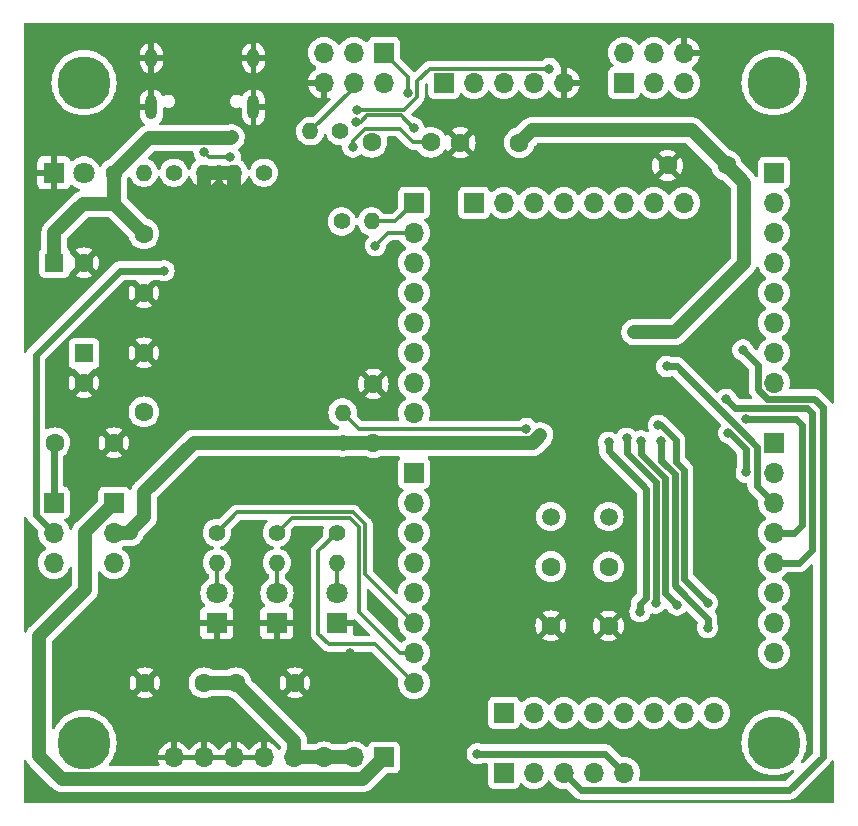
<source format=gbl>
G04 #@! TF.GenerationSoftware,KiCad,Pcbnew,7.0.7*
G04 #@! TF.CreationDate,2023-10-10T22:42:23+09:00*
G04 #@! TF.ProjectId,Pixy-mega128,41544d65-6761-4313-9238-4475696e6f2e,rev?*
G04 #@! TF.SameCoordinates,Original*
G04 #@! TF.FileFunction,Copper,L2,Bot*
G04 #@! TF.FilePolarity,Positive*
%FSLAX46Y46*%
G04 Gerber Fmt 4.6, Leading zero omitted, Abs format (unit mm)*
G04 Created by KiCad (PCBNEW 7.0.7) date 2023-10-10 22:42:23*
%MOMM*%
%LPD*%
G01*
G04 APERTURE LIST*
G04 #@! TA.AperFunction,ComponentPad*
%ADD10C,1.400000*%
G04 #@! TD*
G04 #@! TA.AperFunction,ComponentPad*
%ADD11O,1.400000X1.400000*%
G04 #@! TD*
G04 #@! TA.AperFunction,ComponentPad*
%ADD12C,4.500000*%
G04 #@! TD*
G04 #@! TA.AperFunction,ComponentPad*
%ADD13R,1.700000X1.700000*%
G04 #@! TD*
G04 #@! TA.AperFunction,ComponentPad*
%ADD14O,1.700000X1.700000*%
G04 #@! TD*
G04 #@! TA.AperFunction,ComponentPad*
%ADD15C,1.600000*%
G04 #@! TD*
G04 #@! TA.AperFunction,ComponentPad*
%ADD16R,1.800000X1.800000*%
G04 #@! TD*
G04 #@! TA.AperFunction,ComponentPad*
%ADD17C,1.800000*%
G04 #@! TD*
G04 #@! TA.AperFunction,ComponentPad*
%ADD18R,1.600000X1.600000*%
G04 #@! TD*
G04 #@! TA.AperFunction,ComponentPad*
%ADD19C,1.500000*%
G04 #@! TD*
G04 #@! TA.AperFunction,ComponentPad*
%ADD20O,1.000000X2.100000*%
G04 #@! TD*
G04 #@! TA.AperFunction,ComponentPad*
%ADD21O,1.000000X1.600000*%
G04 #@! TD*
G04 #@! TA.AperFunction,ViaPad*
%ADD22C,0.800000*%
G04 #@! TD*
G04 #@! TA.AperFunction,Conductor*
%ADD23C,1.200000*%
G04 #@! TD*
G04 #@! TA.AperFunction,Conductor*
%ADD24C,0.300000*%
G04 #@! TD*
G04 #@! TA.AperFunction,Conductor*
%ADD25C,0.600000*%
G04 #@! TD*
G04 APERTURE END LIST*
D10*
G04 #@! TO.P,R7,1*
G04 #@! TO.N,Net-(U3-TXD)*
X44688114Y-34598021D03*
D11*
G04 #@! TO.P,R7,2*
G04 #@! TO.N,/PE0*
X47228114Y-34598021D03*
G04 #@! TD*
D12*
G04 #@! TO.P,REF4,1*
G04 #@! TO.N,N/C*
X81280000Y-78740000D03*
G04 #@! TD*
D13*
G04 #@! TO.P,J3,1,P0*
G04 #@! TO.N,/PA0*
X81280000Y-30480000D03*
D14*
G04 #@! TO.P,J3,2,P1*
G04 #@! TO.N,/PA1*
X81280000Y-33020000D03*
G04 #@! TO.P,J3,3,P2*
G04 #@! TO.N,/PA2*
X81280000Y-35560000D03*
G04 #@! TO.P,J3,4,P3*
G04 #@! TO.N,/PA3*
X81280000Y-38100000D03*
G04 #@! TO.P,J3,5,P4*
G04 #@! TO.N,/PA4*
X81280000Y-40640000D03*
G04 #@! TO.P,J3,6,P5*
G04 #@! TO.N,/PA5*
X81280000Y-43180000D03*
G04 #@! TO.P,J3,7,P6*
G04 #@! TO.N,/PA6*
X81280000Y-45720000D03*
G04 #@! TO.P,J3,8,P7*
G04 #@! TO.N,/PA7*
X81280000Y-48260000D03*
G04 #@! TD*
D13*
G04 #@! TO.P,J4,1,P0*
G04 #@! TO.N,/PB0*
X50800000Y-55880000D03*
D14*
G04 #@! TO.P,J4,2,P1*
G04 #@! TO.N,/PB1*
X50800000Y-58420000D03*
G04 #@! TO.P,J4,3,P2*
G04 #@! TO.N,/PB2*
X50800000Y-60960000D03*
G04 #@! TO.P,J4,4,P3*
G04 #@! TO.N,/PB3*
X50800000Y-63500000D03*
G04 #@! TO.P,J4,5,P4*
G04 #@! TO.N,/PB4*
X50800000Y-66040000D03*
G04 #@! TO.P,J4,6,P5*
G04 #@! TO.N,/PB5*
X50800000Y-68580000D03*
G04 #@! TO.P,J4,7,P6*
G04 #@! TO.N,/PB6*
X50800000Y-71120000D03*
G04 #@! TO.P,J4,8,P7*
G04 #@! TO.N,/PB7*
X50800000Y-73660000D03*
G04 #@! TD*
D15*
G04 #@! TO.P,C1,1*
G04 #@! TO.N,/DTR*
X52221606Y-27891503D03*
G04 #@! TO.P,C1,2*
G04 #@! TO.N,/{slash}RESET*
X47221606Y-27891503D03*
G04 #@! TD*
D16*
G04 #@! TO.P,D3,1,K*
G04 #@! TO.N,GND*
X39198295Y-68580000D03*
D17*
G04 #@! TO.P,D3,2,A*
G04 #@! TO.N,Net-(D3-A)*
X39198295Y-66040000D03*
G04 #@! TD*
D15*
G04 #@! TO.P,C10,1*
G04 #@! TO.N,VCC*
X35720000Y-73660000D03*
G04 #@! TO.P,C10,2*
G04 #@! TO.N,GND*
X40720000Y-73660000D03*
G04 #@! TD*
G04 #@! TO.P,C2,1*
G04 #@! TO.N,Net-(U1-XTAL1)*
X67284504Y-63849460D03*
G04 #@! TO.P,C2,2*
G04 #@! TO.N,GND*
X67284504Y-68849460D03*
G04 #@! TD*
D10*
G04 #@! TO.P,R9,1*
G04 #@! TO.N,Net-(J11-CC2)*
X30480000Y-30480000D03*
D11*
G04 #@! TO.P,R9,2*
G04 #@! TO.N,GND*
X33020000Y-30480000D03*
G04 #@! TD*
D10*
G04 #@! TO.P,R8,1*
G04 #@! TO.N,Net-(J11-CC1)*
X38100000Y-30480000D03*
D11*
G04 #@! TO.P,R8,2*
G04 #@! TO.N,GND*
X35560000Y-30480000D03*
G04 #@! TD*
D13*
G04 #@! TO.P,J14,1,P0*
G04 #@! TO.N,/AVCC*
X68580000Y-22860000D03*
D14*
G04 #@! TO.P,J14,2,P1*
G04 #@! TO.N,VCC*
X68580000Y-20320000D03*
G04 #@! TO.P,J14,3,P2*
G04 #@! TO.N,/AREF*
X71120000Y-22860000D03*
G04 #@! TO.P,J14,4,P3*
G04 #@! TO.N,VCC*
X71120000Y-20320000D03*
G04 #@! TO.P,J14,5,P4*
G04 #@! TO.N,/{slash}RESET*
X73660000Y-22860000D03*
G04 #@! TO.P,J14,6,P5*
G04 #@! TO.N,GND*
X73660000Y-20320000D03*
G04 #@! TD*
D12*
G04 #@! TO.P,REF1,1*
G04 #@! TO.N,N/C*
X22860000Y-22860000D03*
G04 #@! TD*
D15*
G04 #@! TO.P,C6,1*
G04 #@! TO.N,VCC*
X59720530Y-27922545D03*
G04 #@! TO.P,C6,2*
G04 #@! TO.N,GND*
X54720530Y-27922545D03*
G04 #@! TD*
D13*
G04 #@! TO.P,J1,1,MISO*
G04 #@! TO.N,/PE1*
X48260000Y-20320000D03*
D14*
G04 #@! TO.P,J1,2,VCC*
G04 #@! TO.N,VCC*
X48260000Y-22860000D03*
G04 #@! TO.P,J1,3,SCK*
G04 #@! TO.N,/PB1*
X45720000Y-20320000D03*
G04 #@! TO.P,J1,4,MOSI*
G04 #@! TO.N,Net-(J1-MOSI)*
X45720000Y-22860000D03*
G04 #@! TO.P,J1,5,/RESET*
G04 #@! TO.N,/{slash}RESET*
X43180000Y-20320000D03*
G04 #@! TO.P,J1,6,GND*
G04 #@! TO.N,GND*
X43180000Y-22860000D03*
G04 #@! TD*
D18*
G04 #@! TO.P,C8,1*
G04 #@! TO.N,VDD*
X20360000Y-38100000D03*
D15*
G04 #@! TO.P,C8,2*
G04 #@! TO.N,GND*
X22860000Y-38100000D03*
G04 #@! TD*
D16*
G04 #@! TO.P,D1,1,K*
G04 #@! TO.N,GND*
X20320000Y-30480000D03*
D17*
G04 #@! TO.P,D1,2,A*
G04 #@! TO.N,Net-(D1-A)*
X22860000Y-30480000D03*
G04 #@! TD*
D15*
G04 #@! TO.P,C11,1*
G04 #@! TO.N,VCC*
X77270653Y-29851592D03*
G04 #@! TO.P,C11,2*
G04 #@! TO.N,GND*
X72270653Y-29851592D03*
G04 #@! TD*
G04 #@! TO.P,C3,1*
G04 #@! TO.N,Net-(U1-XTAL2)*
X62388252Y-63830700D03*
G04 #@! TO.P,C3,2*
G04 #@! TO.N,GND*
X62388252Y-68830700D03*
G04 #@! TD*
G04 #@! TO.P,C12,1*
G04 #@! TO.N,VCC*
X47356001Y-53359149D03*
G04 #@! TO.P,C12,2*
G04 #@! TO.N,GND*
X47356001Y-48359149D03*
G04 #@! TD*
D13*
G04 #@! TO.P,J10,1,P0*
G04 #@! TO.N,VDD*
X48278264Y-79983973D03*
D14*
G04 #@! TO.P,J10,2,P1*
G04 #@! TO.N,VCC*
X45738264Y-79983973D03*
G04 #@! TO.P,J10,3,P2*
X43198264Y-79983973D03*
G04 #@! TO.P,J10,4,P3*
X40658264Y-79983973D03*
G04 #@! TO.P,J10,5,P4*
G04 #@! TO.N,GND*
X38118264Y-79983973D03*
G04 #@! TO.P,J10,6,P5*
X35578264Y-79983973D03*
G04 #@! TO.P,J10,7,P6*
X33038264Y-79983973D03*
G04 #@! TO.P,J10,8,P7*
X30498264Y-79983973D03*
G04 #@! TD*
D16*
G04 #@! TO.P,D2,1,K*
G04 #@! TO.N,GND*
X34118295Y-68580000D03*
D17*
G04 #@! TO.P,D2,2,A*
G04 #@! TO.N,Net-(D2-A)*
X34118295Y-66040000D03*
G04 #@! TD*
D10*
G04 #@! TO.P,R6,1*
G04 #@! TO.N,/PB7*
X44278295Y-60960000D03*
D11*
G04 #@! TO.P,R6,2*
G04 #@! TO.N,Net-(D4-A)*
X44278295Y-63500000D03*
G04 #@! TD*
D10*
G04 #@! TO.P,R5,1*
G04 #@! TO.N,/PB6*
X39198295Y-60960000D03*
D11*
G04 #@! TO.P,R5,2*
G04 #@! TO.N,Net-(D3-A)*
X39198295Y-63500000D03*
G04 #@! TD*
D13*
G04 #@! TO.P,J7,1,P0*
G04 #@! TO.N,/PE0*
X50800000Y-33020000D03*
D14*
G04 #@! TO.P,J7,2,P1*
G04 #@! TO.N,/PE1*
X50800000Y-35560000D03*
G04 #@! TO.P,J7,3,P2*
G04 #@! TO.N,/PE2*
X50800000Y-38100000D03*
G04 #@! TO.P,J7,4,P3*
G04 #@! TO.N,/PE3*
X50800000Y-40640000D03*
G04 #@! TO.P,J7,5,P4*
G04 #@! TO.N,/PE4*
X50800000Y-43180000D03*
G04 #@! TO.P,J7,6,P5*
G04 #@! TO.N,/PE5*
X50800000Y-45720000D03*
G04 #@! TO.P,J7,7,P6*
G04 #@! TO.N,/PE6*
X50800000Y-48260000D03*
G04 #@! TO.P,J7,8,P7*
G04 #@! TO.N,/PE7*
X50800000Y-50800000D03*
G04 #@! TD*
D19*
G04 #@! TO.P,Y1,1,1*
G04 #@! TO.N,Net-(U1-XTAL2)*
X62393884Y-59583529D03*
G04 #@! TO.P,Y1,2,2*
G04 #@! TO.N,Net-(U1-XTAL1)*
X67293884Y-59583529D03*
G04 #@! TD*
D12*
G04 #@! TO.P,REF2,1*
G04 #@! TO.N,N/C*
X81280000Y-22860000D03*
G04 #@! TD*
D20*
G04 #@! TO.P,J11,S1,SHIELD*
G04 #@! TO.N,GND*
X37212550Y-24946830D03*
D21*
X37212550Y-20766830D03*
D20*
X28572550Y-24946830D03*
D21*
X28572550Y-20766830D03*
G04 #@! TD*
D10*
G04 #@! TO.P,R2,1*
G04 #@! TO.N,VDD*
X25400000Y-30480000D03*
D11*
G04 #@! TO.P,R2,2*
G04 #@! TO.N,Net-(D1-A)*
X27940000Y-30480000D03*
G04 #@! TD*
D16*
G04 #@! TO.P,D4,1,K*
G04 #@! TO.N,GND*
X44278295Y-68580000D03*
D17*
G04 #@! TO.P,D4,2,A*
G04 #@! TO.N,Net-(D4-A)*
X44278295Y-66040000D03*
G04 #@! TD*
D13*
G04 #@! TO.P,J12,1,P0*
G04 #@! TO.N,VDD*
X25400000Y-58420000D03*
D14*
G04 #@! TO.P,J12,2,P1*
G04 #@! TO.N,VCC*
X25400000Y-60960000D03*
G04 #@! TO.P,J12,3,P2*
G04 #@! TO.N,Net-(J12-P2)*
X25400000Y-63500000D03*
G04 #@! TD*
D13*
G04 #@! TO.P,J8,1,P0*
G04 #@! TO.N,/PF0*
X55880000Y-33020000D03*
D14*
G04 #@! TO.P,J8,2,P1*
G04 #@! TO.N,/PF1*
X58420000Y-33020000D03*
G04 #@! TO.P,J8,3,P2*
G04 #@! TO.N,/PF2*
X60960000Y-33020000D03*
G04 #@! TO.P,J8,4,P3*
G04 #@! TO.N,/PF3*
X63500000Y-33020000D03*
G04 #@! TO.P,J8,5,P4*
G04 #@! TO.N,/PF4*
X66040000Y-33020000D03*
G04 #@! TO.P,J8,6,P5*
G04 #@! TO.N,/PF5*
X68580000Y-33020000D03*
G04 #@! TO.P,J8,7,P6*
G04 #@! TO.N,/PF6*
X71120000Y-33020000D03*
G04 #@! TO.P,J8,8,P7*
G04 #@! TO.N,/PF7*
X73660000Y-33020000D03*
G04 #@! TD*
D15*
G04 #@! TO.P,C7,1*
G04 #@! TO.N,VCC*
X33020000Y-73660000D03*
G04 #@! TO.P,C7,2*
G04 #@! TO.N,GND*
X28020000Y-73660000D03*
G04 #@! TD*
D10*
G04 #@! TO.P,R3,1*
G04 #@! TO.N,VCC*
X44755223Y-53328337D03*
D11*
G04 #@! TO.P,R3,2*
G04 #@! TO.N,/{slash}RESET*
X44755223Y-50788337D03*
G04 #@! TD*
D15*
G04 #@! TO.P,C9,1*
G04 #@! TO.N,VDD*
X27940000Y-35640000D03*
G04 #@! TO.P,C9,2*
G04 #@! TO.N,GND*
X27940000Y-40640000D03*
G04 #@! TD*
D13*
G04 #@! TO.P,J9,1,P0*
G04 #@! TO.N,/PG0*
X58420000Y-81280000D03*
D14*
G04 #@! TO.P,J9,2,P1*
G04 #@! TO.N,/PG1*
X60960000Y-81280000D03*
G04 #@! TO.P,J9,3,P2*
G04 #@! TO.N,/PG2*
X63500000Y-81280000D03*
G04 #@! TO.P,J9,4,P3*
G04 #@! TO.N,/PG3*
X66040000Y-81280000D03*
G04 #@! TO.P,J9,5,P4*
G04 #@! TO.N,/PG4*
X68580000Y-81280000D03*
G04 #@! TD*
D13*
G04 #@! TO.P,J2,1,RX*
G04 #@! TO.N,/PE1*
X53340000Y-22860000D03*
D14*
G04 #@! TO.P,J2,2,TX*
G04 #@! TO.N,/PE0*
X55880000Y-22860000D03*
G04 #@! TO.P,J2,3,DTR*
G04 #@! TO.N,/DTR*
X58420000Y-22860000D03*
G04 #@! TO.P,J2,4,VCC*
G04 #@! TO.N,VCC*
X60960000Y-22860000D03*
G04 #@! TO.P,J2,5,GND*
G04 #@! TO.N,GND*
X63500000Y-22860000D03*
G04 #@! TD*
D13*
G04 #@! TO.P,J6,1,P0*
G04 #@! TO.N,/PD0*
X58420000Y-76200000D03*
D14*
G04 #@! TO.P,J6,2,P1*
G04 #@! TO.N,/PD1*
X60960000Y-76200000D03*
G04 #@! TO.P,J6,3,P2*
G04 #@! TO.N,/PD2*
X63500000Y-76200000D03*
G04 #@! TO.P,J6,4,P3*
G04 #@! TO.N,/PD3*
X66040000Y-76200000D03*
G04 #@! TO.P,J6,5,P4*
G04 #@! TO.N,/PD4*
X68580000Y-76200000D03*
G04 #@! TO.P,J6,6,P5*
G04 #@! TO.N,/PD5*
X71120000Y-76200000D03*
G04 #@! TO.P,J6,7,P6*
G04 #@! TO.N,/PD6*
X73660000Y-76200000D03*
G04 #@! TO.P,J6,8,P7*
G04 #@! TO.N,/PD7*
X76200000Y-76200000D03*
G04 #@! TD*
D10*
G04 #@! TO.P,R4,1*
G04 #@! TO.N,/PB5*
X34118295Y-60960000D03*
D11*
G04 #@! TO.P,R4,2*
G04 #@! TO.N,Net-(D2-A)*
X34118295Y-63500000D03*
G04 #@! TD*
D10*
G04 #@! TO.P,R1,1*
G04 #@! TO.N,/PE0*
X44569622Y-26950914D03*
D11*
G04 #@! TO.P,R1,2*
G04 #@! TO.N,Net-(J1-MOSI)*
X42029622Y-26950914D03*
G04 #@! TD*
D13*
G04 #@! TO.P,J5,1,P0*
G04 #@! TO.N,/PC0*
X81280000Y-53340000D03*
D14*
G04 #@! TO.P,J5,2,P1*
G04 #@! TO.N,/PC1*
X81280000Y-55880000D03*
G04 #@! TO.P,J5,3,P2*
G04 #@! TO.N,/PC2*
X81280000Y-58420000D03*
G04 #@! TO.P,J5,4,P3*
G04 #@! TO.N,/PC3*
X81280000Y-60960000D03*
G04 #@! TO.P,J5,5,P4*
G04 #@! TO.N,/PC4*
X81280000Y-63500000D03*
G04 #@! TO.P,J5,6,P5*
G04 #@! TO.N,/PC5*
X81280000Y-66040000D03*
G04 #@! TO.P,J5,7,P6*
G04 #@! TO.N,/PC6*
X81280000Y-68580000D03*
G04 #@! TO.P,J5,8,P7*
G04 #@! TO.N,/PC7*
X81280000Y-71120000D03*
G04 #@! TD*
D15*
G04 #@! TO.P,C13,1*
G04 #@! TO.N,Net-(J13-P0)*
X20400000Y-53340000D03*
G04 #@! TO.P,C13,2*
G04 #@! TO.N,GND*
X25400000Y-53340000D03*
G04 #@! TD*
D18*
G04 #@! TO.P,C4,1*
G04 #@! TO.N,Net-(J12-P2)*
X22860000Y-45760000D03*
D15*
G04 #@! TO.P,C4,2*
G04 #@! TO.N,GND*
X22860000Y-48260000D03*
G04 #@! TD*
D12*
G04 #@! TO.P,REF3,1*
G04 #@! TO.N,N/C*
X22860000Y-78740000D03*
G04 #@! TD*
D13*
G04 #@! TO.P,J13,1,P0*
G04 #@! TO.N,Net-(J13-P0)*
X20320000Y-58420000D03*
D14*
G04 #@! TO.P,J13,2,P1*
G04 #@! TO.N,Net-(J13-P1)*
X20320000Y-60960000D03*
G04 #@! TO.P,J13,3,P2*
G04 #@! TO.N,VCC*
X20320000Y-63500000D03*
G04 #@! TD*
D15*
G04 #@! TO.P,C5,1*
G04 #@! TO.N,Net-(J12-P2)*
X27940000Y-50720000D03*
G04 #@! TO.P,C5,2*
G04 #@! TO.N,GND*
X27940000Y-45720000D03*
G04 #@! TD*
D22*
G04 #@! TO.N,GND*
X35577107Y-32310515D03*
X30793901Y-75473700D03*
X51906209Y-25210248D03*
X59057196Y-24850988D03*
X47988564Y-75773538D03*
X54711860Y-75058439D03*
X50742891Y-78565502D03*
G04 #@! TO.N,/DTR*
X45633614Y-28290466D03*
G04 #@! TO.N,/{slash}RESET*
X45992382Y-25127618D03*
X62256321Y-21660000D03*
X60323707Y-52140500D03*
G04 #@! TO.N,GND*
X75348291Y-54020001D03*
X28623307Y-22679090D03*
X33030347Y-32052821D03*
X30941952Y-37818904D03*
X23414138Y-50155206D03*
X64817114Y-59502112D03*
X75177558Y-60678624D03*
X76035719Y-26170945D03*
X64095374Y-53188061D03*
X40787329Y-71120000D03*
X25757849Y-41124934D03*
X78623278Y-63596621D03*
X24058788Y-18973643D03*
X40906008Y-42844786D03*
X72430294Y-18889169D03*
X69822721Y-72186090D03*
X36141575Y-41897893D03*
X60199537Y-46957825D03*
X38824656Y-47542093D03*
X39276871Y-20711365D03*
X66128660Y-50869184D03*
X19313249Y-33033458D03*
X30199186Y-44329849D03*
X25163384Y-65588131D03*
X23305489Y-35149246D03*
X30274537Y-46135198D03*
X67308276Y-74095205D03*
X18972781Y-67330274D03*
X68518935Y-61432957D03*
X38780190Y-43049570D03*
X66685693Y-22984092D03*
X76481345Y-24206755D03*
X18912971Y-65117705D03*
X60963267Y-41539149D03*
X22521977Y-58410720D03*
X24218968Y-72410901D03*
X36224091Y-57012675D03*
X42055177Y-33721290D03*
X64809352Y-64056051D03*
X59671814Y-70913346D03*
X44429931Y-31051632D03*
X45661927Y-38910032D03*
X46396053Y-55026669D03*
X36473632Y-77013386D03*
X64716225Y-69131505D03*
X29871592Y-59155193D03*
X58290421Y-67812197D03*
X62900237Y-72515140D03*
X29219091Y-29092849D03*
X47857349Y-57629248D03*
X78095555Y-69091149D03*
X56722773Y-70637067D03*
X40647892Y-23993442D03*
X19378609Y-82622588D03*
X41556695Y-61081726D03*
X84940433Y-82572920D03*
X70813807Y-31113988D03*
X26332136Y-20773451D03*
X30388058Y-20755709D03*
X65141965Y-45738952D03*
X79539033Y-67321725D03*
X37248777Y-22698918D03*
X73773195Y-35998013D03*
X30258672Y-47571836D03*
X48866738Y-73414610D03*
X79340155Y-29539097D03*
X53485285Y-29541721D03*
X70896587Y-28496068D03*
X32913152Y-41897893D03*
X24756217Y-50641314D03*
X25602636Y-68954562D03*
X75804056Y-20965393D03*
X24919701Y-37539521D03*
X68798318Y-64692423D03*
X59882699Y-64947696D03*
X77322391Y-27461317D03*
X38904361Y-49146323D03*
X47790597Y-82913624D03*
X43296879Y-41528486D03*
X38314553Y-34186928D03*
X37268605Y-18653871D03*
X24488530Y-36150525D03*
X29897387Y-61702424D03*
X63653019Y-41691460D03*
X19100272Y-26668689D03*
X25742328Y-55572127D03*
X21611396Y-55037432D03*
X50800000Y-76068216D03*
X39758030Y-37477436D03*
X33616659Y-57065898D03*
X27853220Y-32507527D03*
X51170761Y-81582899D03*
X48256235Y-63563780D03*
X76991270Y-32343272D03*
X57902389Y-39718707D03*
X43256862Y-46854199D03*
X85160205Y-48034218D03*
X72399251Y-70696048D03*
X70831603Y-49084238D03*
X18827916Y-39640337D03*
X77552311Y-54935755D03*
X45389974Y-71120000D03*
X35365053Y-20716052D03*
X78111077Y-72738647D03*
X38845711Y-44882107D03*
X46756815Y-43323799D03*
X63500000Y-25115048D03*
X40103998Y-75562777D03*
X59733899Y-37623336D03*
X63500000Y-47511733D03*
X64398350Y-28537458D03*
X52395239Y-31445108D03*
X60246100Y-50596010D03*
X78561193Y-80995960D03*
X69745115Y-74141769D03*
X60626372Y-59408985D03*
X39668788Y-55138913D03*
X61645913Y-28547806D03*
X38795712Y-46259368D03*
X54767094Y-37731985D03*
X83563050Y-28445411D03*
X31000695Y-57033848D03*
X54985582Y-77641690D03*
X70288359Y-46622566D03*
X72368209Y-74141769D03*
X64809352Y-61588170D03*
X42551858Y-55122011D03*
X19699908Y-19601520D03*
X28524164Y-18673699D03*
X55923429Y-18805355D03*
X36641628Y-60719563D03*
X45615837Y-77587496D03*
X29749655Y-66218795D03*
X22860000Y-71120000D03*
X31418649Y-42158610D03*
X24764488Y-42071731D03*
X83574562Y-75526266D03*
X75177558Y-64201951D03*
X24518273Y-27067013D03*
X79414863Y-59716305D03*
X38824607Y-51403410D03*
X71095465Y-80964917D03*
X74603271Y-80995960D03*
X34624804Y-41906368D03*
X47098967Y-30626522D03*
X42615268Y-51406697D03*
X52966627Y-82867824D03*
X40642742Y-29443629D03*
X84738657Y-19190281D03*
X40955829Y-22248465D03*
X41163490Y-57211757D03*
X75084430Y-56860392D03*
X28326930Y-69461861D03*
X70966818Y-41771299D03*
X57613941Y-28051680D03*
X68363722Y-48485118D03*
X20048922Y-51612406D03*
X38235145Y-57180715D03*
X36036767Y-71275890D03*
X31272915Y-71658700D03*
X83512477Y-72692083D03*
X18796873Y-43903511D03*
X60416835Y-43507448D03*
X26421825Y-78740000D03*
X72337166Y-35947039D03*
X63390289Y-56671102D03*
X42144413Y-24901898D03*
X44122878Y-57180715D03*
X60929037Y-62016557D03*
X37566035Y-27061225D03*
X74414740Y-30979470D03*
X26858556Y-24860243D03*
X65515571Y-18712227D03*
X38912433Y-24969637D03*
X51073033Y-18749478D03*
X69665233Y-29634294D03*
X68580000Y-50800000D03*
X47667408Y-67231813D03*
X30466873Y-33735393D03*
X67041374Y-44008380D03*
X75025243Y-34839092D03*
X67885555Y-41496940D03*
G04 #@! TO.N,VCC*
X69448797Y-43962365D03*
X61507980Y-52702246D03*
G04 #@! TO.N,VDD*
X35364200Y-27483639D03*
X29901678Y-27527702D03*
G04 #@! TO.N,/PE1*
X50301664Y-23716681D03*
X47526658Y-36648601D03*
G04 #@! TO.N,/PE0*
X50778129Y-26674636D03*
X45861260Y-26189922D03*
G04 #@! TO.N,/PC1*
X77424306Y-52522362D03*
X78934437Y-55851510D03*
G04 #@! TO.N,/PC2*
X72199295Y-46878008D03*
G04 #@! TO.N,/PC3*
X78911022Y-51336059D03*
G04 #@! TO.N,/PC4*
X77243896Y-49668932D03*
G04 #@! TO.N,/PD2*
X67277234Y-53296710D03*
X69946891Y-67635255D03*
G04 #@! TO.N,/PD3*
X71266199Y-66921276D03*
X68798318Y-52952138D03*
G04 #@! TO.N,/PD5*
X73065699Y-67067176D03*
X70024497Y-53175644D03*
G04 #@! TO.N,/PG0*
X75665199Y-69004230D03*
X71731837Y-53172540D03*
G04 #@! TO.N,/PG1*
X71499018Y-51871858D03*
X75665199Y-66895219D03*
G04 #@! TO.N,/PG2*
X78644167Y-45487623D03*
G04 #@! TO.N,/PG4*
X56156248Y-79664236D03*
G04 #@! TO.N,Net-(U3-UD-)*
X35240252Y-29158088D03*
X33020000Y-28727202D03*
G04 #@! TO.N,Net-(J13-P1)*
X29627910Y-38771193D03*
G04 #@! TD*
D23*
G04 #@! TO.N,GND*
X35560000Y-32293408D02*
X35577107Y-32310515D01*
X35560000Y-30480000D02*
X35560000Y-32293408D01*
D24*
G04 #@! TO.N,/PE0*
X49221979Y-34598021D02*
X50800000Y-33020000D01*
X47228114Y-34598021D02*
X49221979Y-34598021D01*
D23*
G04 #@! TO.N,VCC*
X35720000Y-73660000D02*
X40658264Y-78598264D01*
X40658264Y-78598264D02*
X40658264Y-79983973D01*
X33020000Y-73660000D02*
X35720000Y-73660000D01*
D24*
G04 #@! TO.N,/{slash}RESET*
X52140000Y-21660000D02*
X62256321Y-21660000D01*
X51051664Y-22748336D02*
X52140000Y-21660000D01*
X49985491Y-25127618D02*
X51051664Y-24061445D01*
X51051664Y-24061445D02*
X51051664Y-22748336D01*
X45992382Y-25127618D02*
X49985491Y-25127618D01*
G04 #@! TO.N,/PE1*
X48615259Y-35560000D02*
X50800000Y-35560000D01*
X47526658Y-36648601D02*
X48615259Y-35560000D01*
D23*
G04 #@! TO.N,VCC*
X26602081Y-60960000D02*
X25400000Y-60960000D01*
X27940000Y-59622081D02*
X26602081Y-60960000D01*
X27940000Y-57539516D02*
X27940000Y-59622081D01*
X32151179Y-53328337D02*
X27940000Y-57539516D01*
X44755223Y-53328337D02*
X32151179Y-53328337D01*
X44786035Y-53359149D02*
X44755223Y-53328337D01*
X47356001Y-53359149D02*
X44786035Y-53359149D01*
D24*
G04 #@! TO.N,/{slash}RESET*
X46107386Y-52140500D02*
X44755223Y-50788337D01*
X60323707Y-52140500D02*
X46107386Y-52140500D01*
G04 #@! TO.N,Net-(D4-A)*
X44278295Y-63500000D02*
X44278295Y-66040000D01*
G04 #@! TO.N,Net-(D3-A)*
X39198295Y-63500000D02*
X39198295Y-66040000D01*
G04 #@! TO.N,Net-(D2-A)*
X34118295Y-63500000D02*
X34118295Y-66040000D01*
D23*
G04 #@! TO.N,VCC*
X43198264Y-79983973D02*
X45738264Y-79983973D01*
X40658264Y-79983973D02*
X43198264Y-79983973D01*
G04 #@! TO.N,GND*
X33020000Y-32042474D02*
X33030347Y-32052821D01*
X33020000Y-30480000D02*
X33020000Y-32042474D01*
X33020000Y-30480000D02*
X35560000Y-30480000D01*
D24*
G04 #@! TO.N,/DTR*
X49601503Y-26741503D02*
X50751503Y-27891503D01*
X50751503Y-27891503D02*
X52221606Y-27891503D01*
X46644507Y-26741503D02*
X49601503Y-26741503D01*
X45633614Y-27752396D02*
X46644507Y-26741503D01*
X45633614Y-28290466D02*
X45633614Y-27752396D01*
D23*
G04 #@! TO.N,VCC*
X60851077Y-53359149D02*
X61507980Y-52702246D01*
X69448797Y-43962365D02*
X72877635Y-43962365D01*
X72877635Y-43962365D02*
X78740000Y-38100000D01*
X60761219Y-26881856D02*
X74300917Y-26881856D01*
X78740000Y-38100000D02*
X78740000Y-31320939D01*
X47356001Y-53359149D02*
X60851077Y-53359149D01*
X59720530Y-27922545D02*
X60761219Y-26881856D01*
X74300917Y-26881856D02*
X77270653Y-29851592D01*
X78740000Y-31320939D02*
X77270653Y-29851592D01*
X25400000Y-60960000D02*
X26816735Y-60960000D01*
X47336852Y-53340000D02*
X47356001Y-53359149D01*
G04 #@! TO.N,VDD*
X25400000Y-58420000D02*
X22948500Y-60871500D01*
X25400000Y-33100000D02*
X22780000Y-33100000D01*
X20360000Y-35520000D02*
X20360000Y-38100000D01*
X22780000Y-33100000D02*
X20360000Y-35520000D01*
X22948500Y-65797537D02*
X19068184Y-69677853D01*
X28352298Y-27527702D02*
X25400000Y-30480000D01*
X22948500Y-60871500D02*
X22948500Y-65797537D01*
X25400000Y-30480000D02*
X25400000Y-33100000D01*
X25400000Y-33100000D02*
X27940000Y-35640000D01*
X29901678Y-27527702D02*
X28352298Y-27527702D01*
X20958587Y-81790000D02*
X46472237Y-81790000D01*
X46472237Y-81790000D02*
X48278264Y-79983973D01*
X35320137Y-27527702D02*
X35364200Y-27483639D01*
X19068184Y-69677853D02*
X19068184Y-79899597D01*
X29901678Y-27527702D02*
X35320137Y-27527702D01*
X19068184Y-79899597D02*
X20958587Y-81790000D01*
D25*
G04 #@! TO.N,Net-(J13-P0)*
X20320000Y-53420000D02*
X20400000Y-53340000D01*
X20320000Y-58420000D02*
X20320000Y-53420000D01*
D24*
G04 #@! TO.N,/PE1*
X50301664Y-23716681D02*
X50301664Y-22361664D01*
X50301664Y-22361664D02*
X48260000Y-20320000D01*
G04 #@! TO.N,Net-(J1-MOSI)*
X45720000Y-23260536D02*
X45720000Y-22860000D01*
X42029622Y-26950914D02*
X45720000Y-23260536D01*
G04 #@! TO.N,/PE0*
X46864968Y-25627618D02*
X46302664Y-26189922D01*
X50778129Y-26674636D02*
X50756932Y-26674636D01*
X46302664Y-26189922D02*
X45861260Y-26189922D01*
X50756932Y-26674636D02*
X49709914Y-25627618D01*
X49709914Y-25627618D02*
X46864968Y-25627618D01*
G04 #@! TO.N,/PB5*
X46654390Y-64434390D02*
X46654390Y-60254437D01*
X46654390Y-60254437D02*
X45619947Y-59219994D01*
X45619947Y-59219994D02*
X35858301Y-59219994D01*
X50800000Y-68580000D02*
X46654390Y-64434390D01*
X35858301Y-59219994D02*
X34118295Y-60960000D01*
G04 #@! TO.N,/PB6*
X50800000Y-71120000D02*
X49597919Y-71120000D01*
X40438301Y-59719994D02*
X39198295Y-60960000D01*
X46147881Y-67669962D02*
X46147881Y-60492948D01*
X45374927Y-59719994D02*
X40438301Y-59719994D01*
X46147881Y-60492948D02*
X45374927Y-59719994D01*
X49597919Y-71120000D02*
X46147881Y-67669962D01*
G04 #@! TO.N,/PB7*
X42715617Y-69517322D02*
X42715617Y-62522678D01*
X47510000Y-70370000D02*
X43568295Y-70370000D01*
X50800000Y-73660000D02*
X47510000Y-70370000D01*
X42715617Y-62522678D02*
X44278295Y-60960000D01*
X43568295Y-70370000D02*
X42715617Y-69517322D01*
D25*
G04 #@! TO.N,/PC1*
X78934437Y-53891777D02*
X78934437Y-55851510D01*
X77424306Y-52522362D02*
X77565022Y-52522362D01*
X77565022Y-52522362D02*
X78934437Y-53891777D01*
G04 #@! TO.N,/PC2*
X79833937Y-56973937D02*
X81280000Y-58420000D01*
X72199295Y-46878008D02*
X73052038Y-46878008D01*
X73052038Y-46878008D02*
X79833937Y-53659907D01*
X79833937Y-53659907D02*
X79833937Y-56973937D01*
G04 #@! TO.N,/PC3*
X78911022Y-51336059D02*
X83175351Y-51336059D01*
X83175351Y-51336059D02*
X83681668Y-51842376D01*
X83681668Y-60273510D02*
X82995178Y-60960000D01*
X83681668Y-51842376D02*
X83681668Y-60273510D01*
X82995178Y-60960000D02*
X81280000Y-60960000D01*
G04 #@! TO.N,/PC4*
X84055721Y-50431484D02*
X84481668Y-50857431D01*
X83404218Y-63500000D02*
X81280000Y-63500000D01*
X78006448Y-50431484D02*
X84055721Y-50431484D01*
X77243896Y-49668932D02*
X78006448Y-50431484D01*
X84481668Y-50857431D02*
X84481668Y-62422550D01*
X84481668Y-62422550D02*
X83404218Y-63500000D01*
G04 #@! TO.N,/PD2*
X67277234Y-54056950D02*
X70466199Y-57245915D01*
X70466199Y-57245915D02*
X70466199Y-66448483D01*
X69946891Y-66967791D02*
X69946891Y-67635255D01*
X70466199Y-66448483D02*
X69946891Y-66967791D01*
X67277234Y-53296710D02*
X67277234Y-54056950D01*
G04 #@! TO.N,/PD3*
X68984573Y-54364573D02*
X68798318Y-54178318D01*
X71266199Y-66921276D02*
X71266199Y-56646199D01*
X71266199Y-56646199D02*
X68984573Y-54364573D01*
X68798318Y-54178318D02*
X68798318Y-52952138D01*
G04 #@! TO.N,/PD5*
X72066199Y-62566009D02*
X72066199Y-56314829D01*
X72066199Y-66067676D02*
X72066199Y-62566009D01*
X72066199Y-56314829D02*
X70538962Y-54787592D01*
X70024497Y-54273127D02*
X70024497Y-53175644D01*
X73065699Y-67067176D02*
X72066199Y-66067676D01*
X70538962Y-54787592D02*
X70024497Y-54273127D01*
G04 #@! TO.N,/PG0*
X73811686Y-66365615D02*
X75665199Y-68219128D01*
X72866199Y-55983458D02*
X72866199Y-64146074D01*
X75665199Y-68219128D02*
X75665199Y-69004230D01*
X71731837Y-54849097D02*
X72305994Y-55423254D01*
X72866199Y-64146074D02*
X72866199Y-65420128D01*
X71731837Y-53172540D02*
X71731837Y-54849097D01*
X72866199Y-65420128D02*
X73811686Y-66365615D01*
X72305994Y-55423254D02*
X72866199Y-55983458D01*
G04 #@! TO.N,/PG1*
X73666199Y-64896219D02*
X73666199Y-63500000D01*
X73666199Y-55652086D02*
X72950837Y-54936726D01*
X73666199Y-63500000D02*
X73666199Y-55652086D01*
X75665199Y-66895219D02*
X73666199Y-64896219D01*
X71703948Y-51871858D02*
X71499018Y-51871858D01*
X72950837Y-54936726D02*
X72950837Y-53118747D01*
X72950837Y-53118747D02*
X71703948Y-51871858D01*
G04 #@! TO.N,/PG2*
X82581201Y-82743654D02*
X64963654Y-82743654D01*
X84702549Y-49610000D02*
X85406071Y-50313522D01*
X79930000Y-48819189D02*
X80720811Y-49610000D01*
X78644167Y-45487623D02*
X79930000Y-46773456D01*
X85406071Y-79918784D02*
X82581201Y-82743654D01*
X64963654Y-82743654D02*
X63500000Y-81280000D01*
X80720811Y-49610000D02*
X84702549Y-49610000D01*
X85406071Y-50313522D02*
X85406071Y-79918784D01*
X79930000Y-46773456D02*
X79930000Y-48819189D01*
G04 #@! TO.N,/PG4*
X66964236Y-79664236D02*
X68580000Y-81280000D01*
X56156248Y-79664236D02*
X66964236Y-79664236D01*
D24*
G04 #@! TO.N,Net-(U3-UD-)*
X33450886Y-29158088D02*
X35240252Y-29158088D01*
X33020000Y-28727202D02*
X33450886Y-29158088D01*
D25*
G04 #@! TO.N,Net-(J13-P1)*
X29627910Y-38771193D02*
X25884574Y-38771193D01*
X25884574Y-38771193D02*
X18788801Y-45866966D01*
X18788801Y-59428801D02*
X20320000Y-60960000D01*
X18788801Y-45866966D02*
X18788801Y-59428801D01*
G04 #@! TD*
G04 #@! TA.AperFunction,Conductor*
G04 #@! TO.N,GND*
G36*
X34420557Y-29828273D02*
G01*
X34466312Y-29881077D01*
X34476256Y-29950235D01*
X34464518Y-29987860D01*
X34436240Y-30044649D01*
X34409267Y-30139452D01*
X34371987Y-30198545D01*
X34308678Y-30228103D01*
X34239438Y-30218741D01*
X34186252Y-30173432D01*
X34170733Y-30139452D01*
X34143759Y-30044649D01*
X34115482Y-29987860D01*
X34103221Y-29919074D01*
X34130094Y-29854579D01*
X34187570Y-29814852D01*
X34226482Y-29808588D01*
X34353518Y-29808588D01*
X34420557Y-29828273D01*
G37*
G04 #@! TD.AperFunction*
G04 #@! TA.AperFunction,Conductor*
G36*
X32059524Y-28647887D02*
G01*
X32105279Y-28700691D01*
X32115804Y-28739236D01*
X32134326Y-28915458D01*
X32134327Y-28915461D01*
X32192818Y-29095479D01*
X32192821Y-29095486D01*
X32287467Y-29259418D01*
X32299203Y-29272452D01*
X32340064Y-29317833D01*
X32370294Y-29380825D01*
X32361669Y-29450160D01*
X32316927Y-29503825D01*
X32313195Y-29506230D01*
X32293739Y-29518277D01*
X32129391Y-29668099D01*
X31995368Y-29845574D01*
X31896239Y-30044651D01*
X31896237Y-30044655D01*
X31869525Y-30138540D01*
X31832246Y-30197633D01*
X31768936Y-30227190D01*
X31699697Y-30217828D01*
X31646510Y-30172518D01*
X31630994Y-30138541D01*
X31604229Y-30044472D01*
X31602561Y-30041122D01*
X31505061Y-29845316D01*
X31505056Y-29845308D01*
X31370979Y-29667761D01*
X31206562Y-29517876D01*
X31206560Y-29517874D01*
X31017404Y-29400754D01*
X31017398Y-29400752D01*
X30809940Y-29320382D01*
X30591243Y-29279500D01*
X30368757Y-29279500D01*
X30150060Y-29320382D01*
X30083045Y-29346344D01*
X29942601Y-29400752D01*
X29942595Y-29400754D01*
X29753439Y-29517874D01*
X29753437Y-29517876D01*
X29589020Y-29667761D01*
X29454943Y-29845308D01*
X29454938Y-29845316D01*
X29355775Y-30044461D01*
X29355769Y-30044476D01*
X29329266Y-30137627D01*
X29291987Y-30196721D01*
X29228677Y-30226278D01*
X29159438Y-30216916D01*
X29106251Y-30171606D01*
X29090734Y-30137627D01*
X29064230Y-30044476D01*
X29064229Y-30044472D01*
X29062561Y-30041122D01*
X28965061Y-29845316D01*
X28965056Y-29845308D01*
X28830979Y-29667761D01*
X28666562Y-29517876D01*
X28666560Y-29517874D01*
X28477404Y-29400754D01*
X28477398Y-29400752D01*
X28336402Y-29346129D01*
X28281003Y-29303558D01*
X28257412Y-29237791D01*
X28273123Y-29169711D01*
X28293513Y-29142828D01*
X28771820Y-28664521D01*
X28833144Y-28631036D01*
X28859502Y-28628202D01*
X29796593Y-28628202D01*
X31992485Y-28628202D01*
X32059524Y-28647887D01*
G37*
G04 #@! TD.AperFunction*
G04 #@! TA.AperFunction,Conductor*
G36*
X86302539Y-17800185D02*
G01*
X86348294Y-17852989D01*
X86359500Y-17904500D01*
X86359500Y-49895873D01*
X86339815Y-49962912D01*
X86287011Y-50008667D01*
X86217853Y-50018611D01*
X86154297Y-49989586D01*
X86130507Y-49961847D01*
X86109641Y-49928639D01*
X86106284Y-49922566D01*
X86088162Y-49884935D01*
X86062120Y-49852279D01*
X86058109Y-49846626D01*
X86044088Y-49824312D01*
X86035889Y-49811262D01*
X85925774Y-49701147D01*
X85925772Y-49701144D01*
X85590854Y-49366226D01*
X85254241Y-49029614D01*
X85254240Y-49029612D01*
X85236801Y-49012173D01*
X85204811Y-48980184D01*
X85204808Y-48980182D01*
X85204807Y-48980181D01*
X85169453Y-48957966D01*
X85163778Y-48953940D01*
X85131138Y-48927910D01*
X85093508Y-48909787D01*
X85087421Y-48906422D01*
X85052074Y-48884212D01*
X85012663Y-48870421D01*
X85006237Y-48867759D01*
X84968610Y-48849639D01*
X84927894Y-48840345D01*
X84921211Y-48838420D01*
X84881808Y-48824632D01*
X84840312Y-48819955D01*
X84833457Y-48818791D01*
X84792749Y-48809501D01*
X84792745Y-48809500D01*
X84792743Y-48809500D01*
X84792740Y-48809500D01*
X82692503Y-48809500D01*
X82625464Y-48789815D01*
X82579709Y-48737011D01*
X82569765Y-48667853D01*
X82572728Y-48653407D01*
X82587238Y-48599252D01*
X82615063Y-48495408D01*
X82635659Y-48260000D01*
X82615063Y-48024592D01*
X82553903Y-47796337D01*
X82454035Y-47582171D01*
X82432137Y-47550896D01*
X82318494Y-47388597D01*
X82151402Y-47221506D01*
X82151396Y-47221501D01*
X81965842Y-47091575D01*
X81922217Y-47036998D01*
X81915023Y-46967500D01*
X81946546Y-46905145D01*
X81965842Y-46888425D01*
X82088791Y-46802335D01*
X82151401Y-46758495D01*
X82318495Y-46591401D01*
X82454035Y-46397830D01*
X82553903Y-46183663D01*
X82615063Y-45955408D01*
X82635659Y-45720000D01*
X82615063Y-45484592D01*
X82553903Y-45256337D01*
X82454035Y-45042171D01*
X82444735Y-45028888D01*
X82318494Y-44848597D01*
X82151402Y-44681506D01*
X82151396Y-44681501D01*
X81965842Y-44551575D01*
X81922217Y-44496998D01*
X81915023Y-44427500D01*
X81946546Y-44365145D01*
X81965842Y-44348425D01*
X82000809Y-44323941D01*
X82151401Y-44218495D01*
X82318495Y-44051401D01*
X82454035Y-43857830D01*
X82553903Y-43643663D01*
X82615063Y-43415408D01*
X82635659Y-43180000D01*
X82615063Y-42944592D01*
X82553903Y-42716337D01*
X82454035Y-42502171D01*
X82318495Y-42308599D01*
X82318494Y-42308597D01*
X82151402Y-42141506D01*
X82151396Y-42141501D01*
X81965842Y-42011575D01*
X81922217Y-41956998D01*
X81915023Y-41887500D01*
X81946546Y-41825145D01*
X81965842Y-41808425D01*
X82020531Y-41770131D01*
X82151401Y-41678495D01*
X82318495Y-41511401D01*
X82454035Y-41317830D01*
X82553903Y-41103663D01*
X82615063Y-40875408D01*
X82635659Y-40640000D01*
X82615063Y-40404592D01*
X82553903Y-40176337D01*
X82454035Y-39962171D01*
X82318495Y-39768599D01*
X82318494Y-39768597D01*
X82151402Y-39601506D01*
X82151396Y-39601501D01*
X81965842Y-39471575D01*
X81922217Y-39416998D01*
X81915023Y-39347500D01*
X81946546Y-39285145D01*
X81965842Y-39268425D01*
X82020531Y-39230131D01*
X82151401Y-39138495D01*
X82318495Y-38971401D01*
X82454035Y-38777830D01*
X82553903Y-38563663D01*
X82615063Y-38335408D01*
X82635659Y-38100000D01*
X82634705Y-38089101D01*
X82625670Y-37985825D01*
X82615063Y-37864592D01*
X82553903Y-37636337D01*
X82454035Y-37422171D01*
X82417051Y-37369351D01*
X82318494Y-37228597D01*
X82151402Y-37061506D01*
X82151396Y-37061501D01*
X81965842Y-36931575D01*
X81922217Y-36876998D01*
X81915023Y-36807500D01*
X81946546Y-36745145D01*
X81965842Y-36728425D01*
X82086637Y-36643843D01*
X82151401Y-36598495D01*
X82318495Y-36431401D01*
X82454035Y-36237830D01*
X82553903Y-36023663D01*
X82615063Y-35795408D01*
X82635659Y-35560000D01*
X82615063Y-35324592D01*
X82553903Y-35096337D01*
X82454035Y-34882171D01*
X82453426Y-34881300D01*
X82318494Y-34688597D01*
X82151402Y-34521506D01*
X82151396Y-34521501D01*
X81965842Y-34391575D01*
X81922217Y-34336998D01*
X81915023Y-34267500D01*
X81946546Y-34205145D01*
X81965842Y-34188425D01*
X82002892Y-34162482D01*
X82151401Y-34058495D01*
X82318495Y-33891401D01*
X82454035Y-33697830D01*
X82553903Y-33483663D01*
X82615063Y-33255408D01*
X82635659Y-33020000D01*
X82615063Y-32784592D01*
X82553903Y-32556337D01*
X82454035Y-32342171D01*
X82448424Y-32334158D01*
X82318496Y-32148600D01*
X82259954Y-32090058D01*
X82196567Y-32026671D01*
X82163084Y-31965351D01*
X82168068Y-31895659D01*
X82209939Y-31839725D01*
X82240915Y-31822810D01*
X82372331Y-31773796D01*
X82487546Y-31687546D01*
X82573796Y-31572331D01*
X82624091Y-31437483D01*
X82630500Y-31377873D01*
X82630499Y-29582128D01*
X82624091Y-29522517D01*
X82622359Y-29517874D01*
X82573797Y-29387671D01*
X82573793Y-29387664D01*
X82487547Y-29272455D01*
X82487544Y-29272452D01*
X82372335Y-29186206D01*
X82372328Y-29186202D01*
X82237482Y-29135908D01*
X82237483Y-29135908D01*
X82177883Y-29129501D01*
X82177881Y-29129500D01*
X82177873Y-29129500D01*
X82177864Y-29129500D01*
X80382129Y-29129500D01*
X80382123Y-29129501D01*
X80322516Y-29135908D01*
X80187671Y-29186202D01*
X80187664Y-29186206D01*
X80072455Y-29272452D01*
X80072452Y-29272455D01*
X79986206Y-29387664D01*
X79986202Y-29387671D01*
X79935908Y-29522517D01*
X79929501Y-29582116D01*
X79929501Y-29582123D01*
X79929500Y-29582135D01*
X79929500Y-30710587D01*
X79909815Y-30777626D01*
X79857011Y-30823381D01*
X79787853Y-30833325D01*
X79724297Y-30804300D01*
X79702809Y-30780089D01*
X79701142Y-30777626D01*
X79690189Y-30761442D01*
X79686434Y-30755114D01*
X79670011Y-30723257D01*
X79630706Y-30673278D01*
X79628099Y-30669706D01*
X79612230Y-30646260D01*
X79592477Y-30617074D01*
X79567130Y-30591727D01*
X79562245Y-30586222D01*
X79540092Y-30558053D01*
X79492048Y-30516422D01*
X79488808Y-30513405D01*
X78563671Y-29588268D01*
X78531577Y-29532679D01*
X78529238Y-29523951D01*
X78515485Y-29472620D01*
X78497395Y-29405105D01*
X78497391Y-29405094D01*
X78493404Y-29396544D01*
X78401221Y-29198858D01*
X78270700Y-29012453D01*
X78270698Y-29012450D01*
X78109794Y-28851546D01*
X77923387Y-28721024D01*
X77923385Y-28721023D01*
X77717150Y-28624853D01*
X77717144Y-28624851D01*
X77589562Y-28590666D01*
X77533975Y-28558572D01*
X75151383Y-26175980D01*
X75138054Y-26160222D01*
X75136405Y-26157906D01*
X75136402Y-26157903D01*
X75069832Y-26094428D01*
X75055920Y-26080517D01*
X75042018Y-26066615D01*
X75042012Y-26066610D01*
X75042009Y-26066607D01*
X75033596Y-26059660D01*
X75030286Y-26056722D01*
X74984296Y-26012871D01*
X74984288Y-26012865D01*
X74954161Y-25993503D01*
X74948203Y-25989153D01*
X74920564Y-25966334D01*
X74920562Y-25966332D01*
X74864754Y-25935858D01*
X74860967Y-25933611D01*
X74840562Y-25920498D01*
X74807492Y-25899244D01*
X74807493Y-25899244D01*
X74774222Y-25885924D01*
X74767547Y-25882779D01*
X74736101Y-25865608D01*
X74736102Y-25865608D01*
X74675542Y-25846249D01*
X74671378Y-25844752D01*
X74612370Y-25821129D01*
X74577189Y-25814348D01*
X74570042Y-25812524D01*
X74535908Y-25801613D01*
X74472784Y-25794065D01*
X74468412Y-25793383D01*
X74420598Y-25784169D01*
X74406002Y-25781356D01*
X74406000Y-25781356D01*
X74370165Y-25781356D01*
X74362799Y-25780917D01*
X74327227Y-25776664D01*
X74327226Y-25776664D01*
X74263824Y-25781198D01*
X74259404Y-25781356D01*
X60863457Y-25781356D01*
X60842892Y-25779639D01*
X60840088Y-25779167D01*
X60840085Y-25779167D01*
X60771122Y-25780808D01*
X60748134Y-25781356D01*
X60708794Y-25781356D01*
X60705128Y-25781705D01*
X60697931Y-25782392D01*
X60693519Y-25782655D01*
X60632364Y-25784112D01*
X60629974Y-25784169D01*
X60629972Y-25784169D01*
X60629966Y-25784170D01*
X60612615Y-25787945D01*
X60594954Y-25791786D01*
X60587681Y-25792920D01*
X60562088Y-25795364D01*
X60551999Y-25796328D01*
X60490998Y-25814238D01*
X60486712Y-25815332D01*
X60424611Y-25828843D01*
X60424603Y-25828845D01*
X60391661Y-25842949D01*
X60384723Y-25845443D01*
X60350347Y-25855538D01*
X60350341Y-25855541D01*
X60293840Y-25884668D01*
X60289838Y-25886553D01*
X60231403Y-25911578D01*
X60231400Y-25911579D01*
X60201735Y-25931658D01*
X60195391Y-25935421D01*
X60163536Y-25951845D01*
X60163532Y-25951847D01*
X60113570Y-25991138D01*
X60109996Y-25993748D01*
X60057360Y-26029374D01*
X60057348Y-26029383D01*
X60032011Y-26054719D01*
X60026497Y-26059614D01*
X59998332Y-26081764D01*
X59956701Y-26129807D01*
X59953686Y-26133046D01*
X59457206Y-26629525D01*
X59401620Y-26661618D01*
X59274034Y-26695805D01*
X59067797Y-26791976D01*
X59067795Y-26791977D01*
X58881388Y-26922499D01*
X58720484Y-27083403D01*
X58589962Y-27269810D01*
X58589961Y-27269812D01*
X58493791Y-27476047D01*
X58493788Y-27476056D01*
X58434896Y-27695847D01*
X58434894Y-27695858D01*
X58415062Y-27922543D01*
X58415062Y-27922546D01*
X58434894Y-28149231D01*
X58434896Y-28149242D01*
X58493788Y-28369033D01*
X58493791Y-28369042D01*
X58589961Y-28575277D01*
X58589962Y-28575279D01*
X58720484Y-28761686D01*
X58881388Y-28922590D01*
X58881391Y-28922592D01*
X59067796Y-29053113D01*
X59274034Y-29149284D01*
X59274039Y-29149285D01*
X59274041Y-29149286D01*
X59306887Y-29158087D01*
X59493838Y-29208180D01*
X59655760Y-29222346D01*
X59720528Y-29228013D01*
X59720530Y-29228013D01*
X59720532Y-29228013D01*
X59780012Y-29222809D01*
X59947222Y-29208180D01*
X60167026Y-29149284D01*
X60373264Y-29053113D01*
X60559669Y-28922592D01*
X60720577Y-28761684D01*
X60851098Y-28575279D01*
X60947269Y-28369041D01*
X60947314Y-28368876D01*
X60968176Y-28291013D01*
X60981455Y-28241454D01*
X61013545Y-28185870D01*
X61180743Y-28018672D01*
X61242066Y-27985190D01*
X61268423Y-27982356D01*
X73793713Y-27982356D01*
X73860752Y-28002041D01*
X73881394Y-28018675D01*
X75977633Y-30114914D01*
X76009727Y-30170501D01*
X76043912Y-30298083D01*
X76043914Y-30298089D01*
X76140084Y-30504324D01*
X76140085Y-30504326D01*
X76270607Y-30690733D01*
X76431511Y-30851637D01*
X76431514Y-30851639D01*
X76617919Y-30982160D01*
X76824157Y-31078331D01*
X76824159Y-31078331D01*
X76824166Y-31078334D01*
X76909676Y-31101245D01*
X76951740Y-31112516D01*
X77007329Y-31144610D01*
X77603181Y-31740461D01*
X77636666Y-31801784D01*
X77639500Y-31828142D01*
X77639500Y-37592795D01*
X77619815Y-37659834D01*
X77603181Y-37680476D01*
X72458112Y-42825546D01*
X72396789Y-42859031D01*
X72370431Y-42861865D01*
X69396372Y-42861865D01*
X69239578Y-42876836D01*
X69239579Y-42876837D01*
X69239575Y-42876838D01*
X69037924Y-42936048D01*
X68851110Y-43032356D01*
X68685913Y-43162270D01*
X68685909Y-43162274D01*
X68548275Y-43321111D01*
X68443195Y-43503115D01*
X68374453Y-43701730D01*
X68374453Y-43701732D01*
X68352010Y-43857834D01*
X68344543Y-43909766D01*
X68354542Y-44119692D01*
X68404093Y-44323943D01*
X68404095Y-44323947D01*
X68491395Y-44515108D01*
X68491398Y-44515113D01*
X68491399Y-44515115D01*
X68491401Y-44515118D01*
X68609885Y-44681506D01*
X68613312Y-44686318D01*
X68613317Y-44686324D01*
X68765417Y-44831350D01*
X68891091Y-44912116D01*
X68942225Y-44944978D01*
X69137340Y-45023090D01*
X69240526Y-45042977D01*
X69343711Y-45062865D01*
X69343712Y-45062865D01*
X72775398Y-45062865D01*
X72795961Y-45064581D01*
X72798769Y-45065054D01*
X72888721Y-45062912D01*
X72890720Y-45062865D01*
X72930052Y-45062865D01*
X72930060Y-45062865D01*
X72930069Y-45062864D01*
X72930071Y-45062864D01*
X72930940Y-45062780D01*
X72940926Y-45061827D01*
X72945327Y-45061564D01*
X73008880Y-45060052D01*
X73043895Y-45052434D01*
X73051171Y-45051299D01*
X73086853Y-45047893D01*
X73147867Y-45029976D01*
X73152123Y-45028890D01*
X73214247Y-45015378D01*
X73247192Y-45001269D01*
X73254123Y-44998777D01*
X73288510Y-44988681D01*
X73345020Y-44959547D01*
X73349010Y-44957668D01*
X73363430Y-44951492D01*
X73407447Y-44932644D01*
X73437130Y-44912552D01*
X73443450Y-44908803D01*
X73475317Y-44892376D01*
X73525298Y-44853067D01*
X73528856Y-44850470D01*
X73581500Y-44814842D01*
X73606846Y-44789494D01*
X73612355Y-44784605D01*
X73640521Y-44762457D01*
X73640523Y-44762453D01*
X73640525Y-44762453D01*
X73660852Y-44738992D01*
X73682159Y-44714403D01*
X73685141Y-44711199D01*
X79445879Y-38950461D01*
X79461631Y-38937138D01*
X79463952Y-38935486D01*
X79527427Y-38868914D01*
X79555241Y-38841101D01*
X79562203Y-38832667D01*
X79565107Y-38829395D01*
X79608986Y-38783378D01*
X79628358Y-38753233D01*
X79632701Y-38747286D01*
X79655524Y-38719645D01*
X79685996Y-38663835D01*
X79688238Y-38660058D01*
X79722613Y-38606572D01*
X79735932Y-38573301D01*
X79739069Y-38566640D01*
X79756247Y-38535183D01*
X79759426Y-38525235D01*
X79798583Y-38467373D01*
X79862809Y-38439863D01*
X79931712Y-38451444D01*
X79983416Y-38498438D01*
X79997314Y-38530889D01*
X80006093Y-38563652D01*
X80006095Y-38563659D01*
X80006097Y-38563663D01*
X80093048Y-38750130D01*
X80105965Y-38777830D01*
X80105967Y-38777834D01*
X80241501Y-38971395D01*
X80241506Y-38971402D01*
X80408597Y-39138493D01*
X80408603Y-39138498D01*
X80594158Y-39268425D01*
X80637783Y-39323002D01*
X80644977Y-39392500D01*
X80613454Y-39454855D01*
X80594158Y-39471575D01*
X80408597Y-39601505D01*
X80241505Y-39768597D01*
X80105965Y-39962169D01*
X80105964Y-39962171D01*
X80006098Y-40176335D01*
X80006094Y-40176344D01*
X79944938Y-40404586D01*
X79944936Y-40404596D01*
X79924341Y-40639999D01*
X79924341Y-40640000D01*
X79944936Y-40875403D01*
X79944938Y-40875413D01*
X80006094Y-41103655D01*
X80006096Y-41103659D01*
X80006097Y-41103663D01*
X80105965Y-41317829D01*
X80105965Y-41317830D01*
X80105967Y-41317834D01*
X80241501Y-41511395D01*
X80241506Y-41511402D01*
X80408597Y-41678493D01*
X80408603Y-41678498D01*
X80594158Y-41808425D01*
X80637783Y-41863002D01*
X80644977Y-41932500D01*
X80613454Y-41994855D01*
X80594158Y-42011575D01*
X80408597Y-42141505D01*
X80241505Y-42308597D01*
X80105965Y-42502169D01*
X80105964Y-42502171D01*
X80006098Y-42716335D01*
X80006094Y-42716344D01*
X79944938Y-42944586D01*
X79944936Y-42944596D01*
X79924341Y-43179999D01*
X79924341Y-43180000D01*
X79944936Y-43415403D01*
X79944938Y-43415413D01*
X80006094Y-43643655D01*
X80006096Y-43643659D01*
X80006097Y-43643663D01*
X80033175Y-43701732D01*
X80105965Y-43857830D01*
X80105967Y-43857834D01*
X80241501Y-44051395D01*
X80241506Y-44051402D01*
X80408597Y-44218493D01*
X80408603Y-44218498D01*
X80594158Y-44348425D01*
X80637783Y-44403002D01*
X80644977Y-44472500D01*
X80613454Y-44534855D01*
X80594158Y-44551575D01*
X80408597Y-44681505D01*
X80241505Y-44848597D01*
X80105965Y-45042169D01*
X80105964Y-45042171D01*
X80006098Y-45256335D01*
X80006094Y-45256344D01*
X79964235Y-45412569D01*
X79927870Y-45472230D01*
X79865023Y-45502759D01*
X79795648Y-45494464D01*
X79756779Y-45468157D01*
X79522903Y-45234281D01*
X79492653Y-45184917D01*
X79471346Y-45119339D01*
X79471344Y-45119335D01*
X79376701Y-44955408D01*
X79283329Y-44851708D01*
X79250038Y-44814735D01*
X79250037Y-44814734D01*
X79096901Y-44703474D01*
X79096896Y-44703471D01*
X78923974Y-44626480D01*
X78923969Y-44626478D01*
X78751727Y-44589868D01*
X78738813Y-44587123D01*
X78549521Y-44587123D01*
X78536607Y-44589868D01*
X78364364Y-44626478D01*
X78364359Y-44626480D01*
X78191437Y-44703471D01*
X78191432Y-44703474D01*
X78038296Y-44814734D01*
X77911633Y-44955408D01*
X77816988Y-45119338D01*
X77816985Y-45119345D01*
X77759676Y-45295726D01*
X77758493Y-45299367D01*
X77738707Y-45487623D01*
X77758493Y-45675879D01*
X77758494Y-45675882D01*
X77816985Y-45855900D01*
X77816988Y-45855907D01*
X77911634Y-46019839D01*
X77990320Y-46107228D01*
X78038296Y-46160511D01*
X78191432Y-46271771D01*
X78191437Y-46271774D01*
X78359357Y-46346538D01*
X78396602Y-46372136D01*
X79093181Y-47068715D01*
X79126666Y-47130038D01*
X79129500Y-47156396D01*
X79129500Y-48909380D01*
X79129501Y-48909389D01*
X79138791Y-48950097D01*
X79139955Y-48956952D01*
X79144632Y-48998448D01*
X79158420Y-49037851D01*
X79160345Y-49044534D01*
X79169639Y-49085250D01*
X79187759Y-49122877D01*
X79190421Y-49129303D01*
X79204212Y-49168714D01*
X79226422Y-49204061D01*
X79229787Y-49210148D01*
X79247910Y-49247778D01*
X79273940Y-49280418D01*
X79277966Y-49286093D01*
X79300181Y-49321447D01*
X79300184Y-49321451D01*
X79332173Y-49353441D01*
X79332174Y-49353441D01*
X79349612Y-49370880D01*
X79349615Y-49370882D01*
X79398036Y-49419303D01*
X79431521Y-49480626D01*
X79426537Y-49550318D01*
X79384665Y-49606251D01*
X79319201Y-49630668D01*
X79310355Y-49630984D01*
X78389388Y-49630984D01*
X78322349Y-49611299D01*
X78301707Y-49594665D01*
X78122632Y-49415590D01*
X78092382Y-49366226D01*
X78083544Y-49339026D01*
X78071075Y-49300648D01*
X78060969Y-49283144D01*
X77976430Y-49136717D01*
X77887410Y-49037851D01*
X77849767Y-48996044D01*
X77835216Y-48985472D01*
X77696630Y-48884783D01*
X77696625Y-48884780D01*
X77523703Y-48807789D01*
X77523698Y-48807787D01*
X77377896Y-48776797D01*
X77338542Y-48768432D01*
X77149250Y-48768432D01*
X77116793Y-48775330D01*
X76964093Y-48807787D01*
X76964088Y-48807789D01*
X76791166Y-48884780D01*
X76791161Y-48884783D01*
X76638025Y-48996043D01*
X76638024Y-48996044D01*
X76566322Y-49075676D01*
X76506835Y-49112324D01*
X76436978Y-49110993D01*
X76386492Y-49080384D01*
X73554300Y-46248192D01*
X73554297Y-46248190D01*
X73518942Y-46225974D01*
X73513267Y-46221948D01*
X73480627Y-46195918D01*
X73442997Y-46177795D01*
X73436910Y-46174430D01*
X73401563Y-46152220D01*
X73362152Y-46138429D01*
X73355726Y-46135767D01*
X73318099Y-46117647D01*
X73277383Y-46108353D01*
X73270700Y-46106428D01*
X73231297Y-46092640D01*
X73189801Y-46087963D01*
X73182946Y-46086799D01*
X73142238Y-46077509D01*
X73142234Y-46077508D01*
X73142232Y-46077508D01*
X73142229Y-46077508D01*
X72641662Y-46077508D01*
X72591226Y-46066787D01*
X72479102Y-46016865D01*
X72479097Y-46016863D01*
X72333295Y-45985873D01*
X72293941Y-45977508D01*
X72104649Y-45977508D01*
X72072192Y-45984406D01*
X71919492Y-46016863D01*
X71919487Y-46016865D01*
X71746565Y-46093856D01*
X71746560Y-46093859D01*
X71593424Y-46205119D01*
X71466761Y-46345793D01*
X71372116Y-46509723D01*
X71372113Y-46509730D01*
X71313622Y-46689748D01*
X71313621Y-46689752D01*
X71293835Y-46878008D01*
X71313621Y-47066264D01*
X71313622Y-47066267D01*
X71372113Y-47246285D01*
X71372116Y-47246292D01*
X71466762Y-47410224D01*
X71578684Y-47534526D01*
X71593424Y-47550896D01*
X71746560Y-47662156D01*
X71746565Y-47662159D01*
X71919487Y-47739150D01*
X71919492Y-47739152D01*
X72104649Y-47778508D01*
X72104650Y-47778508D01*
X72293939Y-47778508D01*
X72293941Y-47778508D01*
X72479098Y-47739152D01*
X72552073Y-47706661D01*
X72591226Y-47689229D01*
X72641662Y-47678508D01*
X72669098Y-47678508D01*
X72736137Y-47698193D01*
X72756779Y-47714827D01*
X76769811Y-51727859D01*
X76803296Y-51789182D01*
X76798312Y-51858874D01*
X76774280Y-51898512D01*
X76691772Y-51990146D01*
X76597127Y-52154077D01*
X76597124Y-52154084D01*
X76539263Y-52332164D01*
X76538632Y-52334106D01*
X76518846Y-52522362D01*
X76538632Y-52710618D01*
X76538633Y-52710621D01*
X76597124Y-52890639D01*
X76597127Y-52890646D01*
X76691773Y-53054578D01*
X76771174Y-53142761D01*
X76818435Y-53195250D01*
X76971571Y-53306510D01*
X76971576Y-53306513D01*
X77144498Y-53383504D01*
X77144499Y-53383504D01*
X77144503Y-53383506D01*
X77298537Y-53416246D01*
X77360018Y-53449438D01*
X77360437Y-53449855D01*
X78097619Y-54187037D01*
X78131103Y-54248358D01*
X78133937Y-54274716D01*
X78133937Y-55403789D01*
X78117325Y-55465787D01*
X78107258Y-55483223D01*
X78054825Y-55644596D01*
X78048763Y-55663254D01*
X78028977Y-55851510D01*
X78048763Y-56039766D01*
X78048764Y-56039769D01*
X78107255Y-56219787D01*
X78107258Y-56219794D01*
X78201904Y-56383726D01*
X78328565Y-56524398D01*
X78328566Y-56524398D01*
X78481702Y-56635658D01*
X78481707Y-56635661D01*
X78654629Y-56712652D01*
X78654634Y-56712654D01*
X78839791Y-56752010D01*
X78839792Y-56752010D01*
X78909437Y-56752010D01*
X78976476Y-56771695D01*
X79022231Y-56824499D01*
X79033437Y-56876010D01*
X79033437Y-57064128D01*
X79033438Y-57064137D01*
X79042728Y-57104845D01*
X79043892Y-57111700D01*
X79048569Y-57153196D01*
X79062357Y-57192599D01*
X79064282Y-57199282D01*
X79073576Y-57239998D01*
X79091696Y-57277625D01*
X79094358Y-57284051D01*
X79108149Y-57323462D01*
X79130359Y-57358809D01*
X79133724Y-57364896D01*
X79151847Y-57402526D01*
X79177878Y-57435167D01*
X79181904Y-57440841D01*
X79204120Y-57476198D01*
X79901441Y-58173519D01*
X79934926Y-58234842D01*
X79937288Y-58272007D01*
X79924341Y-58419997D01*
X79924341Y-58420000D01*
X79944936Y-58655403D01*
X79944938Y-58655413D01*
X80006094Y-58883655D01*
X80006096Y-58883659D01*
X80006097Y-58883663D01*
X80039777Y-58955890D01*
X80105965Y-59097830D01*
X80105967Y-59097834D01*
X80241501Y-59291395D01*
X80241506Y-59291402D01*
X80408597Y-59458493D01*
X80408603Y-59458498D01*
X80594158Y-59588425D01*
X80637783Y-59643002D01*
X80644977Y-59712500D01*
X80613454Y-59774855D01*
X80594158Y-59791575D01*
X80408597Y-59921505D01*
X80241505Y-60088597D01*
X80105965Y-60282169D01*
X80105964Y-60282171D01*
X80006098Y-60496335D01*
X80006094Y-60496344D01*
X79944938Y-60724586D01*
X79944936Y-60724596D01*
X79924341Y-60959999D01*
X79924341Y-60960000D01*
X79944936Y-61195403D01*
X79944938Y-61195413D01*
X80006094Y-61423655D01*
X80006096Y-61423659D01*
X80006097Y-61423663D01*
X80024096Y-61462261D01*
X80105965Y-61637830D01*
X80105967Y-61637834D01*
X80204376Y-61778375D01*
X80241501Y-61831396D01*
X80241506Y-61831402D01*
X80408597Y-61998493D01*
X80408603Y-61998498D01*
X80594158Y-62128425D01*
X80637783Y-62183002D01*
X80644977Y-62252500D01*
X80613454Y-62314855D01*
X80594158Y-62331575D01*
X80408597Y-62461505D01*
X80241505Y-62628597D01*
X80105965Y-62822169D01*
X80105964Y-62822171D01*
X80006098Y-63036335D01*
X80006094Y-63036344D01*
X79944938Y-63264586D01*
X79944936Y-63264596D01*
X79924341Y-63499999D01*
X79924341Y-63500000D01*
X79944936Y-63735403D01*
X79944938Y-63735413D01*
X80006094Y-63963655D01*
X80006096Y-63963659D01*
X80006097Y-63963663D01*
X80024096Y-64002262D01*
X80105965Y-64177830D01*
X80105967Y-64177834D01*
X80204376Y-64318375D01*
X80241501Y-64371396D01*
X80241506Y-64371402D01*
X80408597Y-64538493D01*
X80408603Y-64538498D01*
X80594158Y-64668425D01*
X80637783Y-64723002D01*
X80644977Y-64792500D01*
X80613454Y-64854855D01*
X80594158Y-64871575D01*
X80408597Y-65001505D01*
X80241505Y-65168597D01*
X80105965Y-65362169D01*
X80105964Y-65362171D01*
X80006098Y-65576335D01*
X80006094Y-65576344D01*
X79944938Y-65804586D01*
X79944936Y-65804596D01*
X79924341Y-66039999D01*
X79924341Y-66040000D01*
X79944936Y-66275403D01*
X79944938Y-66275413D01*
X80006094Y-66503655D01*
X80006096Y-66503659D01*
X80006097Y-66503663D01*
X80035376Y-66566451D01*
X80105965Y-66717830D01*
X80105967Y-66717834D01*
X80241501Y-66911395D01*
X80241506Y-66911402D01*
X80408597Y-67078493D01*
X80408603Y-67078498D01*
X80594158Y-67208425D01*
X80637783Y-67263002D01*
X80644977Y-67332500D01*
X80613454Y-67394855D01*
X80594158Y-67411575D01*
X80408597Y-67541505D01*
X80241505Y-67708597D01*
X80105965Y-67902169D01*
X80105964Y-67902171D01*
X80006098Y-68116335D01*
X80006094Y-68116344D01*
X79944938Y-68344586D01*
X79944936Y-68344596D01*
X79924341Y-68579999D01*
X79924341Y-68580000D01*
X79944936Y-68815403D01*
X79944938Y-68815413D01*
X80006094Y-69043655D01*
X80006096Y-69043659D01*
X80006097Y-69043663D01*
X80070218Y-69181171D01*
X80105965Y-69257830D01*
X80105967Y-69257834D01*
X80203641Y-69397326D01*
X80239002Y-69447827D01*
X80241501Y-69451395D01*
X80241506Y-69451402D01*
X80408597Y-69618493D01*
X80408603Y-69618498D01*
X80594158Y-69748425D01*
X80637783Y-69803002D01*
X80644977Y-69872500D01*
X80613454Y-69934855D01*
X80594158Y-69951575D01*
X80408597Y-70081505D01*
X80241505Y-70248597D01*
X80105965Y-70442169D01*
X80105964Y-70442171D01*
X80006098Y-70656335D01*
X80006094Y-70656344D01*
X79944938Y-70884586D01*
X79944936Y-70884596D01*
X79924341Y-71119999D01*
X79924341Y-71120000D01*
X79944936Y-71355403D01*
X79944938Y-71355413D01*
X80006094Y-71583655D01*
X80006096Y-71583659D01*
X80006097Y-71583663D01*
X80105965Y-71797829D01*
X80105965Y-71797830D01*
X80105967Y-71797834D01*
X80214281Y-71952521D01*
X80241505Y-71991401D01*
X80408599Y-72158495D01*
X80505384Y-72226264D01*
X80602165Y-72294032D01*
X80602167Y-72294033D01*
X80602170Y-72294035D01*
X80816337Y-72393903D01*
X81044592Y-72455063D01*
X81232918Y-72471539D01*
X81279999Y-72475659D01*
X81280000Y-72475659D01*
X81280001Y-72475659D01*
X81319234Y-72472226D01*
X81515408Y-72455063D01*
X81743663Y-72393903D01*
X81957830Y-72294035D01*
X82151401Y-72158495D01*
X82318495Y-71991401D01*
X82454035Y-71797830D01*
X82553903Y-71583663D01*
X82615063Y-71355408D01*
X82635659Y-71120000D01*
X82615063Y-70884592D01*
X82553903Y-70656337D01*
X82454035Y-70442171D01*
X82320823Y-70251923D01*
X82318494Y-70248597D01*
X82151402Y-70081506D01*
X82151396Y-70081501D01*
X81965842Y-69951575D01*
X81922217Y-69896998D01*
X81915023Y-69827500D01*
X81946546Y-69765145D01*
X81965842Y-69748425D01*
X82042473Y-69694767D01*
X82151401Y-69618495D01*
X82318495Y-69451401D01*
X82454035Y-69257830D01*
X82553903Y-69043663D01*
X82615063Y-68815408D01*
X82635659Y-68580000D01*
X82615063Y-68344592D01*
X82553903Y-68116337D01*
X82454035Y-67902171D01*
X82439146Y-67880906D01*
X82318494Y-67708597D01*
X82151402Y-67541506D01*
X82151396Y-67541501D01*
X81965842Y-67411575D01*
X81922217Y-67356998D01*
X81915023Y-67287500D01*
X81946546Y-67225145D01*
X81965842Y-67208425D01*
X81995677Y-67187534D01*
X82151401Y-67078495D01*
X82318495Y-66911401D01*
X82454035Y-66717830D01*
X82553903Y-66503663D01*
X82615063Y-66275408D01*
X82635659Y-66040000D01*
X82615063Y-65804592D01*
X82553903Y-65576337D01*
X82454035Y-65362171D01*
X82442277Y-65345378D01*
X82318494Y-65168597D01*
X82151402Y-65001506D01*
X82151396Y-65001501D01*
X81965842Y-64871575D01*
X81922217Y-64816998D01*
X81915023Y-64747500D01*
X81946546Y-64685145D01*
X81965842Y-64668425D01*
X82062193Y-64600959D01*
X82151401Y-64538495D01*
X82318495Y-64371401D01*
X82331116Y-64353375D01*
X82385693Y-64309752D01*
X82432691Y-64300500D01*
X83494412Y-64300500D01*
X83535121Y-64291208D01*
X83541978Y-64290043D01*
X83583473Y-64285368D01*
X83622898Y-64271571D01*
X83629539Y-64269658D01*
X83670279Y-64260360D01*
X83707911Y-64242236D01*
X83714323Y-64239580D01*
X83753740Y-64225789D01*
X83789107Y-64203565D01*
X83795179Y-64200209D01*
X83832805Y-64182091D01*
X83865454Y-64156052D01*
X83871113Y-64152037D01*
X83906480Y-64129816D01*
X84034034Y-64002262D01*
X84092593Y-63943703D01*
X84092605Y-63943689D01*
X84393891Y-63642404D01*
X84455213Y-63608920D01*
X84524905Y-63613904D01*
X84580838Y-63655776D01*
X84605255Y-63721240D01*
X84605571Y-63730086D01*
X84605571Y-79535844D01*
X84585886Y-79602883D01*
X84569252Y-79623525D01*
X83750605Y-80442171D01*
X83689282Y-80475656D01*
X83619590Y-80470672D01*
X83563657Y-80428800D01*
X83539240Y-80363336D01*
X83554092Y-80295063D01*
X83556777Y-80290391D01*
X83719898Y-80020557D01*
X83856463Y-79717123D01*
X83955456Y-79399441D01*
X84015436Y-79072142D01*
X84035527Y-78740000D01*
X84015436Y-78407858D01*
X83955456Y-78080559D01*
X83914420Y-77948870D01*
X83856469Y-77762895D01*
X83856467Y-77762890D01*
X83856463Y-77762877D01*
X83719898Y-77459443D01*
X83547754Y-77174682D01*
X83547751Y-77174678D01*
X83547748Y-77174673D01*
X83342539Y-76912744D01*
X83107255Y-76677460D01*
X82845326Y-76472251D01*
X82845318Y-76472246D01*
X82560557Y-76300102D01*
X82257123Y-76163537D01*
X82257116Y-76163534D01*
X82257104Y-76163530D01*
X81939449Y-76064546D01*
X81939445Y-76064545D01*
X81939441Y-76064544D01*
X81612142Y-76004564D01*
X81612141Y-76004563D01*
X81612136Y-76004563D01*
X81280000Y-75984473D01*
X80947863Y-76004563D01*
X80947857Y-76004564D01*
X80947858Y-76004564D01*
X80620559Y-76064544D01*
X80620556Y-76064544D01*
X80620550Y-76064546D01*
X80302895Y-76163530D01*
X80302879Y-76163536D01*
X80302877Y-76163537D01*
X80221862Y-76199999D01*
X79999447Y-76300100D01*
X79999445Y-76300101D01*
X79714673Y-76472251D01*
X79452744Y-76677460D01*
X79217460Y-76912744D01*
X79012251Y-77174673D01*
X78840101Y-77459445D01*
X78840100Y-77459447D01*
X78703536Y-77762880D01*
X78703530Y-77762895D01*
X78604546Y-78080550D01*
X78604544Y-78080556D01*
X78604544Y-78080559D01*
X78571358Y-78261649D01*
X78544563Y-78407863D01*
X78524473Y-78739999D01*
X78544563Y-79072136D01*
X78544563Y-79072141D01*
X78544564Y-79072142D01*
X78604544Y-79399441D01*
X78604545Y-79399445D01*
X78604546Y-79399449D01*
X78703530Y-79717104D01*
X78703534Y-79717116D01*
X78703537Y-79717123D01*
X78840102Y-80020557D01*
X79004660Y-80292769D01*
X79012251Y-80305326D01*
X79217460Y-80567255D01*
X79452744Y-80802539D01*
X79714673Y-81007748D01*
X79714678Y-81007751D01*
X79714682Y-81007754D01*
X79999443Y-81179898D01*
X80302877Y-81316463D01*
X80302890Y-81316467D01*
X80302895Y-81316469D01*
X80477223Y-81370791D01*
X80620559Y-81415456D01*
X80947858Y-81475436D01*
X81280000Y-81495527D01*
X81612142Y-81475436D01*
X81939441Y-81415456D01*
X82257123Y-81316463D01*
X82560557Y-81179898D01*
X82830344Y-81016805D01*
X82897895Y-80998971D01*
X82964368Y-81020489D01*
X83008656Y-81074529D01*
X83016697Y-81143934D01*
X82985938Y-81206669D01*
X82982171Y-81210605D01*
X82285942Y-81906835D01*
X82224619Y-81940320D01*
X82198261Y-81943154D01*
X69955520Y-81943154D01*
X69888481Y-81923469D01*
X69842726Y-81870665D01*
X69832782Y-81801507D01*
X69843137Y-81766750D01*
X69853903Y-81743663D01*
X69915063Y-81515408D01*
X69935659Y-81280000D01*
X69915063Y-81044592D01*
X69853903Y-80816337D01*
X69754035Y-80602171D01*
X69740033Y-80582173D01*
X69618494Y-80408597D01*
X69451402Y-80241506D01*
X69451395Y-80241501D01*
X69443837Y-80236209D01*
X69383296Y-80193817D01*
X69257834Y-80105967D01*
X69257830Y-80105965D01*
X69150384Y-80055862D01*
X69043663Y-80006097D01*
X69043659Y-80006096D01*
X69043655Y-80006094D01*
X68815413Y-79944938D01*
X68815403Y-79944936D01*
X68580001Y-79924341D01*
X68579998Y-79924341D01*
X68432007Y-79937288D01*
X68363507Y-79923521D01*
X68333519Y-79901441D01*
X67466498Y-79034420D01*
X67466495Y-79034418D01*
X67431140Y-79012202D01*
X67425465Y-79008176D01*
X67392825Y-78982146D01*
X67355195Y-78964023D01*
X67349108Y-78960658D01*
X67313761Y-78938448D01*
X67274350Y-78924657D01*
X67267924Y-78921995D01*
X67230297Y-78903875D01*
X67189581Y-78894581D01*
X67182898Y-78892656D01*
X67143495Y-78878868D01*
X67101999Y-78874191D01*
X67095144Y-78873027D01*
X67054436Y-78863737D01*
X67054432Y-78863736D01*
X67054430Y-78863736D01*
X67054427Y-78863736D01*
X56598615Y-78863736D01*
X56548179Y-78853015D01*
X56436055Y-78803093D01*
X56436050Y-78803091D01*
X56290248Y-78772101D01*
X56250894Y-78763736D01*
X56061602Y-78763736D01*
X56029145Y-78770634D01*
X55876445Y-78803091D01*
X55876440Y-78803093D01*
X55703518Y-78880084D01*
X55703513Y-78880087D01*
X55550377Y-78991347D01*
X55423714Y-79132021D01*
X55329069Y-79295951D01*
X55329066Y-79295958D01*
X55270575Y-79475976D01*
X55270574Y-79475980D01*
X55258884Y-79587206D01*
X55251951Y-79653175D01*
X55250788Y-79664236D01*
X55270574Y-79852492D01*
X55270575Y-79852495D01*
X55329066Y-80032513D01*
X55329069Y-80032520D01*
X55423715Y-80196452D01*
X55530250Y-80314771D01*
X55550377Y-80337124D01*
X55703513Y-80448384D01*
X55703518Y-80448387D01*
X55876440Y-80525378D01*
X55876445Y-80525380D01*
X56061602Y-80564736D01*
X56061603Y-80564736D01*
X56250892Y-80564736D01*
X56250894Y-80564736D01*
X56436051Y-80525380D01*
X56517700Y-80489027D01*
X56548179Y-80475457D01*
X56598615Y-80464736D01*
X56945500Y-80464736D01*
X57012539Y-80484421D01*
X57058294Y-80537225D01*
X57069500Y-80588736D01*
X57069500Y-82177870D01*
X57069501Y-82177876D01*
X57075908Y-82237483D01*
X57126202Y-82372328D01*
X57126206Y-82372335D01*
X57212452Y-82487544D01*
X57212455Y-82487547D01*
X57327664Y-82573793D01*
X57327671Y-82573797D01*
X57462517Y-82624091D01*
X57462516Y-82624091D01*
X57469444Y-82624835D01*
X57522127Y-82630500D01*
X59317872Y-82630499D01*
X59377483Y-82624091D01*
X59512331Y-82573796D01*
X59627546Y-82487546D01*
X59713796Y-82372331D01*
X59762810Y-82240916D01*
X59804681Y-82184984D01*
X59870145Y-82160566D01*
X59938418Y-82175417D01*
X59966673Y-82196569D01*
X60088599Y-82318495D01*
X60185384Y-82386265D01*
X60282165Y-82454032D01*
X60282167Y-82454033D01*
X60282170Y-82454035D01*
X60496337Y-82553903D01*
X60724592Y-82615063D01*
X60901034Y-82630500D01*
X60959999Y-82635659D01*
X60960000Y-82635659D01*
X60960001Y-82635659D01*
X61018966Y-82630500D01*
X61195408Y-82615063D01*
X61423663Y-82553903D01*
X61637830Y-82454035D01*
X61831401Y-82318495D01*
X61998495Y-82151401D01*
X62128424Y-81965842D01*
X62183002Y-81922217D01*
X62252500Y-81915023D01*
X62314855Y-81946546D01*
X62331575Y-81965842D01*
X62461505Y-82151401D01*
X62628599Y-82318495D01*
X62725384Y-82386265D01*
X62822165Y-82454032D01*
X62822167Y-82454033D01*
X62822170Y-82454035D01*
X63036337Y-82553903D01*
X63264592Y-82615063D01*
X63441034Y-82630500D01*
X63499999Y-82635659D01*
X63499999Y-82635658D01*
X63500000Y-82635659D01*
X63647992Y-82622710D01*
X63716490Y-82636476D01*
X63746479Y-82658557D01*
X64461394Y-83373472D01*
X64474444Y-83381671D01*
X64496758Y-83395692D01*
X64502411Y-83399703D01*
X64535067Y-83425745D01*
X64572698Y-83443867D01*
X64578760Y-83447217D01*
X64614132Y-83469442D01*
X64614132Y-83469443D01*
X64653552Y-83483237D01*
X64659980Y-83485899D01*
X64697593Y-83504013D01*
X64738309Y-83513306D01*
X64744978Y-83515228D01*
X64784399Y-83529022D01*
X64825905Y-83533698D01*
X64832730Y-83534857D01*
X64873459Y-83544154D01*
X82671395Y-83544154D01*
X82712104Y-83534862D01*
X82718961Y-83533697D01*
X82760456Y-83529022D01*
X82799881Y-83515225D01*
X82806522Y-83513312D01*
X82847262Y-83504014D01*
X82884894Y-83485890D01*
X82891306Y-83483234D01*
X82930723Y-83469443D01*
X82966090Y-83447219D01*
X82972162Y-83443863D01*
X83009788Y-83425745D01*
X83042437Y-83399706D01*
X83048096Y-83395691D01*
X83083463Y-83373470D01*
X83211017Y-83245916D01*
X83211017Y-83245915D01*
X86003897Y-80453036D01*
X86040148Y-80416785D01*
X86042699Y-80410203D01*
X86058106Y-80385683D01*
X86062123Y-80380020D01*
X86088162Y-80347371D01*
X86106286Y-80309733D01*
X86109635Y-80303675D01*
X86130508Y-80270456D01*
X86182843Y-80224167D01*
X86251897Y-80213520D01*
X86315745Y-80241896D01*
X86354115Y-80300287D01*
X86359500Y-80336431D01*
X86359500Y-83695500D01*
X86339815Y-83762539D01*
X86287011Y-83808294D01*
X86235500Y-83819500D01*
X17904500Y-83819500D01*
X17837461Y-83799815D01*
X17791706Y-83747011D01*
X17780500Y-83695500D01*
X17780500Y-80292769D01*
X17800185Y-80225730D01*
X17852989Y-80179975D01*
X17922147Y-80170031D01*
X17985703Y-80199056D01*
X18018489Y-80243959D01*
X18029277Y-80269153D01*
X18031773Y-80276096D01*
X18041865Y-80310465D01*
X18041867Y-80310471D01*
X18070998Y-80366978D01*
X18072885Y-80370982D01*
X18097902Y-80429404D01*
X18097905Y-80429409D01*
X18117991Y-80459086D01*
X18121752Y-80465426D01*
X18138172Y-80497278D01*
X18177473Y-80547253D01*
X18180085Y-80550829D01*
X18215704Y-80603458D01*
X18215710Y-80603465D01*
X18241043Y-80628798D01*
X18245942Y-80634318D01*
X18268089Y-80662480D01*
X18268093Y-80662484D01*
X18316135Y-80704113D01*
X18319375Y-80707130D01*
X20108120Y-82495875D01*
X20121445Y-82511627D01*
X20123101Y-82513952D01*
X20149167Y-82538806D01*
X20189671Y-82577427D01*
X20217491Y-82605246D01*
X20217493Y-82605247D01*
X20225908Y-82612196D01*
X20229214Y-82615130D01*
X20275209Y-82658986D01*
X20275211Y-82658987D01*
X20305349Y-82678356D01*
X20311308Y-82682707D01*
X20338943Y-82705524D01*
X20338945Y-82705525D01*
X20394727Y-82735985D01*
X20398535Y-82738244D01*
X20452015Y-82772613D01*
X20485288Y-82785933D01*
X20491958Y-82789076D01*
X20523405Y-82806248D01*
X20583962Y-82825606D01*
X20588114Y-82827099D01*
X20592633Y-82828908D01*
X20647130Y-82850725D01*
X20682323Y-82857508D01*
X20689452Y-82859327D01*
X20723595Y-82870242D01*
X20767802Y-82875527D01*
X20786707Y-82877787D01*
X20791083Y-82878469D01*
X20795317Y-82879285D01*
X20853502Y-82890500D01*
X20889332Y-82890500D01*
X20896699Y-82890939D01*
X20900128Y-82891348D01*
X20932279Y-82895193D01*
X20995688Y-82890657D01*
X21000111Y-82890500D01*
X46370000Y-82890500D01*
X46390563Y-82892216D01*
X46393371Y-82892689D01*
X46483323Y-82890547D01*
X46485322Y-82890500D01*
X46524654Y-82890500D01*
X46524662Y-82890500D01*
X46524671Y-82890499D01*
X46524673Y-82890499D01*
X46525542Y-82890415D01*
X46535528Y-82889462D01*
X46539929Y-82889199D01*
X46603482Y-82887687D01*
X46638497Y-82880069D01*
X46645773Y-82878934D01*
X46681455Y-82875528D01*
X46742469Y-82857611D01*
X46746725Y-82856525D01*
X46808849Y-82843013D01*
X46841794Y-82828904D01*
X46848725Y-82826412D01*
X46883112Y-82816316D01*
X46939622Y-82787182D01*
X46943612Y-82785303D01*
X46958032Y-82779127D01*
X47002049Y-82760279D01*
X47031732Y-82740187D01*
X47038052Y-82736438D01*
X47069919Y-82720011D01*
X47119900Y-82680702D01*
X47123458Y-82678105D01*
X47176102Y-82642477D01*
X47201448Y-82617129D01*
X47206957Y-82612240D01*
X47235123Y-82590092D01*
X47235125Y-82590088D01*
X47235127Y-82590088D01*
X47255454Y-82566627D01*
X47276761Y-82542038D01*
X47279743Y-82538834D01*
X48447786Y-81370791D01*
X48509110Y-81337306D01*
X48535468Y-81334472D01*
X49176135Y-81334472D01*
X49176136Y-81334472D01*
X49235747Y-81328064D01*
X49370595Y-81277769D01*
X49485810Y-81191519D01*
X49572060Y-81076304D01*
X49622355Y-80941456D01*
X49628764Y-80881846D01*
X49628763Y-79086101D01*
X49622355Y-79026490D01*
X49621074Y-79023056D01*
X49572061Y-78891644D01*
X49572057Y-78891637D01*
X49485811Y-78776428D01*
X49485808Y-78776425D01*
X49370599Y-78690179D01*
X49370592Y-78690175D01*
X49235746Y-78639881D01*
X49235747Y-78639881D01*
X49176147Y-78633474D01*
X49176145Y-78633473D01*
X49176137Y-78633473D01*
X49176128Y-78633473D01*
X47380393Y-78633473D01*
X47380387Y-78633474D01*
X47320780Y-78639881D01*
X47185935Y-78690175D01*
X47185928Y-78690179D01*
X47070719Y-78776425D01*
X47070716Y-78776428D01*
X46984470Y-78891637D01*
X46984467Y-78891642D01*
X46935453Y-79023056D01*
X46893581Y-79078989D01*
X46828117Y-79103406D01*
X46759844Y-79088554D01*
X46731590Y-79067403D01*
X46609666Y-78945479D01*
X46609659Y-78945474D01*
X46599623Y-78938447D01*
X46535873Y-78893808D01*
X46416098Y-78809940D01*
X46416094Y-78809938D01*
X46401411Y-78803091D01*
X46201927Y-78710070D01*
X46201923Y-78710069D01*
X46201919Y-78710067D01*
X45973677Y-78648911D01*
X45973667Y-78648909D01*
X45738265Y-78628314D01*
X45738263Y-78628314D01*
X45502860Y-78648909D01*
X45502850Y-78648911D01*
X45274608Y-78710067D01*
X45274599Y-78710071D01*
X45060437Y-78809936D01*
X45021265Y-78837364D01*
X44987441Y-78861048D01*
X44921236Y-78883375D01*
X44916319Y-78883473D01*
X44020210Y-78883473D01*
X43953171Y-78863788D01*
X43949103Y-78861059D01*
X43876094Y-78809938D01*
X43661927Y-78710070D01*
X43661923Y-78710069D01*
X43661919Y-78710067D01*
X43433677Y-78648911D01*
X43433667Y-78648909D01*
X43198265Y-78628314D01*
X43198263Y-78628314D01*
X42962860Y-78648909D01*
X42962850Y-78648911D01*
X42734608Y-78710067D01*
X42734599Y-78710071D01*
X42520437Y-78809936D01*
X42481265Y-78837364D01*
X42447441Y-78861048D01*
X42381236Y-78883375D01*
X42376319Y-78883473D01*
X41882764Y-78883473D01*
X41815725Y-78863788D01*
X41769970Y-78810984D01*
X41758764Y-78759473D01*
X41758764Y-78700502D01*
X41760482Y-78679935D01*
X41760951Y-78677141D01*
X41760953Y-78677131D01*
X41758764Y-78585180D01*
X41758764Y-78545839D01*
X41757726Y-78534972D01*
X41757463Y-78530562D01*
X41755951Y-78467019D01*
X41748334Y-78432010D01*
X41747197Y-78424716D01*
X41745588Y-78407863D01*
X41743792Y-78389046D01*
X41725877Y-78328036D01*
X41724788Y-78323767D01*
X41711277Y-78261652D01*
X41697165Y-78228698D01*
X41694675Y-78221771D01*
X41684580Y-78187389D01*
X41655447Y-78130880D01*
X41653567Y-78126889D01*
X41628543Y-78068452D01*
X41608457Y-78038776D01*
X41604699Y-78032441D01*
X41588277Y-78000585D01*
X41588275Y-78000582D01*
X41548979Y-77950615D01*
X41546367Y-77947038D01*
X41510743Y-77894402D01*
X41510741Y-77894399D01*
X41485394Y-77869052D01*
X41480509Y-77863547D01*
X41458356Y-77835378D01*
X41410312Y-77793747D01*
X41407072Y-77790730D01*
X40714212Y-77097870D01*
X57069500Y-77097870D01*
X57069501Y-77097876D01*
X57075908Y-77157483D01*
X57126202Y-77292328D01*
X57126206Y-77292335D01*
X57212452Y-77407544D01*
X57212455Y-77407547D01*
X57327664Y-77493793D01*
X57327671Y-77493797D01*
X57462517Y-77544091D01*
X57462516Y-77544091D01*
X57465056Y-77544364D01*
X57522127Y-77550500D01*
X59317872Y-77550499D01*
X59377483Y-77544091D01*
X59512331Y-77493796D01*
X59627546Y-77407546D01*
X59713796Y-77292331D01*
X59762810Y-77160916D01*
X59804681Y-77104984D01*
X59870145Y-77080566D01*
X59938418Y-77095417D01*
X59966673Y-77116569D01*
X60088599Y-77238495D01*
X60185384Y-77306265D01*
X60282165Y-77374032D01*
X60282167Y-77374033D01*
X60282170Y-77374035D01*
X60496337Y-77473903D01*
X60724592Y-77535063D01*
X60901034Y-77550500D01*
X60959999Y-77555659D01*
X60960000Y-77555659D01*
X60960001Y-77555659D01*
X61018966Y-77550500D01*
X61195408Y-77535063D01*
X61423663Y-77473903D01*
X61637830Y-77374035D01*
X61831401Y-77238495D01*
X61998495Y-77071401D01*
X62128426Y-76885841D01*
X62183002Y-76842217D01*
X62252500Y-76835023D01*
X62314855Y-76866546D01*
X62331575Y-76885842D01*
X62461500Y-77071395D01*
X62461505Y-77071401D01*
X62628599Y-77238495D01*
X62725384Y-77306265D01*
X62822165Y-77374032D01*
X62822167Y-77374033D01*
X62822170Y-77374035D01*
X63036337Y-77473903D01*
X63264592Y-77535063D01*
X63441034Y-77550500D01*
X63499999Y-77555659D01*
X63500000Y-77555659D01*
X63500001Y-77555659D01*
X63558966Y-77550500D01*
X63735408Y-77535063D01*
X63963663Y-77473903D01*
X64177830Y-77374035D01*
X64371401Y-77238495D01*
X64538495Y-77071401D01*
X64668426Y-76885841D01*
X64723002Y-76842217D01*
X64792500Y-76835023D01*
X64854855Y-76866546D01*
X64871575Y-76885842D01*
X65001500Y-77071395D01*
X65001505Y-77071401D01*
X65168599Y-77238495D01*
X65265384Y-77306265D01*
X65362165Y-77374032D01*
X65362167Y-77374033D01*
X65362170Y-77374035D01*
X65576337Y-77473903D01*
X65804592Y-77535063D01*
X65981034Y-77550500D01*
X66039999Y-77555659D01*
X66040000Y-77555659D01*
X66040001Y-77555659D01*
X66098966Y-77550500D01*
X66275408Y-77535063D01*
X66503663Y-77473903D01*
X66717830Y-77374035D01*
X66911401Y-77238495D01*
X67078495Y-77071401D01*
X67208426Y-76885841D01*
X67263002Y-76842217D01*
X67332500Y-76835023D01*
X67394855Y-76866546D01*
X67411575Y-76885842D01*
X67541500Y-77071395D01*
X67541505Y-77071401D01*
X67708599Y-77238495D01*
X67805384Y-77306265D01*
X67902165Y-77374032D01*
X67902167Y-77374033D01*
X67902170Y-77374035D01*
X68116337Y-77473903D01*
X68344592Y-77535063D01*
X68521034Y-77550500D01*
X68579999Y-77555659D01*
X68580000Y-77555659D01*
X68580001Y-77555659D01*
X68638966Y-77550500D01*
X68815408Y-77535063D01*
X69043663Y-77473903D01*
X69257830Y-77374035D01*
X69451401Y-77238495D01*
X69618495Y-77071401D01*
X69748426Y-76885841D01*
X69803002Y-76842217D01*
X69872500Y-76835023D01*
X69934855Y-76866546D01*
X69951575Y-76885842D01*
X70081500Y-77071395D01*
X70081505Y-77071401D01*
X70248599Y-77238495D01*
X70345384Y-77306265D01*
X70442165Y-77374032D01*
X70442167Y-77374033D01*
X70442170Y-77374035D01*
X70656337Y-77473903D01*
X70884592Y-77535063D01*
X71061034Y-77550500D01*
X71119999Y-77555659D01*
X71120000Y-77555659D01*
X71120001Y-77555659D01*
X71178966Y-77550500D01*
X71355408Y-77535063D01*
X71583663Y-77473903D01*
X71797830Y-77374035D01*
X71991401Y-77238495D01*
X72158495Y-77071401D01*
X72288426Y-76885841D01*
X72343002Y-76842217D01*
X72412500Y-76835023D01*
X72474855Y-76866546D01*
X72491575Y-76885842D01*
X72621500Y-77071395D01*
X72621505Y-77071401D01*
X72788599Y-77238495D01*
X72885384Y-77306265D01*
X72982165Y-77374032D01*
X72982167Y-77374033D01*
X72982170Y-77374035D01*
X73196337Y-77473903D01*
X73424592Y-77535063D01*
X73601034Y-77550500D01*
X73659999Y-77555659D01*
X73660000Y-77555659D01*
X73660001Y-77555659D01*
X73718966Y-77550500D01*
X73895408Y-77535063D01*
X74123663Y-77473903D01*
X74337830Y-77374035D01*
X74531401Y-77238495D01*
X74698495Y-77071401D01*
X74828426Y-76885840D01*
X74883001Y-76842217D01*
X74952499Y-76835023D01*
X75014854Y-76866546D01*
X75031574Y-76885841D01*
X75161505Y-77071401D01*
X75328599Y-77238495D01*
X75425384Y-77306265D01*
X75522165Y-77374032D01*
X75522167Y-77374033D01*
X75522170Y-77374035D01*
X75736337Y-77473903D01*
X75964592Y-77535063D01*
X76141034Y-77550500D01*
X76199999Y-77555659D01*
X76200000Y-77555659D01*
X76200001Y-77555659D01*
X76258966Y-77550500D01*
X76435408Y-77535063D01*
X76663663Y-77473903D01*
X76877830Y-77374035D01*
X77071401Y-77238495D01*
X77238495Y-77071401D01*
X77374035Y-76877830D01*
X77473903Y-76663663D01*
X77535063Y-76435408D01*
X77555659Y-76200000D01*
X77535063Y-75964592D01*
X77473903Y-75736337D01*
X77374035Y-75522171D01*
X77368425Y-75514158D01*
X77238494Y-75328597D01*
X77071402Y-75161506D01*
X77071395Y-75161501D01*
X76877834Y-75025967D01*
X76877830Y-75025965D01*
X76855729Y-75015659D01*
X76663663Y-74926097D01*
X76663659Y-74926096D01*
X76663655Y-74926094D01*
X76435413Y-74864938D01*
X76435403Y-74864936D01*
X76200001Y-74844341D01*
X76199999Y-74844341D01*
X75964596Y-74864936D01*
X75964586Y-74864938D01*
X75736344Y-74926094D01*
X75736335Y-74926098D01*
X75522171Y-75025964D01*
X75522169Y-75025965D01*
X75328597Y-75161505D01*
X75161505Y-75328597D01*
X75031575Y-75514158D01*
X74976998Y-75557783D01*
X74907500Y-75564977D01*
X74845145Y-75533454D01*
X74828425Y-75514158D01*
X74698494Y-75328597D01*
X74531402Y-75161506D01*
X74531395Y-75161501D01*
X74337834Y-75025967D01*
X74337830Y-75025965D01*
X74315729Y-75015659D01*
X74123663Y-74926097D01*
X74123659Y-74926096D01*
X74123655Y-74926094D01*
X73895413Y-74864938D01*
X73895403Y-74864936D01*
X73660001Y-74844341D01*
X73659999Y-74844341D01*
X73424596Y-74864936D01*
X73424586Y-74864938D01*
X73196344Y-74926094D01*
X73196335Y-74926098D01*
X72982171Y-75025964D01*
X72982169Y-75025965D01*
X72788597Y-75161505D01*
X72621505Y-75328597D01*
X72491575Y-75514158D01*
X72436998Y-75557783D01*
X72367500Y-75564977D01*
X72305145Y-75533454D01*
X72288425Y-75514158D01*
X72158494Y-75328597D01*
X71991402Y-75161506D01*
X71991395Y-75161501D01*
X71797834Y-75025967D01*
X71797830Y-75025965D01*
X71775729Y-75015659D01*
X71583663Y-74926097D01*
X71583659Y-74926096D01*
X71583655Y-74926094D01*
X71355413Y-74864938D01*
X71355403Y-74864936D01*
X71120001Y-74844341D01*
X71119999Y-74844341D01*
X70884596Y-74864936D01*
X70884586Y-74864938D01*
X70656344Y-74926094D01*
X70656335Y-74926098D01*
X70442171Y-75025964D01*
X70442169Y-75025965D01*
X70248597Y-75161505D01*
X70081505Y-75328597D01*
X69951575Y-75514158D01*
X69896998Y-75557783D01*
X69827500Y-75564977D01*
X69765145Y-75533454D01*
X69748425Y-75514158D01*
X69618494Y-75328597D01*
X69451402Y-75161506D01*
X69451395Y-75161501D01*
X69257834Y-75025967D01*
X69257830Y-75025965D01*
X69235729Y-75015659D01*
X69043663Y-74926097D01*
X69043659Y-74926096D01*
X69043655Y-74926094D01*
X68815413Y-74864938D01*
X68815403Y-74864936D01*
X68580001Y-74844341D01*
X68579999Y-74844341D01*
X68344596Y-74864936D01*
X68344586Y-74864938D01*
X68116344Y-74926094D01*
X68116335Y-74926098D01*
X67902171Y-75025964D01*
X67902169Y-75025965D01*
X67708597Y-75161505D01*
X67541505Y-75328597D01*
X67411575Y-75514158D01*
X67356998Y-75557783D01*
X67287500Y-75564977D01*
X67225145Y-75533454D01*
X67208425Y-75514158D01*
X67078494Y-75328597D01*
X66911402Y-75161506D01*
X66911395Y-75161501D01*
X66717834Y-75025967D01*
X66717830Y-75025965D01*
X66695729Y-75015659D01*
X66503663Y-74926097D01*
X66503659Y-74926096D01*
X66503655Y-74926094D01*
X66275413Y-74864938D01*
X66275403Y-74864936D01*
X66040001Y-74844341D01*
X66039999Y-74844341D01*
X65804596Y-74864936D01*
X65804586Y-74864938D01*
X65576344Y-74926094D01*
X65576335Y-74926098D01*
X65362171Y-75025964D01*
X65362169Y-75025965D01*
X65168597Y-75161505D01*
X65001508Y-75328594D01*
X64871574Y-75514160D01*
X64816997Y-75557784D01*
X64747498Y-75564977D01*
X64685144Y-75533455D01*
X64668429Y-75514164D01*
X64538495Y-75328599D01*
X64538493Y-75328596D01*
X64371402Y-75161506D01*
X64371395Y-75161501D01*
X64177834Y-75025967D01*
X64177830Y-75025965D01*
X64155729Y-75015659D01*
X63963663Y-74926097D01*
X63963659Y-74926096D01*
X63963655Y-74926094D01*
X63735413Y-74864938D01*
X63735403Y-74864936D01*
X63500001Y-74844341D01*
X63499999Y-74844341D01*
X63264596Y-74864936D01*
X63264586Y-74864938D01*
X63036344Y-74926094D01*
X63036335Y-74926098D01*
X62822171Y-75025964D01*
X62822169Y-75025965D01*
X62628597Y-75161505D01*
X62461508Y-75328594D01*
X62331574Y-75514159D01*
X62276997Y-75557784D01*
X62207498Y-75564976D01*
X62145144Y-75533454D01*
X62128424Y-75514158D01*
X61998494Y-75328597D01*
X61831402Y-75161506D01*
X61831395Y-75161501D01*
X61637834Y-75025967D01*
X61637830Y-75025965D01*
X61615729Y-75015659D01*
X61423663Y-74926097D01*
X61423659Y-74926096D01*
X61423655Y-74926094D01*
X61195413Y-74864938D01*
X61195403Y-74864936D01*
X60960001Y-74844341D01*
X60959999Y-74844341D01*
X60724596Y-74864936D01*
X60724586Y-74864938D01*
X60496344Y-74926094D01*
X60496335Y-74926098D01*
X60282171Y-75025964D01*
X60282169Y-75025965D01*
X60088600Y-75161503D01*
X59966673Y-75283430D01*
X59905350Y-75316914D01*
X59835658Y-75311930D01*
X59779725Y-75270058D01*
X59762810Y-75239081D01*
X59713797Y-75107671D01*
X59713793Y-75107664D01*
X59627547Y-74992455D01*
X59627544Y-74992452D01*
X59512335Y-74906206D01*
X59512328Y-74906202D01*
X59377482Y-74855908D01*
X59377483Y-74855908D01*
X59317883Y-74849501D01*
X59317881Y-74849500D01*
X59317873Y-74849500D01*
X59317864Y-74849500D01*
X57522129Y-74849500D01*
X57522123Y-74849501D01*
X57462516Y-74855908D01*
X57327671Y-74906202D01*
X57327664Y-74906206D01*
X57212455Y-74992452D01*
X57212452Y-74992455D01*
X57126206Y-75107664D01*
X57126202Y-75107671D01*
X57075908Y-75242517D01*
X57069501Y-75302116D01*
X57069500Y-75302135D01*
X57069500Y-77097870D01*
X40714212Y-77097870D01*
X37276344Y-73660002D01*
X39415034Y-73660002D01*
X39434858Y-73886599D01*
X39434860Y-73886610D01*
X39493730Y-74106317D01*
X39493734Y-74106326D01*
X39589865Y-74312481D01*
X39589866Y-74312483D01*
X39640973Y-74385471D01*
X39640973Y-74385472D01*
X40182580Y-73843865D01*
X40243903Y-73810380D01*
X40313594Y-73815364D01*
X40369528Y-73857235D01*
X40380742Y-73875246D01*
X40386527Y-73886599D01*
X40392358Y-73898044D01*
X40392363Y-73898050D01*
X40481949Y-73987636D01*
X40481951Y-73987637D01*
X40481955Y-73987641D01*
X40504747Y-73999254D01*
X40555542Y-74047228D01*
X40572337Y-74115049D01*
X40549799Y-74181184D01*
X40536132Y-74197419D01*
X39994526Y-74739025D01*
X39994526Y-74739026D01*
X40067512Y-74790131D01*
X40067516Y-74790133D01*
X40273673Y-74886265D01*
X40273682Y-74886269D01*
X40493389Y-74945139D01*
X40493400Y-74945141D01*
X40719998Y-74964966D01*
X40720002Y-74964966D01*
X40946599Y-74945141D01*
X40946610Y-74945139D01*
X41166317Y-74886269D01*
X41166331Y-74886264D01*
X41372478Y-74790136D01*
X41445472Y-74739025D01*
X40903866Y-74197419D01*
X40870381Y-74136096D01*
X40875365Y-74066404D01*
X40917237Y-74010471D01*
X40935245Y-73999258D01*
X40958045Y-73987641D01*
X41047641Y-73898045D01*
X41059254Y-73875252D01*
X41107225Y-73824458D01*
X41175046Y-73807661D01*
X41241181Y-73830197D01*
X41257419Y-73843866D01*
X41799025Y-74385472D01*
X41850136Y-74312478D01*
X41946264Y-74106331D01*
X41946269Y-74106317D01*
X42005139Y-73886610D01*
X42005141Y-73886599D01*
X42024966Y-73660002D01*
X42024966Y-73659997D01*
X42005141Y-73433400D01*
X42005139Y-73433389D01*
X41946269Y-73213682D01*
X41946265Y-73213673D01*
X41850133Y-73007516D01*
X41850131Y-73007512D01*
X41799026Y-72934526D01*
X41799025Y-72934526D01*
X41257419Y-73476132D01*
X41196096Y-73509617D01*
X41126404Y-73504633D01*
X41070471Y-73462761D01*
X41059256Y-73444751D01*
X41047641Y-73421955D01*
X41047637Y-73421951D01*
X41047636Y-73421949D01*
X40958050Y-73332363D01*
X40958044Y-73332358D01*
X40948109Y-73327296D01*
X40935250Y-73320744D01*
X40884456Y-73272773D01*
X40867660Y-73204952D01*
X40890197Y-73138817D01*
X40903865Y-73122580D01*
X41445472Y-72580973D01*
X41372483Y-72529866D01*
X41372481Y-72529865D01*
X41166326Y-72433734D01*
X41166317Y-72433730D01*
X40946610Y-72374860D01*
X40946599Y-72374858D01*
X40720002Y-72355034D01*
X40719998Y-72355034D01*
X40493400Y-72374858D01*
X40493389Y-72374860D01*
X40273682Y-72433730D01*
X40273673Y-72433734D01*
X40067513Y-72529868D01*
X39994526Y-72580973D01*
X40536133Y-73122580D01*
X40569618Y-73183903D01*
X40564634Y-73253595D01*
X40522762Y-73309528D01*
X40504748Y-73320745D01*
X40481956Y-73332358D01*
X40481949Y-73332363D01*
X40392363Y-73421949D01*
X40392358Y-73421956D01*
X40380745Y-73444748D01*
X40332770Y-73495544D01*
X40264949Y-73512338D01*
X40198814Y-73489800D01*
X40182580Y-73476133D01*
X39640973Y-72934526D01*
X39589868Y-73007513D01*
X39493734Y-73213673D01*
X39493730Y-73213682D01*
X39434860Y-73433389D01*
X39434858Y-73433400D01*
X39415034Y-73659997D01*
X39415034Y-73660002D01*
X37276344Y-73660002D01*
X37013018Y-73396676D01*
X36980924Y-73341087D01*
X36978585Y-73332359D01*
X36965322Y-73282859D01*
X36946742Y-73213513D01*
X36946738Y-73213502D01*
X36932936Y-73183903D01*
X36850568Y-73007266D01*
X36720047Y-72820861D01*
X36720045Y-72820858D01*
X36559141Y-72659954D01*
X36372734Y-72529432D01*
X36372732Y-72529431D01*
X36166497Y-72433261D01*
X36166488Y-72433258D01*
X35946697Y-72374366D01*
X35946693Y-72374365D01*
X35946692Y-72374365D01*
X35946691Y-72374364D01*
X35946686Y-72374364D01*
X35720002Y-72354532D01*
X35719998Y-72354532D01*
X35493313Y-72374364D01*
X35493302Y-72374366D01*
X35273511Y-72433258D01*
X35273502Y-72433261D01*
X35067267Y-72529431D01*
X35067265Y-72529432D01*
X35056351Y-72537075D01*
X34990144Y-72559402D01*
X34985228Y-72559500D01*
X33754772Y-72559500D01*
X33687733Y-72539815D01*
X33683649Y-72537075D01*
X33672734Y-72529432D01*
X33672732Y-72529431D01*
X33466497Y-72433261D01*
X33466488Y-72433258D01*
X33246697Y-72374366D01*
X33246693Y-72374365D01*
X33246692Y-72374365D01*
X33246691Y-72374364D01*
X33246686Y-72374364D01*
X33020002Y-72354532D01*
X33019998Y-72354532D01*
X32793313Y-72374364D01*
X32793302Y-72374366D01*
X32573511Y-72433258D01*
X32573502Y-72433261D01*
X32367267Y-72529431D01*
X32367265Y-72529432D01*
X32180858Y-72659954D01*
X32019954Y-72820858D01*
X31889432Y-73007265D01*
X31889431Y-73007267D01*
X31793261Y-73213502D01*
X31793258Y-73213511D01*
X31734366Y-73433302D01*
X31734364Y-73433313D01*
X31714532Y-73659998D01*
X31714532Y-73660001D01*
X31734364Y-73886686D01*
X31734366Y-73886697D01*
X31793258Y-74106488D01*
X31793261Y-74106497D01*
X31889431Y-74312732D01*
X31889432Y-74312734D01*
X32019954Y-74499141D01*
X32180858Y-74660045D01*
X32180861Y-74660047D01*
X32367266Y-74790568D01*
X32573504Y-74886739D01*
X32793308Y-74945635D01*
X32955230Y-74959801D01*
X33019998Y-74965468D01*
X33020000Y-74965468D01*
X33020002Y-74965468D01*
X33076673Y-74960509D01*
X33246692Y-74945635D01*
X33466496Y-74886739D01*
X33672734Y-74790568D01*
X33683649Y-74782924D01*
X33749856Y-74760598D01*
X33754772Y-74760500D01*
X34985228Y-74760500D01*
X35052267Y-74780185D01*
X35056340Y-74782917D01*
X35067266Y-74790568D01*
X35273504Y-74886739D01*
X35273506Y-74886739D01*
X35273513Y-74886742D01*
X35346142Y-74906202D01*
X35401087Y-74920924D01*
X35456676Y-74953018D01*
X39521445Y-79017787D01*
X39554930Y-79079110D01*
X39557764Y-79105468D01*
X39557764Y-79162027D01*
X39538079Y-79229066D01*
X39535339Y-79233150D01*
X39489533Y-79298568D01*
X39434956Y-79342193D01*
X39365458Y-79349387D01*
X39303103Y-79317864D01*
X39286383Y-79298568D01*
X39156377Y-79112899D01*
X39156372Y-79112893D01*
X38989346Y-78945867D01*
X38795842Y-78810372D01*
X38581756Y-78710543D01*
X38581750Y-78710540D01*
X38368264Y-78653337D01*
X38368264Y-79371671D01*
X38348579Y-79438710D01*
X38295775Y-79484465D01*
X38226619Y-79494409D01*
X38154030Y-79483973D01*
X38154027Y-79483973D01*
X38082501Y-79483973D01*
X38082497Y-79483973D01*
X38009909Y-79494409D01*
X37940751Y-79484465D01*
X37887948Y-79438709D01*
X37868264Y-79371671D01*
X37868264Y-78653337D01*
X37868263Y-78653337D01*
X37654777Y-78710540D01*
X37654771Y-78710543D01*
X37440686Y-78810372D01*
X37440684Y-78810373D01*
X37247190Y-78945859D01*
X37247184Y-78945864D01*
X37080155Y-79112893D01*
X37080154Y-79112895D01*
X36949839Y-79299004D01*
X36895262Y-79342628D01*
X36825763Y-79349821D01*
X36763409Y-79318299D01*
X36746689Y-79299004D01*
X36616373Y-79112895D01*
X36616372Y-79112893D01*
X36449346Y-78945867D01*
X36255842Y-78810372D01*
X36041756Y-78710543D01*
X36041750Y-78710540D01*
X35828264Y-78653337D01*
X35828264Y-79371671D01*
X35808579Y-79438710D01*
X35755775Y-79484465D01*
X35686619Y-79494409D01*
X35614030Y-79483973D01*
X35614027Y-79483973D01*
X35542501Y-79483973D01*
X35542497Y-79483973D01*
X35469909Y-79494409D01*
X35400751Y-79484465D01*
X35347948Y-79438709D01*
X35328264Y-79371671D01*
X35328264Y-78653337D01*
X35328263Y-78653337D01*
X35114777Y-78710540D01*
X35114771Y-78710543D01*
X34900686Y-78810372D01*
X34900684Y-78810373D01*
X34707190Y-78945859D01*
X34707184Y-78945864D01*
X34540155Y-79112893D01*
X34540154Y-79112895D01*
X34409838Y-79299004D01*
X34355260Y-79342629D01*
X34285762Y-79349821D01*
X34223407Y-79318299D01*
X34206688Y-79299003D01*
X34076377Y-79112899D01*
X34076372Y-79112893D01*
X33909346Y-78945867D01*
X33715842Y-78810372D01*
X33501756Y-78710543D01*
X33501750Y-78710540D01*
X33288263Y-78653337D01*
X33288263Y-79371671D01*
X33268578Y-79438710D01*
X33215774Y-79484465D01*
X33146617Y-79494409D01*
X33074028Y-79483973D01*
X33074027Y-79483973D01*
X33002501Y-79483973D01*
X32929909Y-79494410D01*
X32860750Y-79484466D01*
X32807946Y-79438711D01*
X32788262Y-79371672D01*
X32788262Y-78653337D01*
X32574769Y-78710543D01*
X32360686Y-78810372D01*
X32360684Y-78810373D01*
X32167190Y-78945859D01*
X32167184Y-78945864D01*
X32000155Y-79112893D01*
X32000154Y-79112895D01*
X31869839Y-79299004D01*
X31815262Y-79342628D01*
X31745763Y-79349821D01*
X31683409Y-79318299D01*
X31666689Y-79299004D01*
X31536373Y-79112895D01*
X31536372Y-79112893D01*
X31369346Y-78945867D01*
X31175842Y-78810372D01*
X30961756Y-78710543D01*
X30961750Y-78710540D01*
X30748263Y-78653337D01*
X30748263Y-79371671D01*
X30728578Y-79438710D01*
X30675774Y-79484465D01*
X30606617Y-79494409D01*
X30534028Y-79483973D01*
X30534027Y-79483973D01*
X30462501Y-79483973D01*
X30389910Y-79494410D01*
X30320751Y-79484466D01*
X30267947Y-79438711D01*
X30248263Y-79371672D01*
X30248263Y-78653337D01*
X30248262Y-78653337D01*
X30034769Y-78710543D01*
X29820686Y-78810372D01*
X29820684Y-78810373D01*
X29627190Y-78945859D01*
X29627184Y-78945864D01*
X29460155Y-79112893D01*
X29460150Y-79112899D01*
X29324664Y-79306393D01*
X29324663Y-79306395D01*
X29224834Y-79520480D01*
X29224831Y-79520486D01*
X29167628Y-79733972D01*
X29167628Y-79733973D01*
X29884917Y-79733973D01*
X29951956Y-79753658D01*
X29997711Y-79806462D01*
X30007655Y-79875620D01*
X30003895Y-79892906D01*
X29998264Y-79912084D01*
X29998264Y-80055861D01*
X30003895Y-80075040D01*
X30003894Y-80144909D01*
X29966119Y-80203687D01*
X29902563Y-80232711D01*
X29884917Y-80233973D01*
X29167628Y-80233973D01*
X29224831Y-80447459D01*
X29224835Y-80447470D01*
X29255437Y-80513096D01*
X29265929Y-80582173D01*
X29237409Y-80645957D01*
X29178932Y-80684196D01*
X29143055Y-80689500D01*
X25081439Y-80689500D01*
X25014400Y-80669815D01*
X24968645Y-80617011D01*
X24958701Y-80547853D01*
X24983828Y-80489027D01*
X25064787Y-80385689D01*
X25127754Y-80305318D01*
X25299898Y-80020557D01*
X25436463Y-79717123D01*
X25535456Y-79399441D01*
X25595436Y-79072142D01*
X25615527Y-78740000D01*
X25595436Y-78407858D01*
X25535456Y-78080559D01*
X25494420Y-77948870D01*
X25436469Y-77762895D01*
X25436467Y-77762890D01*
X25436463Y-77762877D01*
X25299898Y-77459443D01*
X25127754Y-77174682D01*
X25127751Y-77174678D01*
X25127748Y-77174673D01*
X24922539Y-76912744D01*
X24687255Y-76677460D01*
X24425326Y-76472251D01*
X24425318Y-76472246D01*
X24140557Y-76300102D01*
X23837123Y-76163537D01*
X23837116Y-76163534D01*
X23837104Y-76163530D01*
X23519449Y-76064546D01*
X23519445Y-76064545D01*
X23519441Y-76064544D01*
X23192142Y-76004564D01*
X23192141Y-76004563D01*
X23192136Y-76004563D01*
X22888800Y-75986215D01*
X22860000Y-75984473D01*
X22859999Y-75984473D01*
X22527863Y-76004563D01*
X22527857Y-76004564D01*
X22527858Y-76004564D01*
X22200559Y-76064544D01*
X22200556Y-76064544D01*
X22200550Y-76064546D01*
X21882895Y-76163530D01*
X21882879Y-76163536D01*
X21882877Y-76163537D01*
X21801862Y-76199999D01*
X21579447Y-76300100D01*
X21579445Y-76300101D01*
X21294673Y-76472251D01*
X21032744Y-76677460D01*
X20797460Y-76912744D01*
X20592251Y-77174673D01*
X20420101Y-77459445D01*
X20420095Y-77459455D01*
X20405759Y-77491310D01*
X20360294Y-77544364D01*
X20293364Y-77564416D01*
X20226217Y-77545099D01*
X20180174Y-77492547D01*
X20168684Y-77440418D01*
X20168684Y-73660002D01*
X26715034Y-73660002D01*
X26734858Y-73886599D01*
X26734860Y-73886610D01*
X26793730Y-74106317D01*
X26793734Y-74106326D01*
X26889865Y-74312481D01*
X26889866Y-74312483D01*
X26940973Y-74385471D01*
X26940973Y-74385472D01*
X27482580Y-73843865D01*
X27543903Y-73810380D01*
X27613594Y-73815364D01*
X27669528Y-73857235D01*
X27680742Y-73875246D01*
X27686527Y-73886599D01*
X27692358Y-73898044D01*
X27692363Y-73898050D01*
X27781949Y-73987636D01*
X27781951Y-73987637D01*
X27781955Y-73987641D01*
X27804747Y-73999254D01*
X27855542Y-74047228D01*
X27872337Y-74115049D01*
X27849799Y-74181184D01*
X27836132Y-74197419D01*
X27294526Y-74739025D01*
X27294526Y-74739026D01*
X27367512Y-74790131D01*
X27367516Y-74790133D01*
X27573673Y-74886265D01*
X27573682Y-74886269D01*
X27793389Y-74945139D01*
X27793400Y-74945141D01*
X28019998Y-74964966D01*
X28020002Y-74964966D01*
X28246599Y-74945141D01*
X28246610Y-74945139D01*
X28466317Y-74886269D01*
X28466331Y-74886264D01*
X28672478Y-74790136D01*
X28745472Y-74739025D01*
X28203866Y-74197419D01*
X28170381Y-74136096D01*
X28175365Y-74066404D01*
X28217237Y-74010471D01*
X28235245Y-73999258D01*
X28258045Y-73987641D01*
X28347641Y-73898045D01*
X28359254Y-73875252D01*
X28407225Y-73824458D01*
X28475046Y-73807661D01*
X28541181Y-73830197D01*
X28557419Y-73843866D01*
X29099025Y-74385472D01*
X29150136Y-74312478D01*
X29246264Y-74106331D01*
X29246269Y-74106317D01*
X29305139Y-73886610D01*
X29305141Y-73886599D01*
X29324966Y-73660002D01*
X29324966Y-73659997D01*
X29305141Y-73433400D01*
X29305139Y-73433389D01*
X29246269Y-73213682D01*
X29246265Y-73213673D01*
X29150133Y-73007516D01*
X29150131Y-73007512D01*
X29099026Y-72934526D01*
X29099025Y-72934526D01*
X28557419Y-73476132D01*
X28496096Y-73509617D01*
X28426404Y-73504633D01*
X28370471Y-73462761D01*
X28359256Y-73444751D01*
X28347641Y-73421955D01*
X28347637Y-73421951D01*
X28347636Y-73421949D01*
X28258050Y-73332363D01*
X28258044Y-73332358D01*
X28248109Y-73327296D01*
X28235250Y-73320744D01*
X28184456Y-73272773D01*
X28167660Y-73204952D01*
X28190197Y-73138817D01*
X28203865Y-73122580D01*
X28745472Y-72580973D01*
X28672483Y-72529866D01*
X28672481Y-72529865D01*
X28466326Y-72433734D01*
X28466317Y-72433730D01*
X28246610Y-72374860D01*
X28246599Y-72374858D01*
X28020002Y-72355034D01*
X28019998Y-72355034D01*
X27793400Y-72374858D01*
X27793389Y-72374860D01*
X27573682Y-72433730D01*
X27573673Y-72433734D01*
X27367513Y-72529868D01*
X27294526Y-72580973D01*
X27836133Y-73122580D01*
X27869618Y-73183903D01*
X27864634Y-73253595D01*
X27822762Y-73309528D01*
X27804748Y-73320745D01*
X27781956Y-73332358D01*
X27781949Y-73332363D01*
X27692363Y-73421949D01*
X27692358Y-73421956D01*
X27680745Y-73444748D01*
X27632770Y-73495544D01*
X27564949Y-73512338D01*
X27498814Y-73489800D01*
X27482580Y-73476133D01*
X26940973Y-72934526D01*
X26889868Y-73007513D01*
X26793734Y-73213673D01*
X26793730Y-73213682D01*
X26734860Y-73433389D01*
X26734858Y-73433400D01*
X26715034Y-73659997D01*
X26715034Y-73660002D01*
X20168684Y-73660002D01*
X20168684Y-70185056D01*
X20188369Y-70118017D01*
X20204998Y-70097380D01*
X23654379Y-66647998D01*
X23670131Y-66634675D01*
X23672452Y-66633023D01*
X23735927Y-66566451D01*
X23763741Y-66538638D01*
X23770703Y-66530204D01*
X23773607Y-66526932D01*
X23817486Y-66480915D01*
X23836862Y-66450764D01*
X23841203Y-66444818D01*
X23864024Y-66417181D01*
X23894497Y-66361371D01*
X23896734Y-66357601D01*
X23931113Y-66304109D01*
X23944436Y-66270825D01*
X23947575Y-66264167D01*
X23964748Y-66232719D01*
X23984110Y-66172146D01*
X23985586Y-66168040D01*
X24009225Y-66108994D01*
X24016007Y-66073802D01*
X24017830Y-66066663D01*
X24028742Y-66032529D01*
X24036290Y-65969383D01*
X24036969Y-65965038D01*
X24049000Y-65902622D01*
X24049000Y-65866791D01*
X24049439Y-65859424D01*
X24053693Y-65823845D01*
X24049158Y-65760435D01*
X24049000Y-65756011D01*
X24049000Y-64318375D01*
X24068685Y-64251336D01*
X24121489Y-64205581D01*
X24190647Y-64195637D01*
X24254203Y-64224662D01*
X24274575Y-64247252D01*
X24361500Y-64371395D01*
X24361505Y-64371401D01*
X24528599Y-64538495D01*
X24617807Y-64600959D01*
X24722165Y-64674032D01*
X24722167Y-64674033D01*
X24722170Y-64674035D01*
X24936337Y-64773903D01*
X25164592Y-64835063D01*
X25329684Y-64849507D01*
X25399999Y-64855659D01*
X25400000Y-64855659D01*
X25400001Y-64855659D01*
X25439234Y-64852226D01*
X25635408Y-64835063D01*
X25863663Y-64773903D01*
X26077830Y-64674035D01*
X26271401Y-64538495D01*
X26438495Y-64371401D01*
X26574035Y-64177830D01*
X26673903Y-63963663D01*
X26735063Y-63735408D01*
X26755659Y-63500000D01*
X26735063Y-63264592D01*
X26673903Y-63036337D01*
X26574035Y-62822171D01*
X26572038Y-62819318D01*
X26438494Y-62628597D01*
X26271402Y-62461506D01*
X26271401Y-62461505D01*
X26149746Y-62376321D01*
X26085841Y-62331574D01*
X26042216Y-62276997D01*
X26035024Y-62207498D01*
X26066546Y-62145144D01*
X26085835Y-62128429D01*
X26150824Y-62082923D01*
X26217030Y-62060597D01*
X26221946Y-62060500D01*
X26499844Y-62060500D01*
X26520407Y-62062216D01*
X26523215Y-62062689D01*
X26613167Y-62060547D01*
X26615166Y-62060500D01*
X26869154Y-62060500D01*
X26869160Y-62060500D01*
X27025953Y-62045528D01*
X27227610Y-61986316D01*
X27414417Y-61890011D01*
X27579621Y-61760092D01*
X27717254Y-61601256D01*
X27721045Y-61594691D01*
X27819787Y-61423664D01*
X27822339Y-61419244D01*
X27878197Y-61257849D01*
X27907693Y-61210728D01*
X28645879Y-60472542D01*
X28661631Y-60459219D01*
X28663952Y-60457567D01*
X28727427Y-60390995D01*
X28755241Y-60363182D01*
X28762203Y-60354748D01*
X28765107Y-60351476D01*
X28808986Y-60305459D01*
X28828358Y-60275314D01*
X28832701Y-60269367D01*
X28855524Y-60241726D01*
X28885996Y-60185916D01*
X28888238Y-60182139D01*
X28922613Y-60128653D01*
X28935932Y-60095382D01*
X28939069Y-60088721D01*
X28956247Y-60057264D01*
X28975613Y-59996677D01*
X28977081Y-59992594D01*
X29000725Y-59933538D01*
X29007507Y-59898345D01*
X29009328Y-59891210D01*
X29020242Y-59857073D01*
X29027792Y-59793914D01*
X29028464Y-59789609D01*
X29040500Y-59727166D01*
X29040500Y-59691329D01*
X29040939Y-59683963D01*
X29044909Y-59650754D01*
X29045192Y-59648390D01*
X29040658Y-59584994D01*
X29040500Y-59580570D01*
X29040500Y-58820482D01*
X29040500Y-58046716D01*
X29060184Y-57979681D01*
X29076813Y-57959044D01*
X32570702Y-54465156D01*
X32632025Y-54431671D01*
X32658383Y-54428837D01*
X44249502Y-54428837D01*
X44294295Y-54437210D01*
X44425283Y-54487955D01*
X44643980Y-54528837D01*
X44643982Y-54528837D01*
X44866464Y-54528837D01*
X44866466Y-54528837D01*
X45085163Y-54487955D01*
X45136615Y-54468022D01*
X45181409Y-54459649D01*
X46621229Y-54459649D01*
X46688268Y-54479334D01*
X46692341Y-54482066D01*
X46703267Y-54489717D01*
X46909505Y-54585888D01*
X47129309Y-54644784D01*
X47291231Y-54658950D01*
X47355999Y-54664617D01*
X47356001Y-54664617D01*
X47356003Y-54664617D01*
X47412674Y-54659658D01*
X47582693Y-54644784D01*
X47802497Y-54585888D01*
X48008735Y-54489717D01*
X48019650Y-54482073D01*
X48085857Y-54459747D01*
X48090773Y-54459649D01*
X49505897Y-54459649D01*
X49572936Y-54479334D01*
X49618691Y-54532138D01*
X49628635Y-54601296D01*
X49599610Y-54664852D01*
X49593578Y-54671330D01*
X49592452Y-54672455D01*
X49506206Y-54787664D01*
X49506202Y-54787671D01*
X49455908Y-54922517D01*
X49449501Y-54982116D01*
X49449501Y-54982123D01*
X49449500Y-54982135D01*
X49449500Y-56777870D01*
X49449501Y-56777876D01*
X49455908Y-56837483D01*
X49506202Y-56972328D01*
X49506206Y-56972335D01*
X49592452Y-57087544D01*
X49592455Y-57087547D01*
X49707664Y-57173793D01*
X49707671Y-57173797D01*
X49839081Y-57222810D01*
X49895015Y-57264681D01*
X49919432Y-57330145D01*
X49904580Y-57398418D01*
X49883430Y-57426673D01*
X49761503Y-57548600D01*
X49625965Y-57742169D01*
X49625964Y-57742171D01*
X49526098Y-57956335D01*
X49526094Y-57956344D01*
X49464938Y-58184586D01*
X49464936Y-58184596D01*
X49444341Y-58419999D01*
X49444341Y-58420000D01*
X49464936Y-58655403D01*
X49464938Y-58655413D01*
X49526094Y-58883655D01*
X49526096Y-58883659D01*
X49526097Y-58883663D01*
X49559777Y-58955890D01*
X49625965Y-59097830D01*
X49625967Y-59097834D01*
X49761501Y-59291395D01*
X49761506Y-59291402D01*
X49928597Y-59458493D01*
X49928603Y-59458498D01*
X50114158Y-59588425D01*
X50157783Y-59643002D01*
X50164977Y-59712500D01*
X50133454Y-59774855D01*
X50114158Y-59791575D01*
X49928597Y-59921505D01*
X49761505Y-60088597D01*
X49625965Y-60282169D01*
X49625964Y-60282171D01*
X49526098Y-60496335D01*
X49526094Y-60496344D01*
X49464938Y-60724586D01*
X49464936Y-60724596D01*
X49444341Y-60959999D01*
X49444341Y-60960000D01*
X49464936Y-61195403D01*
X49464938Y-61195413D01*
X49526094Y-61423655D01*
X49526096Y-61423659D01*
X49526097Y-61423663D01*
X49544096Y-61462261D01*
X49625965Y-61637830D01*
X49625967Y-61637834D01*
X49724376Y-61778375D01*
X49761501Y-61831396D01*
X49761506Y-61831402D01*
X49928597Y-61998493D01*
X49928603Y-61998498D01*
X50114158Y-62128425D01*
X50157783Y-62183002D01*
X50164977Y-62252500D01*
X50133454Y-62314855D01*
X50114158Y-62331575D01*
X49928597Y-62461505D01*
X49761505Y-62628597D01*
X49625965Y-62822169D01*
X49625964Y-62822171D01*
X49526098Y-63036335D01*
X49526094Y-63036344D01*
X49464938Y-63264586D01*
X49464936Y-63264596D01*
X49444341Y-63499999D01*
X49444341Y-63500000D01*
X49464936Y-63735403D01*
X49464938Y-63735413D01*
X49526094Y-63963655D01*
X49526096Y-63963659D01*
X49526097Y-63963663D01*
X49544096Y-64002262D01*
X49625965Y-64177830D01*
X49625967Y-64177834D01*
X49724376Y-64318375D01*
X49761501Y-64371396D01*
X49761506Y-64371402D01*
X49928597Y-64538493D01*
X49928603Y-64538498D01*
X50114158Y-64668425D01*
X50157783Y-64723002D01*
X50164977Y-64792500D01*
X50133454Y-64854855D01*
X50114158Y-64871575D01*
X49928597Y-65001505D01*
X49761505Y-65168597D01*
X49625965Y-65362169D01*
X49625964Y-65362171D01*
X49526098Y-65576335D01*
X49526094Y-65576344D01*
X49464938Y-65804586D01*
X49464936Y-65804596D01*
X49446246Y-66018218D01*
X49420793Y-66083287D01*
X49364202Y-66124265D01*
X49294440Y-66128143D01*
X49235037Y-66095091D01*
X47341209Y-64201263D01*
X47307724Y-64139940D01*
X47304890Y-64113582D01*
X47304890Y-60339938D01*
X47306658Y-60323925D01*
X47306416Y-60323903D01*
X47307148Y-60316147D01*
X47307150Y-60316140D01*
X47304890Y-60244232D01*
X47304890Y-60213512D01*
X47303969Y-60206225D01*
X47303512Y-60200416D01*
X47303126Y-60188122D01*
X47301987Y-60151867D01*
X47296066Y-60131489D01*
X47292121Y-60112440D01*
X47289461Y-60091379D01*
X47271576Y-60046209D01*
X47269687Y-60040689D01*
X47256915Y-59996727D01*
X47256134Y-59994038D01*
X47245329Y-59975769D01*
X47236769Y-59958295D01*
X47235741Y-59955699D01*
X47228958Y-59938566D01*
X47200404Y-59899265D01*
X47197200Y-59894387D01*
X47196235Y-59892756D01*
X47172471Y-59852572D01*
X47157465Y-59837566D01*
X47144825Y-59822767D01*
X47142640Y-59819760D01*
X47132353Y-59805600D01*
X47132351Y-59805597D01*
X47094918Y-59774631D01*
X47090596Y-59770697D01*
X46140381Y-58820482D01*
X46130308Y-58807908D01*
X46130121Y-58808064D01*
X46125148Y-58802053D01*
X46072703Y-58752804D01*
X46050982Y-58731083D01*
X46045187Y-58726588D01*
X46040745Y-58722793D01*
X46005343Y-58689548D01*
X46005335Y-58689542D01*
X45986739Y-58679319D01*
X45970478Y-58668638D01*
X45953710Y-58655631D01*
X45930127Y-58645426D01*
X45909125Y-58636337D01*
X45903903Y-58633780D01*
X45861315Y-58610367D01*
X45861312Y-58610366D01*
X45840748Y-58605086D01*
X45822343Y-58598784D01*
X45802874Y-58590359D01*
X45802868Y-58590357D01*
X45754898Y-58582760D01*
X45749183Y-58581576D01*
X45732719Y-58577349D01*
X45702127Y-58569494D01*
X45702124Y-58569494D01*
X45680902Y-58569494D01*
X45661502Y-58567967D01*
X45640543Y-58564647D01*
X45640542Y-58564647D01*
X45616733Y-58566897D01*
X45592177Y-58569219D01*
X45586339Y-58569494D01*
X35943805Y-58569494D01*
X35927794Y-58567726D01*
X35927772Y-58567968D01*
X35920005Y-58567234D01*
X35920004Y-58567234D01*
X35848097Y-58569494D01*
X35817376Y-58569494D01*
X35817372Y-58569494D01*
X35817362Y-58569495D01*
X35810094Y-58570413D01*
X35804277Y-58570870D01*
X35755737Y-58572396D01*
X35755726Y-58572398D01*
X35735350Y-58578317D01*
X35716309Y-58582260D01*
X35695254Y-58584920D01*
X35695238Y-58584924D01*
X35650072Y-58602806D01*
X35644545Y-58604698D01*
X35597900Y-58618250D01*
X35579628Y-58629056D01*
X35562162Y-58637613D01*
X35542429Y-58645426D01*
X35503131Y-58673977D01*
X35498254Y-58677180D01*
X35484582Y-58685266D01*
X35456433Y-58701914D01*
X35441427Y-58716920D01*
X35426637Y-58729552D01*
X35409468Y-58742026D01*
X35409466Y-58742028D01*
X35378495Y-58779464D01*
X35374563Y-58783785D01*
X34418400Y-59739947D01*
X34357077Y-59773432D01*
X34307935Y-59774154D01*
X34229538Y-59759500D01*
X34007052Y-59759500D01*
X33788355Y-59800382D01*
X33674675Y-59844422D01*
X33580896Y-59880752D01*
X33580890Y-59880754D01*
X33391734Y-59997874D01*
X33391732Y-59997876D01*
X33227315Y-60147761D01*
X33093238Y-60325308D01*
X33093233Y-60325316D01*
X32994070Y-60524461D01*
X32994064Y-60524476D01*
X32933180Y-60738462D01*
X32933179Y-60738464D01*
X32912652Y-60959999D01*
X32912652Y-60960000D01*
X32933179Y-61181535D01*
X32933180Y-61181537D01*
X32994064Y-61395523D01*
X32994070Y-61395538D01*
X33093233Y-61594683D01*
X33093238Y-61594691D01*
X33227315Y-61772238D01*
X33391732Y-61922123D01*
X33391734Y-61922125D01*
X33580890Y-62039245D01*
X33580891Y-62039245D01*
X33580894Y-62039247D01*
X33774819Y-62114374D01*
X33830219Y-62156946D01*
X33853810Y-62222713D01*
X33838099Y-62290793D01*
X33788075Y-62339572D01*
X33774828Y-62345622D01*
X33666149Y-62387725D01*
X33580896Y-62420752D01*
X33580890Y-62420754D01*
X33391734Y-62537874D01*
X33391732Y-62537876D01*
X33227315Y-62687761D01*
X33093238Y-62865308D01*
X33093233Y-62865316D01*
X32994070Y-63064461D01*
X32994064Y-63064476D01*
X32933180Y-63278462D01*
X32933179Y-63278464D01*
X32912652Y-63499999D01*
X32912652Y-63500000D01*
X32933179Y-63721535D01*
X32933180Y-63721537D01*
X32994064Y-63935523D01*
X32994070Y-63935538D01*
X33093233Y-64134683D01*
X33093238Y-64134691D01*
X33227315Y-64312238D01*
X33391728Y-64462120D01*
X33391730Y-64462122D01*
X33391733Y-64462124D01*
X33409070Y-64472859D01*
X33455707Y-64524884D01*
X33467795Y-64578286D01*
X33467795Y-64725714D01*
X33448110Y-64792753D01*
X33402814Y-64834768D01*
X33349671Y-64863528D01*
X33349660Y-64863535D01*
X33166517Y-65006081D01*
X33166514Y-65006084D01*
X33009311Y-65176852D01*
X32882370Y-65371151D01*
X32789137Y-65583699D01*
X32732161Y-65808691D01*
X32732159Y-65808702D01*
X32712995Y-66039993D01*
X32712995Y-66040006D01*
X32732159Y-66271297D01*
X32732161Y-66271308D01*
X32789137Y-66496300D01*
X32882370Y-66708848D01*
X33009313Y-66903150D01*
X33104462Y-67006510D01*
X33135384Y-67069164D01*
X33127523Y-67138590D01*
X33083376Y-67192746D01*
X33056566Y-67206674D01*
X32976206Y-67236646D01*
X32976201Y-67236649D01*
X32861107Y-67322809D01*
X32861104Y-67322812D01*
X32774944Y-67437906D01*
X32774940Y-67437913D01*
X32724698Y-67572620D01*
X32724696Y-67572627D01*
X32718295Y-67632155D01*
X32718295Y-67632172D01*
X32718294Y-68330000D01*
X33558292Y-68330000D01*
X33625331Y-68349685D01*
X33671086Y-68402489D01*
X33681030Y-68471647D01*
X33679183Y-68481592D01*
X33664484Y-68545992D01*
X33664484Y-68545993D01*
X33675316Y-68690532D01*
X33673215Y-68690689D01*
X33669700Y-68748139D01*
X33628405Y-68804499D01*
X33563194Y-68829587D01*
X33553079Y-68830000D01*
X32718295Y-68830000D01*
X32718295Y-69527844D01*
X32724696Y-69587372D01*
X32724698Y-69587379D01*
X32774940Y-69722086D01*
X32774944Y-69722093D01*
X32861104Y-69837187D01*
X32861107Y-69837190D01*
X32976201Y-69923350D01*
X32976208Y-69923354D01*
X33110915Y-69973596D01*
X33110922Y-69973598D01*
X33170450Y-69979999D01*
X33170467Y-69980000D01*
X33868295Y-69980000D01*
X33868295Y-69141821D01*
X33887980Y-69074782D01*
X33940784Y-69029027D01*
X34009942Y-69019083D01*
X34028842Y-69023329D01*
X34050468Y-69030000D01*
X34152018Y-69030000D01*
X34152019Y-69030000D01*
X34225814Y-69018877D01*
X34295037Y-69028350D01*
X34348152Y-69073744D01*
X34368292Y-69140648D01*
X34368295Y-69141492D01*
X34368295Y-69980000D01*
X35066123Y-69980000D01*
X35066139Y-69979999D01*
X35125667Y-69973598D01*
X35125674Y-69973596D01*
X35260381Y-69923354D01*
X35260388Y-69923350D01*
X35375482Y-69837190D01*
X35375485Y-69837187D01*
X35461645Y-69722093D01*
X35461649Y-69722086D01*
X35511891Y-69587379D01*
X35511893Y-69587372D01*
X35518294Y-69527844D01*
X35518295Y-69527827D01*
X35518295Y-68830000D01*
X34678298Y-68830000D01*
X34611259Y-68810315D01*
X34565504Y-68757511D01*
X34555560Y-68688353D01*
X34557407Y-68678408D01*
X34572105Y-68614007D01*
X34572105Y-68614006D01*
X34561274Y-68469468D01*
X34563374Y-68469310D01*
X34566890Y-68411861D01*
X34608185Y-68355501D01*
X34673396Y-68330413D01*
X34683511Y-68330000D01*
X35518295Y-68330000D01*
X35518295Y-67632172D01*
X35518294Y-67632155D01*
X35511893Y-67572627D01*
X35511891Y-67572620D01*
X35461649Y-67437913D01*
X35461645Y-67437906D01*
X35375485Y-67322812D01*
X35375482Y-67322809D01*
X35260388Y-67236649D01*
X35260381Y-67236645D01*
X35180024Y-67206674D01*
X35124090Y-67164803D01*
X35099673Y-67099338D01*
X35114525Y-67031065D01*
X35132121Y-67006516D01*
X35227274Y-66903153D01*
X35354219Y-66708849D01*
X35447452Y-66496300D01*
X35504429Y-66271305D01*
X35504752Y-66267411D01*
X35523595Y-66040006D01*
X35523595Y-66039993D01*
X35504430Y-65808702D01*
X35504428Y-65808691D01*
X35447452Y-65583699D01*
X35354219Y-65371151D01*
X35227278Y-65176852D01*
X35227275Y-65176849D01*
X35227274Y-65176847D01*
X35070079Y-65006087D01*
X35070074Y-65006083D01*
X35070072Y-65006081D01*
X34886929Y-64863535D01*
X34886918Y-64863528D01*
X34833776Y-64834768D01*
X34784186Y-64785548D01*
X34768795Y-64725714D01*
X34768795Y-64578286D01*
X34788480Y-64511247D01*
X34827518Y-64472859D01*
X34844857Y-64462124D01*
X35009276Y-64312236D01*
X35143353Y-64134689D01*
X35242524Y-63935528D01*
X35303410Y-63721536D01*
X35323938Y-63500000D01*
X35319772Y-63455046D01*
X35303410Y-63278464D01*
X35303409Y-63278462D01*
X35280153Y-63196727D01*
X35242524Y-63064472D01*
X35242519Y-63064461D01*
X35143356Y-62865316D01*
X35143351Y-62865308D01*
X35009274Y-62687761D01*
X34844857Y-62537876D01*
X34844855Y-62537874D01*
X34655699Y-62420754D01*
X34655690Y-62420750D01*
X34562251Y-62384552D01*
X34461770Y-62345625D01*
X34406370Y-62303054D01*
X34382779Y-62237288D01*
X34398490Y-62169207D01*
X34448514Y-62120428D01*
X34461761Y-62114377D01*
X34655696Y-62039247D01*
X34844857Y-61922124D01*
X35009276Y-61772236D01*
X35143353Y-61594689D01*
X35242524Y-61395528D01*
X35303410Y-61181536D01*
X35323938Y-60960000D01*
X35305080Y-60756489D01*
X35318495Y-60687922D01*
X35340867Y-60657372D01*
X36091427Y-59906813D01*
X36152751Y-59873328D01*
X36179109Y-59870494D01*
X38291384Y-59870494D01*
X38358423Y-59890179D01*
X38404178Y-59942983D01*
X38414122Y-60012141D01*
X38385097Y-60075697D01*
X38374922Y-60086131D01*
X38307315Y-60147761D01*
X38173238Y-60325308D01*
X38173233Y-60325316D01*
X38074070Y-60524461D01*
X38074064Y-60524476D01*
X38013180Y-60738462D01*
X38013179Y-60738464D01*
X37992652Y-60959999D01*
X37992652Y-60960000D01*
X38013179Y-61181535D01*
X38013180Y-61181537D01*
X38074064Y-61395523D01*
X38074070Y-61395538D01*
X38173233Y-61594683D01*
X38173238Y-61594691D01*
X38307315Y-61772238D01*
X38471732Y-61922123D01*
X38471734Y-61922125D01*
X38660890Y-62039245D01*
X38660891Y-62039245D01*
X38660894Y-62039247D01*
X38854819Y-62114374D01*
X38910219Y-62156946D01*
X38933810Y-62222713D01*
X38918099Y-62290793D01*
X38868075Y-62339572D01*
X38854828Y-62345622D01*
X38746149Y-62387725D01*
X38660896Y-62420752D01*
X38660890Y-62420754D01*
X38471734Y-62537874D01*
X38471732Y-62537876D01*
X38307315Y-62687761D01*
X38173238Y-62865308D01*
X38173233Y-62865316D01*
X38074070Y-63064461D01*
X38074064Y-63064476D01*
X38013180Y-63278462D01*
X38013179Y-63278464D01*
X37992652Y-63499999D01*
X37992652Y-63500000D01*
X38013179Y-63721535D01*
X38013180Y-63721537D01*
X38074064Y-63935523D01*
X38074070Y-63935538D01*
X38173233Y-64134683D01*
X38173238Y-64134691D01*
X38307315Y-64312238D01*
X38471728Y-64462120D01*
X38471730Y-64462122D01*
X38471733Y-64462124D01*
X38489070Y-64472859D01*
X38535707Y-64524884D01*
X38547795Y-64578286D01*
X38547795Y-64725714D01*
X38528110Y-64792753D01*
X38482814Y-64834768D01*
X38429671Y-64863528D01*
X38429660Y-64863535D01*
X38246517Y-65006081D01*
X38246514Y-65006084D01*
X38089311Y-65176852D01*
X37962370Y-65371151D01*
X37869137Y-65583699D01*
X37812161Y-65808691D01*
X37812159Y-65808702D01*
X37792995Y-66039993D01*
X37792995Y-66040006D01*
X37812159Y-66271297D01*
X37812161Y-66271308D01*
X37869137Y-66496300D01*
X37962370Y-66708848D01*
X38089313Y-66903150D01*
X38184462Y-67006510D01*
X38215384Y-67069164D01*
X38207523Y-67138590D01*
X38163376Y-67192746D01*
X38136566Y-67206674D01*
X38056206Y-67236646D01*
X38056201Y-67236649D01*
X37941107Y-67322809D01*
X37941104Y-67322812D01*
X37854944Y-67437906D01*
X37854940Y-67437913D01*
X37804698Y-67572620D01*
X37804696Y-67572627D01*
X37798295Y-67632155D01*
X37798295Y-68330000D01*
X38638292Y-68330000D01*
X38705331Y-68349685D01*
X38751086Y-68402489D01*
X38761030Y-68471647D01*
X38759183Y-68481592D01*
X38744484Y-68545992D01*
X38744484Y-68545993D01*
X38755316Y-68690532D01*
X38753215Y-68690689D01*
X38749700Y-68748139D01*
X38708405Y-68804499D01*
X38643194Y-68829587D01*
X38633079Y-68830000D01*
X37798295Y-68830000D01*
X37798295Y-69527844D01*
X37804696Y-69587372D01*
X37804698Y-69587379D01*
X37854940Y-69722086D01*
X37854944Y-69722093D01*
X37941104Y-69837187D01*
X37941107Y-69837190D01*
X38056201Y-69923350D01*
X38056208Y-69923354D01*
X38190915Y-69973596D01*
X38190922Y-69973598D01*
X38250450Y-69979999D01*
X38250467Y-69980000D01*
X38948294Y-69980000D01*
X38948295Y-69141821D01*
X38967980Y-69074782D01*
X39020784Y-69029027D01*
X39089942Y-69019083D01*
X39108842Y-69023329D01*
X39130468Y-69030000D01*
X39232018Y-69030000D01*
X39232019Y-69030000D01*
X39305814Y-69018877D01*
X39375037Y-69028350D01*
X39428152Y-69073744D01*
X39448292Y-69140648D01*
X39448295Y-69141492D01*
X39448295Y-69980000D01*
X40146123Y-69980000D01*
X40146139Y-69979999D01*
X40205667Y-69973598D01*
X40205674Y-69973596D01*
X40340381Y-69923354D01*
X40340388Y-69923350D01*
X40455482Y-69837190D01*
X40455485Y-69837187D01*
X40541645Y-69722093D01*
X40541649Y-69722086D01*
X40591891Y-69587379D01*
X40591893Y-69587372D01*
X40598294Y-69527844D01*
X40598295Y-69527827D01*
X40598295Y-68830000D01*
X39758298Y-68830000D01*
X39691259Y-68810315D01*
X39645504Y-68757511D01*
X39635560Y-68688353D01*
X39637407Y-68678408D01*
X39652105Y-68614007D01*
X39652105Y-68614006D01*
X39641274Y-68469468D01*
X39643374Y-68469310D01*
X39646890Y-68411861D01*
X39688185Y-68355501D01*
X39753396Y-68330413D01*
X39763511Y-68330000D01*
X40598295Y-68330000D01*
X40598295Y-67632172D01*
X40598294Y-67632155D01*
X40591893Y-67572627D01*
X40591891Y-67572620D01*
X40541649Y-67437913D01*
X40541645Y-67437906D01*
X40455485Y-67322812D01*
X40455482Y-67322809D01*
X40340388Y-67236649D01*
X40340381Y-67236645D01*
X40260024Y-67206674D01*
X40204090Y-67164803D01*
X40179673Y-67099338D01*
X40194525Y-67031065D01*
X40212121Y-67006516D01*
X40307274Y-66903153D01*
X40434219Y-66708849D01*
X40527452Y-66496300D01*
X40584429Y-66271305D01*
X40584752Y-66267411D01*
X40603595Y-66040006D01*
X40603595Y-66039993D01*
X40584430Y-65808702D01*
X40584428Y-65808691D01*
X40527452Y-65583699D01*
X40434219Y-65371151D01*
X40307278Y-65176852D01*
X40307275Y-65176849D01*
X40307274Y-65176847D01*
X40150079Y-65006087D01*
X40150074Y-65006083D01*
X40150072Y-65006081D01*
X39966929Y-64863535D01*
X39966918Y-64863528D01*
X39913776Y-64834768D01*
X39864186Y-64785548D01*
X39848795Y-64725714D01*
X39848795Y-64578286D01*
X39868480Y-64511247D01*
X39907518Y-64472859D01*
X39924857Y-64462124D01*
X40089276Y-64312236D01*
X40223353Y-64134689D01*
X40322524Y-63935528D01*
X40383410Y-63721536D01*
X40403938Y-63500000D01*
X40399772Y-63455046D01*
X40383410Y-63278464D01*
X40383409Y-63278462D01*
X40360153Y-63196727D01*
X40322524Y-63064472D01*
X40322519Y-63064461D01*
X40223356Y-62865316D01*
X40223351Y-62865308D01*
X40089274Y-62687761D01*
X39924857Y-62537876D01*
X39924855Y-62537874D01*
X39735699Y-62420754D01*
X39735690Y-62420750D01*
X39642251Y-62384552D01*
X39541770Y-62345625D01*
X39486370Y-62303054D01*
X39462779Y-62237288D01*
X39478490Y-62169207D01*
X39528514Y-62120428D01*
X39541761Y-62114377D01*
X39735696Y-62039247D01*
X39924857Y-61922124D01*
X40089276Y-61772236D01*
X40223353Y-61594689D01*
X40322524Y-61395528D01*
X40383410Y-61181536D01*
X40403938Y-60960000D01*
X40385080Y-60756489D01*
X40398495Y-60687922D01*
X40420864Y-60657375D01*
X40671429Y-60406810D01*
X40732751Y-60373328D01*
X40759109Y-60370494D01*
X43033674Y-60370494D01*
X43100713Y-60390179D01*
X43146468Y-60442983D01*
X43156412Y-60512141D01*
X43152940Y-60528428D01*
X43093180Y-60738461D01*
X43093179Y-60738464D01*
X43072652Y-60959999D01*
X43072652Y-60960000D01*
X43091509Y-61163506D01*
X43078094Y-61232076D01*
X43055719Y-61262628D01*
X42316100Y-62002247D01*
X42303527Y-62012321D01*
X42303682Y-62012508D01*
X42297676Y-62017476D01*
X42277234Y-62039245D01*
X42248426Y-62069922D01*
X42237565Y-62080782D01*
X42226705Y-62091643D01*
X42226695Y-62091655D01*
X42222204Y-62097443D01*
X42218418Y-62101875D01*
X42185169Y-62137284D01*
X42174939Y-62155891D01*
X42164263Y-62172142D01*
X42151257Y-62188910D01*
X42151253Y-62188916D01*
X42131965Y-62233489D01*
X42129394Y-62238736D01*
X42105989Y-62281308D01*
X42105989Y-62281309D01*
X42100708Y-62301877D01*
X42094408Y-62320279D01*
X42085981Y-62339751D01*
X42078383Y-62387725D01*
X42077198Y-62393448D01*
X42065117Y-62440496D01*
X42065117Y-62461722D01*
X42063590Y-62481121D01*
X42060270Y-62502083D01*
X42064842Y-62550445D01*
X42065117Y-62556284D01*
X42065117Y-69431816D01*
X42063349Y-69447827D01*
X42063591Y-69447850D01*
X42062857Y-69455616D01*
X42065117Y-69527525D01*
X42065117Y-69558242D01*
X42065118Y-69558262D01*
X42066035Y-69565528D01*
X42066493Y-69571346D01*
X42068019Y-69619889D01*
X42068020Y-69619892D01*
X42073940Y-69640270D01*
X42077885Y-69659318D01*
X42080545Y-69680376D01*
X42080548Y-69680386D01*
X42098430Y-69725552D01*
X42100322Y-69731080D01*
X42113871Y-69777717D01*
X42113872Y-69777719D01*
X42124677Y-69795988D01*
X42133234Y-69813456D01*
X42138795Y-69827500D01*
X42141049Y-69833194D01*
X42169600Y-69872492D01*
X42172808Y-69877375D01*
X42191940Y-69909726D01*
X42197536Y-69919187D01*
X42197540Y-69919191D01*
X42212542Y-69934193D01*
X42225180Y-69948991D01*
X42237650Y-69966155D01*
X42237653Y-69966159D01*
X42275081Y-69997121D01*
X42279393Y-70001044D01*
X42720519Y-70442169D01*
X43047859Y-70769509D01*
X43057935Y-70782086D01*
X43058122Y-70781932D01*
X43063090Y-70787937D01*
X43115555Y-70837205D01*
X43137256Y-70858907D01*
X43137260Y-70858910D01*
X43137261Y-70858911D01*
X43143054Y-70863404D01*
X43147486Y-70867190D01*
X43182902Y-70900448D01*
X43189812Y-70904247D01*
X43201502Y-70910674D01*
X43217763Y-70921355D01*
X43234532Y-70934363D01*
X43279122Y-70953658D01*
X43284351Y-70956220D01*
X43326927Y-70979627D01*
X43347488Y-70984905D01*
X43365892Y-70991207D01*
X43385369Y-70999636D01*
X43423222Y-71005630D01*
X43433349Y-71007235D01*
X43439059Y-71008417D01*
X43486118Y-71020500D01*
X43507340Y-71020500D01*
X43526737Y-71022026D01*
X43547700Y-71025347D01*
X43592399Y-71021121D01*
X43596065Y-71020775D01*
X43601903Y-71020500D01*
X47189192Y-71020500D01*
X47256231Y-71040185D01*
X47276873Y-71056819D01*
X49452290Y-73232236D01*
X49485775Y-73293559D01*
X49484384Y-73352008D01*
X49464937Y-73424589D01*
X49464937Y-73424590D01*
X49444341Y-73659999D01*
X49444341Y-73660000D01*
X49464936Y-73895403D01*
X49464938Y-73895413D01*
X49526094Y-74123655D01*
X49526096Y-74123659D01*
X49526097Y-74123663D01*
X49614262Y-74312732D01*
X49625965Y-74337830D01*
X49625967Y-74337834D01*
X49659324Y-74385472D01*
X49761505Y-74531401D01*
X49928599Y-74698495D01*
X50017151Y-74760500D01*
X50122165Y-74834032D01*
X50122167Y-74834033D01*
X50122170Y-74834035D01*
X50336337Y-74933903D01*
X50564592Y-74995063D01*
X50752918Y-75011539D01*
X50799999Y-75015659D01*
X50800000Y-75015659D01*
X50800001Y-75015659D01*
X50839234Y-75012226D01*
X51035408Y-74995063D01*
X51263663Y-74933903D01*
X51477830Y-74834035D01*
X51671401Y-74698495D01*
X51838495Y-74531401D01*
X51974035Y-74337830D01*
X52073903Y-74123663D01*
X52135063Y-73895408D01*
X52155659Y-73660000D01*
X52135063Y-73424592D01*
X52073903Y-73196337D01*
X51974035Y-72982171D01*
X51838495Y-72788599D01*
X51838494Y-72788597D01*
X51671402Y-72621506D01*
X51671396Y-72621501D01*
X51485842Y-72491575D01*
X51442217Y-72436998D01*
X51435023Y-72367500D01*
X51466546Y-72305145D01*
X51485842Y-72288425D01*
X51508026Y-72272891D01*
X51671401Y-72158495D01*
X51838495Y-71991401D01*
X51974035Y-71797830D01*
X52073903Y-71583663D01*
X52135063Y-71355408D01*
X52155659Y-71120000D01*
X52135063Y-70884592D01*
X52073903Y-70656337D01*
X51974035Y-70442171D01*
X51840823Y-70251923D01*
X51838494Y-70248597D01*
X51671402Y-70081506D01*
X51671396Y-70081501D01*
X51485842Y-69951575D01*
X51442217Y-69896998D01*
X51435023Y-69827500D01*
X51466546Y-69765145D01*
X51485842Y-69748425D01*
X51562473Y-69694767D01*
X51671401Y-69618495D01*
X51838495Y-69451401D01*
X51974035Y-69257830D01*
X52073903Y-69043663D01*
X52130965Y-68830702D01*
X61083286Y-68830702D01*
X61103110Y-69057299D01*
X61103112Y-69057310D01*
X61161982Y-69277017D01*
X61161986Y-69277026D01*
X61258117Y-69483181D01*
X61258118Y-69483183D01*
X61309225Y-69556171D01*
X61309225Y-69556172D01*
X61850832Y-69014565D01*
X61912155Y-68981080D01*
X61981846Y-68986064D01*
X62037780Y-69027935D01*
X62048994Y-69045946D01*
X62054779Y-69057299D01*
X62060610Y-69068744D01*
X62060615Y-69068750D01*
X62150201Y-69158336D01*
X62150203Y-69158337D01*
X62150207Y-69158341D01*
X62172999Y-69169954D01*
X62223794Y-69217928D01*
X62240589Y-69285749D01*
X62218051Y-69351884D01*
X62204384Y-69368119D01*
X61662778Y-69909725D01*
X61662778Y-69909726D01*
X61735764Y-69960831D01*
X61735768Y-69960833D01*
X61941925Y-70056965D01*
X61941934Y-70056969D01*
X62161641Y-70115839D01*
X62161652Y-70115841D01*
X62388250Y-70135666D01*
X62388254Y-70135666D01*
X62614851Y-70115841D01*
X62614862Y-70115839D01*
X62834569Y-70056969D01*
X62834583Y-70056964D01*
X63040730Y-69960836D01*
X63113724Y-69909725D01*
X62572118Y-69368119D01*
X62538633Y-69306796D01*
X62543617Y-69237104D01*
X62585489Y-69181171D01*
X62603497Y-69169958D01*
X62626297Y-69158341D01*
X62715893Y-69068745D01*
X62727506Y-69045952D01*
X62775477Y-68995158D01*
X62843298Y-68978361D01*
X62909433Y-69000897D01*
X62925671Y-69014566D01*
X63467277Y-69556172D01*
X63518388Y-69483178D01*
X63614516Y-69277031D01*
X63614521Y-69277017D01*
X63673391Y-69057310D01*
X63673393Y-69057299D01*
X63691577Y-68849462D01*
X65979538Y-68849462D01*
X65999362Y-69076059D01*
X65999364Y-69076070D01*
X66058234Y-69295777D01*
X66058238Y-69295786D01*
X66154369Y-69501941D01*
X66154370Y-69501943D01*
X66205477Y-69574931D01*
X66205477Y-69574932D01*
X66747084Y-69033325D01*
X66808407Y-68999840D01*
X66878098Y-69004824D01*
X66934032Y-69046695D01*
X66945246Y-69064706D01*
X66950380Y-69074782D01*
X66956862Y-69087504D01*
X66956867Y-69087510D01*
X67046453Y-69177096D01*
X67046455Y-69177097D01*
X67046459Y-69177101D01*
X67069251Y-69188714D01*
X67120046Y-69236688D01*
X67136841Y-69304509D01*
X67114303Y-69370644D01*
X67100636Y-69386879D01*
X66559030Y-69928485D01*
X66559030Y-69928486D01*
X66632016Y-69979591D01*
X66632020Y-69979593D01*
X66838177Y-70075725D01*
X66838186Y-70075729D01*
X67057893Y-70134599D01*
X67057904Y-70134601D01*
X67284502Y-70154426D01*
X67284506Y-70154426D01*
X67511103Y-70134601D01*
X67511114Y-70134599D01*
X67730821Y-70075729D01*
X67730835Y-70075724D01*
X67936982Y-69979596D01*
X68009976Y-69928485D01*
X67468370Y-69386879D01*
X67434885Y-69325556D01*
X67439869Y-69255864D01*
X67481741Y-69199931D01*
X67499749Y-69188718D01*
X67522549Y-69177101D01*
X67612145Y-69087505D01*
X67623758Y-69064712D01*
X67671729Y-69013918D01*
X67739550Y-68997121D01*
X67805685Y-69019657D01*
X67821923Y-69033326D01*
X68363529Y-69574932D01*
X68414640Y-69501938D01*
X68510768Y-69295791D01*
X68510773Y-69295777D01*
X68569643Y-69076070D01*
X68569645Y-69076059D01*
X68589470Y-68849462D01*
X68589470Y-68849457D01*
X68569645Y-68622860D01*
X68569643Y-68622849D01*
X68510773Y-68403142D01*
X68510769Y-68403133D01*
X68414637Y-68196976D01*
X68414635Y-68196972D01*
X68363530Y-68123986D01*
X68363529Y-68123986D01*
X67821923Y-68665592D01*
X67760600Y-68699077D01*
X67690908Y-68694093D01*
X67634975Y-68652221D01*
X67623760Y-68634211D01*
X67612145Y-68611415D01*
X67612141Y-68611411D01*
X67612140Y-68611409D01*
X67522554Y-68521823D01*
X67522548Y-68521818D01*
X67512613Y-68516756D01*
X67499754Y-68510204D01*
X67448960Y-68462233D01*
X67432164Y-68394412D01*
X67454701Y-68328277D01*
X67468369Y-68312040D01*
X68009976Y-67770433D01*
X67936987Y-67719326D01*
X67936985Y-67719325D01*
X67730830Y-67623194D01*
X67730821Y-67623190D01*
X67511114Y-67564320D01*
X67511103Y-67564318D01*
X67284506Y-67544494D01*
X67284502Y-67544494D01*
X67057904Y-67564318D01*
X67057893Y-67564320D01*
X66838186Y-67623190D01*
X66838177Y-67623194D01*
X66632017Y-67719328D01*
X66559030Y-67770433D01*
X67100637Y-68312040D01*
X67134122Y-68373363D01*
X67129138Y-68443055D01*
X67087266Y-68498988D01*
X67069252Y-68510205D01*
X67046460Y-68521818D01*
X67046453Y-68521823D01*
X66956867Y-68611409D01*
X66956862Y-68611416D01*
X66945249Y-68634208D01*
X66897274Y-68685004D01*
X66829453Y-68701798D01*
X66763318Y-68679260D01*
X66747084Y-68665593D01*
X66205477Y-68123986D01*
X66154372Y-68196973D01*
X66058238Y-68403133D01*
X66058234Y-68403142D01*
X65999364Y-68622849D01*
X65999362Y-68622860D01*
X65979538Y-68849457D01*
X65979538Y-68849462D01*
X63691577Y-68849462D01*
X63693218Y-68830702D01*
X63693218Y-68830697D01*
X63673393Y-68604100D01*
X63673391Y-68604089D01*
X63614521Y-68384382D01*
X63614517Y-68384373D01*
X63518385Y-68178216D01*
X63518383Y-68178212D01*
X63467278Y-68105226D01*
X63467277Y-68105226D01*
X62925671Y-68646832D01*
X62864348Y-68680317D01*
X62794656Y-68675333D01*
X62738723Y-68633461D01*
X62727508Y-68615451D01*
X62715893Y-68592655D01*
X62715889Y-68592651D01*
X62715888Y-68592649D01*
X62626302Y-68503063D01*
X62626296Y-68503058D01*
X62613222Y-68496397D01*
X62603502Y-68491444D01*
X62552708Y-68443473D01*
X62535912Y-68375652D01*
X62558449Y-68309517D01*
X62572117Y-68293280D01*
X63113724Y-67751673D01*
X63040735Y-67700566D01*
X63040733Y-67700565D01*
X62834578Y-67604434D01*
X62834569Y-67604430D01*
X62614862Y-67545560D01*
X62614851Y-67545558D01*
X62388254Y-67525734D01*
X62388250Y-67525734D01*
X62161652Y-67545558D01*
X62161641Y-67545560D01*
X61941934Y-67604430D01*
X61941925Y-67604434D01*
X61735765Y-67700568D01*
X61662778Y-67751673D01*
X62204385Y-68293280D01*
X62237870Y-68354603D01*
X62232886Y-68424295D01*
X62191014Y-68480228D01*
X62173000Y-68491445D01*
X62150208Y-68503058D01*
X62150201Y-68503063D01*
X62060615Y-68592649D01*
X62060610Y-68592656D01*
X62048997Y-68615448D01*
X62001022Y-68666244D01*
X61933201Y-68683038D01*
X61867066Y-68660500D01*
X61850832Y-68646833D01*
X61309225Y-68105226D01*
X61258120Y-68178213D01*
X61161986Y-68384373D01*
X61161982Y-68384382D01*
X61103112Y-68604089D01*
X61103110Y-68604100D01*
X61083286Y-68830697D01*
X61083286Y-68830702D01*
X52130965Y-68830702D01*
X52135063Y-68815408D01*
X52155659Y-68580000D01*
X52135063Y-68344592D01*
X52073903Y-68116337D01*
X51974035Y-67902171D01*
X51959146Y-67880906D01*
X51838494Y-67708597D01*
X51671402Y-67541506D01*
X51671396Y-67541501D01*
X51485842Y-67411575D01*
X51442217Y-67356998D01*
X51435023Y-67287500D01*
X51466546Y-67225145D01*
X51485842Y-67208425D01*
X51515677Y-67187534D01*
X51671401Y-67078495D01*
X51838495Y-66911401D01*
X51974035Y-66717830D01*
X52073903Y-66503663D01*
X52135063Y-66275408D01*
X52155659Y-66040000D01*
X52135063Y-65804592D01*
X52073903Y-65576337D01*
X51974035Y-65362171D01*
X51962277Y-65345378D01*
X51838494Y-65168597D01*
X51671402Y-65001506D01*
X51671396Y-65001501D01*
X51485842Y-64871575D01*
X51442217Y-64816998D01*
X51435023Y-64747500D01*
X51466546Y-64685145D01*
X51485842Y-64668425D01*
X51582193Y-64600959D01*
X51671401Y-64538495D01*
X51838495Y-64371401D01*
X51974035Y-64177830D01*
X52073903Y-63963663D01*
X52109530Y-63830701D01*
X61082784Y-63830701D01*
X61102616Y-64057386D01*
X61102618Y-64057397D01*
X61161510Y-64277188D01*
X61161513Y-64277197D01*
X61257683Y-64483432D01*
X61257684Y-64483434D01*
X61388206Y-64669841D01*
X61549110Y-64830745D01*
X61549113Y-64830747D01*
X61735518Y-64961268D01*
X61941756Y-65057439D01*
X62161560Y-65116335D01*
X62323482Y-65130501D01*
X62388250Y-65136168D01*
X62388252Y-65136168D01*
X62388254Y-65136168D01*
X62444925Y-65131209D01*
X62614944Y-65116335D01*
X62834748Y-65057439D01*
X63040986Y-64961268D01*
X63227391Y-64830747D01*
X63388299Y-64669839D01*
X63518820Y-64483434D01*
X63614991Y-64277196D01*
X63673887Y-64057392D01*
X63692079Y-63849461D01*
X65979036Y-63849461D01*
X65998868Y-64076146D01*
X65998870Y-64076157D01*
X66057762Y-64295948D01*
X66057765Y-64295957D01*
X66153935Y-64502192D01*
X66153936Y-64502194D01*
X66284458Y-64688601D01*
X66445362Y-64849505D01*
X66445365Y-64849507D01*
X66631770Y-64980028D01*
X66838008Y-65076199D01*
X67057812Y-65135095D01*
X67219734Y-65149261D01*
X67284502Y-65154928D01*
X67284504Y-65154928D01*
X67284506Y-65154928D01*
X67341177Y-65149969D01*
X67511196Y-65135095D01*
X67731000Y-65076199D01*
X67937238Y-64980028D01*
X68123643Y-64849507D01*
X68284551Y-64688599D01*
X68415072Y-64502194D01*
X68511243Y-64295956D01*
X68570139Y-64076152D01*
X68589972Y-63849460D01*
X68570139Y-63622768D01*
X68522975Y-63446748D01*
X68511245Y-63402971D01*
X68511242Y-63402962D01*
X68453186Y-63278462D01*
X68415072Y-63196726D01*
X68284551Y-63010321D01*
X68284549Y-63010318D01*
X68123645Y-62849414D01*
X67937238Y-62718892D01*
X67937236Y-62718891D01*
X67731001Y-62622721D01*
X67730992Y-62622718D01*
X67511201Y-62563826D01*
X67511197Y-62563825D01*
X67511196Y-62563825D01*
X67511195Y-62563824D01*
X67511190Y-62563824D01*
X67284506Y-62543992D01*
X67284502Y-62543992D01*
X67057817Y-62563824D01*
X67057806Y-62563826D01*
X66838015Y-62622718D01*
X66838006Y-62622721D01*
X66631771Y-62718891D01*
X66631769Y-62718892D01*
X66445362Y-62849414D01*
X66284458Y-63010318D01*
X66153936Y-63196725D01*
X66153935Y-63196727D01*
X66057765Y-63402962D01*
X66057762Y-63402971D01*
X65998870Y-63622762D01*
X65998868Y-63622773D01*
X65979036Y-63849458D01*
X65979036Y-63849461D01*
X63692079Y-63849461D01*
X63692079Y-63849458D01*
X63693720Y-63830701D01*
X63693720Y-63830698D01*
X63677246Y-63642405D01*
X63673887Y-63604008D01*
X63614991Y-63384204D01*
X63518820Y-63177966D01*
X63388299Y-62991561D01*
X63388297Y-62991558D01*
X63227393Y-62830654D01*
X63040986Y-62700132D01*
X63040984Y-62700131D01*
X62834749Y-62603961D01*
X62834740Y-62603958D01*
X62614949Y-62545066D01*
X62614945Y-62545065D01*
X62614944Y-62545065D01*
X62614943Y-62545064D01*
X62614938Y-62545064D01*
X62388254Y-62525232D01*
X62388250Y-62525232D01*
X62161565Y-62545064D01*
X62161554Y-62545066D01*
X61941763Y-62603958D01*
X61941754Y-62603961D01*
X61735519Y-62700131D01*
X61735517Y-62700132D01*
X61549110Y-62830654D01*
X61388206Y-62991558D01*
X61257684Y-63177965D01*
X61257683Y-63177967D01*
X61161513Y-63384202D01*
X61161510Y-63384211D01*
X61102618Y-63604002D01*
X61102616Y-63604013D01*
X61082784Y-63830698D01*
X61082784Y-63830701D01*
X52109530Y-63830701D01*
X52135063Y-63735408D01*
X52155659Y-63500000D01*
X52135063Y-63264592D01*
X52073903Y-63036337D01*
X51974035Y-62822171D01*
X51972038Y-62819318D01*
X51838494Y-62628597D01*
X51671402Y-62461506D01*
X51671396Y-62461501D01*
X51485842Y-62331575D01*
X51442217Y-62276998D01*
X51435023Y-62207500D01*
X51466546Y-62145145D01*
X51485842Y-62128425D01*
X51523759Y-62101875D01*
X51671401Y-61998495D01*
X51838495Y-61831401D01*
X51974035Y-61637830D01*
X52073903Y-61423663D01*
X52135063Y-61195408D01*
X52155659Y-60960000D01*
X52135063Y-60724592D01*
X52078138Y-60512141D01*
X52073905Y-60496344D01*
X52073904Y-60496343D01*
X52073903Y-60496337D01*
X51974035Y-60282171D01*
X51969237Y-60275318D01*
X51838494Y-60088597D01*
X51671402Y-59921506D01*
X51671396Y-59921501D01*
X51485842Y-59791575D01*
X51442217Y-59736998D01*
X51435023Y-59667500D01*
X51466546Y-59605145D01*
X51485842Y-59588425D01*
X51492834Y-59583529D01*
X61138607Y-59583529D01*
X61156317Y-59785965D01*
X61157677Y-59801504D01*
X61157677Y-59801508D01*
X61214306Y-60012851D01*
X61214308Y-60012855D01*
X61214309Y-60012859D01*
X61250924Y-60091380D01*
X61306781Y-60211167D01*
X61311748Y-60218260D01*
X61432286Y-60390406D01*
X61587007Y-60545127D01*
X61766245Y-60670631D01*
X61964554Y-60763104D01*
X62175907Y-60819736D01*
X62358810Y-60835737D01*
X62393882Y-60838806D01*
X62393884Y-60838806D01*
X62393886Y-60838806D01*
X62422138Y-60836334D01*
X62611861Y-60819736D01*
X62823214Y-60763104D01*
X63021523Y-60670631D01*
X63200761Y-60545127D01*
X63355482Y-60390406D01*
X63480986Y-60211168D01*
X63573459Y-60012859D01*
X63630091Y-59801506D01*
X63649161Y-59583529D01*
X66038607Y-59583529D01*
X66056317Y-59785965D01*
X66057677Y-59801504D01*
X66057677Y-59801508D01*
X66114306Y-60012851D01*
X66114308Y-60012855D01*
X66114309Y-60012859D01*
X66150924Y-60091380D01*
X66206781Y-60211167D01*
X66211748Y-60218260D01*
X66332286Y-60390406D01*
X66487007Y-60545127D01*
X66666245Y-60670631D01*
X66864554Y-60763104D01*
X67075907Y-60819736D01*
X67258810Y-60835737D01*
X67293882Y-60838806D01*
X67293884Y-60838806D01*
X67293886Y-60838806D01*
X67322138Y-60836334D01*
X67511861Y-60819736D01*
X67723214Y-60763104D01*
X67921523Y-60670631D01*
X68100761Y-60545127D01*
X68255482Y-60390406D01*
X68380986Y-60211168D01*
X68473459Y-60012859D01*
X68530091Y-59801506D01*
X68549161Y-59583529D01*
X68530091Y-59365552D01*
X68473459Y-59154199D01*
X68380986Y-58955891D01*
X68380984Y-58955888D01*
X68380983Y-58955886D01*
X68255483Y-58776653D01*
X68180743Y-58701913D01*
X68100761Y-58621931D01*
X67921523Y-58496427D01*
X67921524Y-58496427D01*
X67921522Y-58496426D01*
X67822368Y-58450190D01*
X67723214Y-58403954D01*
X67723210Y-58403953D01*
X67723206Y-58403951D01*
X67511861Y-58347322D01*
X67293886Y-58328252D01*
X67293882Y-58328252D01*
X67148565Y-58340965D01*
X67075907Y-58347322D01*
X67075904Y-58347322D01*
X66864561Y-58403951D01*
X66864552Y-58403955D01*
X66666245Y-58496427D01*
X66666241Y-58496429D01*
X66487005Y-58621931D01*
X66332286Y-58776650D01*
X66206784Y-58955886D01*
X66206782Y-58955890D01*
X66114310Y-59154197D01*
X66114306Y-59154206D01*
X66057677Y-59365549D01*
X66057677Y-59365552D01*
X66038607Y-59583529D01*
X63649161Y-59583529D01*
X63630091Y-59365552D01*
X63573459Y-59154199D01*
X63480986Y-58955891D01*
X63480984Y-58955888D01*
X63480983Y-58955886D01*
X63355483Y-58776653D01*
X63280743Y-58701913D01*
X63200761Y-58621931D01*
X63021523Y-58496427D01*
X63021524Y-58496427D01*
X63021522Y-58496426D01*
X62922368Y-58450190D01*
X62823214Y-58403954D01*
X62823210Y-58403953D01*
X62823206Y-58403951D01*
X62611861Y-58347322D01*
X62393886Y-58328252D01*
X62393882Y-58328252D01*
X62248565Y-58340965D01*
X62175907Y-58347322D01*
X62175904Y-58347322D01*
X61964561Y-58403951D01*
X61964552Y-58403955D01*
X61766245Y-58496427D01*
X61766241Y-58496429D01*
X61587005Y-58621931D01*
X61432286Y-58776650D01*
X61306784Y-58955886D01*
X61306782Y-58955890D01*
X61214310Y-59154197D01*
X61214306Y-59154206D01*
X61157677Y-59365549D01*
X61157677Y-59365552D01*
X61138607Y-59583529D01*
X51492834Y-59583529D01*
X51584998Y-59518995D01*
X51671401Y-59458495D01*
X51838495Y-59291401D01*
X51974035Y-59097830D01*
X52073903Y-58883663D01*
X52135063Y-58655408D01*
X52155659Y-58420000D01*
X52135063Y-58184592D01*
X52073903Y-57956337D01*
X51974035Y-57742171D01*
X51838495Y-57548599D01*
X51716567Y-57426671D01*
X51683084Y-57365351D01*
X51688068Y-57295659D01*
X51729939Y-57239725D01*
X51760915Y-57222810D01*
X51892331Y-57173796D01*
X52007546Y-57087546D01*
X52093796Y-56972331D01*
X52144091Y-56837483D01*
X52150500Y-56777873D01*
X52150499Y-54982128D01*
X52144091Y-54922517D01*
X52130722Y-54886674D01*
X52093797Y-54787671D01*
X52093793Y-54787664D01*
X52007547Y-54672455D01*
X52006422Y-54671330D01*
X52005659Y-54669933D01*
X52002232Y-54665355D01*
X52002890Y-54664862D01*
X51972937Y-54610007D01*
X51977921Y-54540315D01*
X52019793Y-54484382D01*
X52085257Y-54459965D01*
X52094103Y-54459649D01*
X60748840Y-54459649D01*
X60769403Y-54461365D01*
X60772211Y-54461838D01*
X60862163Y-54459696D01*
X60864162Y-54459649D01*
X60903494Y-54459649D01*
X60903502Y-54459649D01*
X60903511Y-54459648D01*
X60903513Y-54459648D01*
X60904382Y-54459564D01*
X60914368Y-54458611D01*
X60918769Y-54458348D01*
X60982322Y-54456836D01*
X61017337Y-54449218D01*
X61024613Y-54448083D01*
X61060295Y-54444677D01*
X61121309Y-54426760D01*
X61125565Y-54425674D01*
X61187689Y-54412162D01*
X61220634Y-54398053D01*
X61227565Y-54395561D01*
X61261952Y-54385465D01*
X61318462Y-54356331D01*
X61322452Y-54354452D01*
X61336872Y-54348276D01*
X61380889Y-54329428D01*
X61410572Y-54309336D01*
X61416892Y-54305587D01*
X61448759Y-54289160D01*
X61498740Y-54249851D01*
X61502298Y-54247254D01*
X61554942Y-54211626D01*
X61580288Y-54186278D01*
X61585797Y-54181389D01*
X61613963Y-54159241D01*
X61613965Y-54159237D01*
X61613967Y-54159237D01*
X61634294Y-54135776D01*
X61655601Y-54111187D01*
X61658583Y-54107983D01*
X62323221Y-53443347D01*
X62423504Y-53321891D01*
X62437254Y-53296710D01*
X66371774Y-53296710D01*
X66391560Y-53484966D01*
X66391561Y-53484969D01*
X66450054Y-53664993D01*
X66460121Y-53682429D01*
X66476733Y-53744427D01*
X66476734Y-53966756D01*
X66476734Y-54147141D01*
X66476735Y-54147150D01*
X66486025Y-54187858D01*
X66487189Y-54194713D01*
X66491866Y-54236209D01*
X66505654Y-54275612D01*
X66507579Y-54282295D01*
X66516873Y-54323011D01*
X66534993Y-54360638D01*
X66537655Y-54367064D01*
X66551446Y-54406475D01*
X66573656Y-54441822D01*
X66577021Y-54447909D01*
X66595144Y-54485539D01*
X66621174Y-54518179D01*
X66625200Y-54523854D01*
X66640088Y-54547547D01*
X66647418Y-54559212D01*
X66679408Y-54591202D01*
X69629381Y-57541175D01*
X69662865Y-57602496D01*
X69665699Y-57628854D01*
X69665699Y-66065542D01*
X69646014Y-66132581D01*
X69629380Y-66153223D01*
X69386050Y-66396551D01*
X69386042Y-66396562D01*
X69317074Y-66465530D01*
X69294857Y-66500887D01*
X69290832Y-66506560D01*
X69264801Y-66539201D01*
X69246682Y-66576824D01*
X69243318Y-66582911D01*
X69221103Y-66618267D01*
X69221099Y-66618274D01*
X69207307Y-66657686D01*
X69204646Y-66664111D01*
X69186530Y-66701730D01*
X69177235Y-66742450D01*
X69175310Y-66749132D01*
X69161523Y-66788535D01*
X69156846Y-66830026D01*
X69155682Y-66836880D01*
X69146391Y-66877597D01*
X69146391Y-67187534D01*
X69129779Y-67249532D01*
X69119712Y-67266968D01*
X69061218Y-67446995D01*
X69061217Y-67446999D01*
X69041431Y-67635255D01*
X69061217Y-67823511D01*
X69061218Y-67823514D01*
X69119709Y-68003532D01*
X69119712Y-68003539D01*
X69214358Y-68167471D01*
X69341020Y-68308143D01*
X69494156Y-68419403D01*
X69494161Y-68419406D01*
X69667083Y-68496397D01*
X69667088Y-68496399D01*
X69852245Y-68535755D01*
X69852246Y-68535755D01*
X70041535Y-68535755D01*
X70041537Y-68535755D01*
X70226694Y-68496399D01*
X70399621Y-68419406D01*
X70552762Y-68308143D01*
X70679424Y-68167471D01*
X70774070Y-68003539D01*
X70821114Y-67858751D01*
X70860550Y-67801079D01*
X70924908Y-67773880D01*
X70979603Y-67782282D01*
X70980212Y-67780411D01*
X70986395Y-67782420D01*
X70986396Y-67782420D01*
X71171553Y-67821776D01*
X71171554Y-67821776D01*
X71360843Y-67821776D01*
X71360845Y-67821776D01*
X71546002Y-67782420D01*
X71718929Y-67705427D01*
X71872070Y-67594164D01*
X71998732Y-67453492D01*
X72016968Y-67421905D01*
X72067534Y-67373691D01*
X72136141Y-67360467D01*
X72201006Y-67386435D01*
X72234947Y-67430018D01*
X72235271Y-67429832D01*
X72236616Y-67432162D01*
X72237634Y-67433469D01*
X72238518Y-67435455D01*
X72238520Y-67435460D01*
X72333166Y-67599392D01*
X72441155Y-67719326D01*
X72459828Y-67740064D01*
X72612964Y-67851324D01*
X72612969Y-67851327D01*
X72785891Y-67928318D01*
X72785896Y-67928320D01*
X72971053Y-67967676D01*
X72971054Y-67967676D01*
X73160343Y-67967676D01*
X73160345Y-67967676D01*
X73345502Y-67928320D01*
X73518429Y-67851327D01*
X73671570Y-67740064D01*
X73765357Y-67635902D01*
X73824844Y-67599255D01*
X73894701Y-67600586D01*
X73945188Y-67631195D01*
X74812236Y-68498243D01*
X74845721Y-68559566D01*
X74840737Y-68629258D01*
X74838081Y-68635756D01*
X74779709Y-68815408D01*
X74779525Y-68815974D01*
X74759739Y-69004230D01*
X74779525Y-69192486D01*
X74779526Y-69192489D01*
X74838017Y-69372507D01*
X74838020Y-69372514D01*
X74932666Y-69536446D01*
X75034586Y-69649639D01*
X75059328Y-69677118D01*
X75212464Y-69788378D01*
X75212469Y-69788381D01*
X75385391Y-69865372D01*
X75385396Y-69865374D01*
X75570553Y-69904730D01*
X75570554Y-69904730D01*
X75759843Y-69904730D01*
X75759845Y-69904730D01*
X75945002Y-69865374D01*
X76117929Y-69788381D01*
X76271070Y-69677118D01*
X76397732Y-69536446D01*
X76492378Y-69372514D01*
X76550873Y-69192486D01*
X76570659Y-69004230D01*
X76550873Y-68815974D01*
X76492378Y-68635946D01*
X76492377Y-68635945D01*
X76492377Y-68635943D01*
X76482311Y-68618507D01*
X76465699Y-68556509D01*
X76465699Y-68128935D01*
X76465699Y-68128934D01*
X76456406Y-68088221D01*
X76455241Y-68081361D01*
X76454167Y-68071827D01*
X76450567Y-68039873D01*
X76446236Y-68027496D01*
X76436775Y-68000456D01*
X76434849Y-67993769D01*
X76425560Y-67953069D01*
X76407443Y-67915448D01*
X76404780Y-67909019D01*
X76390988Y-67869605D01*
X76379501Y-67851324D01*
X76368766Y-67834240D01*
X76365405Y-67828158D01*
X76363167Y-67823511D01*
X76347290Y-67790541D01*
X76347290Y-67790540D01*
X76347289Y-67790539D01*
X76321254Y-67757893D01*
X76317227Y-67752217D01*
X76309591Y-67740064D01*
X76295015Y-67716866D01*
X76295012Y-67716863D01*
X76290674Y-67711423D01*
X76291666Y-67710631D01*
X76261654Y-67655667D01*
X76266638Y-67585975D01*
X76290667Y-67546341D01*
X76397732Y-67427435D01*
X76492378Y-67263503D01*
X76550873Y-67083475D01*
X76570659Y-66895219D01*
X76550873Y-66706963D01*
X76492378Y-66526935D01*
X76397732Y-66363003D01*
X76271070Y-66222331D01*
X76271069Y-66222330D01*
X76117933Y-66111070D01*
X76117928Y-66111067D01*
X75950008Y-66036303D01*
X75912763Y-66010705D01*
X74503018Y-64600959D01*
X74469533Y-64539636D01*
X74466699Y-64513278D01*
X74466699Y-55561890D01*
X74466698Y-55561887D01*
X74457407Y-55521179D01*
X74456241Y-55514318D01*
X74451567Y-55472831D01*
X74437774Y-55433414D01*
X74435852Y-55426747D01*
X74426558Y-55386024D01*
X74408440Y-55348400D01*
X74405778Y-55341973D01*
X74391988Y-55302565D01*
X74391988Y-55302564D01*
X74369773Y-55267209D01*
X74366409Y-55261124D01*
X74348290Y-55223498D01*
X74322248Y-55190843D01*
X74318230Y-55185180D01*
X74296015Y-55149824D01*
X74168461Y-55022270D01*
X74168460Y-55022269D01*
X73971542Y-54825351D01*
X73787656Y-54641465D01*
X73754171Y-54580142D01*
X73751337Y-54553784D01*
X73751337Y-53028552D01*
X73751336Y-53028549D01*
X73742040Y-52987823D01*
X73740881Y-52980998D01*
X73736205Y-52939492D01*
X73722411Y-52900071D01*
X73720489Y-52893402D01*
X73711196Y-52852686D01*
X73693082Y-52815073D01*
X73690420Y-52808645D01*
X73676626Y-52769225D01*
X73673653Y-52764494D01*
X73654400Y-52733853D01*
X73651050Y-52727791D01*
X73632928Y-52690160D01*
X73606886Y-52657504D01*
X73602875Y-52651851D01*
X73585263Y-52623822D01*
X73580655Y-52616487D01*
X72255641Y-51291473D01*
X72255639Y-51291470D01*
X72238200Y-51274031D01*
X72206210Y-51242042D01*
X72206207Y-51242040D01*
X72206206Y-51242039D01*
X72170852Y-51219824D01*
X72165177Y-51215798D01*
X72132535Y-51189767D01*
X72132536Y-51189767D01*
X72094907Y-51171645D01*
X72088819Y-51168280D01*
X72053468Y-51146068D01*
X72029389Y-51137642D01*
X71997460Y-51120919D01*
X71951747Y-51087706D01*
X71778825Y-51010715D01*
X71778820Y-51010713D01*
X71633018Y-50979723D01*
X71593664Y-50971358D01*
X71404372Y-50971358D01*
X71371915Y-50978256D01*
X71219215Y-51010713D01*
X71219210Y-51010715D01*
X71046288Y-51087706D01*
X71046283Y-51087709D01*
X70893147Y-51198969D01*
X70766484Y-51339643D01*
X70671839Y-51503573D01*
X70671836Y-51503580D01*
X70624511Y-51649233D01*
X70613344Y-51683602D01*
X70593558Y-51871858D01*
X70613344Y-52060114D01*
X70613345Y-52060117D01*
X70671836Y-52240135D01*
X70674480Y-52246072D01*
X70673110Y-52246682D01*
X70687765Y-52307099D01*
X70664912Y-52373126D01*
X70609989Y-52416315D01*
X70540436Y-52422955D01*
X70491022Y-52401515D01*
X70477230Y-52391495D01*
X70477226Y-52391492D01*
X70304304Y-52314501D01*
X70304299Y-52314499D01*
X70138460Y-52279250D01*
X70119143Y-52275144D01*
X69929851Y-52275144D01*
X69910534Y-52279250D01*
X69744694Y-52314499D01*
X69744693Y-52314499D01*
X69606588Y-52375988D01*
X69537338Y-52385272D01*
X69474061Y-52355643D01*
X69464003Y-52345680D01*
X69440916Y-52320039D01*
X69404189Y-52279250D01*
X69398787Y-52275325D01*
X69251052Y-52167989D01*
X69251047Y-52167986D01*
X69078125Y-52090995D01*
X69078120Y-52090993D01*
X68908122Y-52054860D01*
X68892964Y-52051638D01*
X68703672Y-52051638D01*
X68690838Y-52054366D01*
X68518515Y-52090993D01*
X68518510Y-52090995D01*
X68345588Y-52167986D01*
X68345583Y-52167989D01*
X68192447Y-52279249D01*
X68065783Y-52419923D01*
X67997725Y-52537805D01*
X67947158Y-52586021D01*
X67878551Y-52599244D01*
X67817453Y-52576123D01*
X67729968Y-52512561D01*
X67729963Y-52512558D01*
X67557041Y-52435567D01*
X67557036Y-52435565D01*
X67411234Y-52404575D01*
X67371880Y-52396210D01*
X67182588Y-52396210D01*
X67172624Y-52398328D01*
X66997431Y-52435565D01*
X66997426Y-52435567D01*
X66824504Y-52512558D01*
X66824499Y-52512561D01*
X66671363Y-52623821D01*
X66544700Y-52764495D01*
X66450055Y-52928425D01*
X66450052Y-52928432D01*
X66393671Y-53101956D01*
X66391560Y-53108454D01*
X66371774Y-53296710D01*
X62437254Y-53296710D01*
X62524227Y-53137429D01*
X62588222Y-52937238D01*
X62613172Y-52728555D01*
X62598179Y-52518919D01*
X62543784Y-52315911D01*
X62451951Y-52126866D01*
X62326001Y-51958616D01*
X62325998Y-51958613D01*
X62325995Y-51958609D01*
X62170484Y-51817242D01*
X61991030Y-51707859D01*
X61991027Y-51707857D01*
X61991024Y-51707856D01*
X61794106Y-51634409D01*
X61794105Y-51634408D01*
X61794103Y-51634408D01*
X61794098Y-51634407D01*
X61586855Y-51599558D01*
X61586847Y-51599557D01*
X61586846Y-51599557D01*
X61544169Y-51600573D01*
X61376734Y-51604559D01*
X61376724Y-51604560D01*
X61176267Y-51648166D01*
X61106576Y-51643181D01*
X61057760Y-51609972D01*
X60961958Y-51503574D01*
X60929578Y-51467612D01*
X60900461Y-51446457D01*
X60776441Y-51356351D01*
X60776436Y-51356348D01*
X60603514Y-51279357D01*
X60603509Y-51279355D01*
X60457708Y-51248365D01*
X60418353Y-51240000D01*
X60229061Y-51240000D01*
X60196604Y-51246898D01*
X60043904Y-51279355D01*
X60043899Y-51279357D01*
X59870977Y-51356348D01*
X59870972Y-51356351D01*
X59719617Y-51466318D01*
X59653811Y-51489798D01*
X59646732Y-51490000D01*
X52163001Y-51490000D01*
X52095962Y-51470315D01*
X52050207Y-51417511D01*
X52040263Y-51348353D01*
X52050619Y-51313595D01*
X52073903Y-51263663D01*
X52135063Y-51035408D01*
X52155659Y-50800000D01*
X52135063Y-50564592D01*
X52073903Y-50336337D01*
X51974035Y-50122171D01*
X51952603Y-50091562D01*
X51838494Y-49928597D01*
X51671402Y-49761506D01*
X51671396Y-49761501D01*
X51485842Y-49631575D01*
X51442217Y-49576998D01*
X51435023Y-49507500D01*
X51466546Y-49445145D01*
X51485842Y-49428425D01*
X51540531Y-49390131D01*
X51671401Y-49298495D01*
X51838495Y-49131401D01*
X51974035Y-48937830D01*
X52073903Y-48723663D01*
X52135063Y-48495408D01*
X52155659Y-48260000D01*
X52135063Y-48024592D01*
X52073903Y-47796337D01*
X51974035Y-47582171D01*
X51952137Y-47550896D01*
X51838494Y-47388597D01*
X51671402Y-47221506D01*
X51671396Y-47221501D01*
X51485842Y-47091575D01*
X51442217Y-47036998D01*
X51435023Y-46967500D01*
X51466546Y-46905145D01*
X51485842Y-46888425D01*
X51608791Y-46802335D01*
X51671401Y-46758495D01*
X51838495Y-46591401D01*
X51974035Y-46397830D01*
X52073903Y-46183663D01*
X52135063Y-45955408D01*
X52155659Y-45720000D01*
X52135063Y-45484592D01*
X52073903Y-45256337D01*
X51974035Y-45042171D01*
X51964735Y-45028888D01*
X51838494Y-44848597D01*
X51671402Y-44681506D01*
X51671396Y-44681501D01*
X51485842Y-44551575D01*
X51442217Y-44496998D01*
X51435023Y-44427500D01*
X51466546Y-44365145D01*
X51485842Y-44348425D01*
X51520809Y-44323941D01*
X51671401Y-44218495D01*
X51838495Y-44051401D01*
X51974035Y-43857830D01*
X52073903Y-43643663D01*
X52135063Y-43415408D01*
X52155659Y-43180000D01*
X52135063Y-42944592D01*
X52073903Y-42716337D01*
X51974035Y-42502171D01*
X51838495Y-42308599D01*
X51838494Y-42308597D01*
X51671402Y-42141506D01*
X51671396Y-42141501D01*
X51485842Y-42011575D01*
X51442217Y-41956998D01*
X51435023Y-41887500D01*
X51466546Y-41825145D01*
X51485842Y-41808425D01*
X51540531Y-41770131D01*
X51671401Y-41678495D01*
X51838495Y-41511401D01*
X51974035Y-41317830D01*
X52073903Y-41103663D01*
X52135063Y-40875408D01*
X52155659Y-40640000D01*
X52135063Y-40404592D01*
X52073903Y-40176337D01*
X51974035Y-39962171D01*
X51838495Y-39768599D01*
X51838494Y-39768597D01*
X51671402Y-39601506D01*
X51671396Y-39601501D01*
X51485842Y-39471575D01*
X51442217Y-39416998D01*
X51435023Y-39347500D01*
X51466546Y-39285145D01*
X51485842Y-39268425D01*
X51540531Y-39230131D01*
X51671401Y-39138495D01*
X51838495Y-38971401D01*
X51974035Y-38777830D01*
X52073903Y-38563663D01*
X52135063Y-38335408D01*
X52155659Y-38100000D01*
X52154705Y-38089101D01*
X52145670Y-37985825D01*
X52135063Y-37864592D01*
X52073903Y-37636337D01*
X51974035Y-37422171D01*
X51937051Y-37369351D01*
X51838494Y-37228597D01*
X51671402Y-37061506D01*
X51671396Y-37061501D01*
X51485842Y-36931575D01*
X51442217Y-36876998D01*
X51435023Y-36807500D01*
X51466546Y-36745145D01*
X51485842Y-36728425D01*
X51606637Y-36643843D01*
X51671401Y-36598495D01*
X51838495Y-36431401D01*
X51974035Y-36237830D01*
X52073903Y-36023663D01*
X52135063Y-35795408D01*
X52155659Y-35560000D01*
X52135063Y-35324592D01*
X52073903Y-35096337D01*
X51974035Y-34882171D01*
X51973425Y-34881300D01*
X51838496Y-34688600D01*
X51789849Y-34639953D01*
X51716567Y-34566671D01*
X51683084Y-34505351D01*
X51688068Y-34435659D01*
X51729939Y-34379725D01*
X51760915Y-34362810D01*
X51892331Y-34313796D01*
X52007546Y-34227546D01*
X52093796Y-34112331D01*
X52144091Y-33977483D01*
X52150500Y-33917873D01*
X52150500Y-33917870D01*
X54529500Y-33917870D01*
X54529501Y-33917876D01*
X54535908Y-33977483D01*
X54586202Y-34112328D01*
X54586206Y-34112335D01*
X54672452Y-34227544D01*
X54672455Y-34227547D01*
X54787664Y-34313793D01*
X54787671Y-34313797D01*
X54922517Y-34364091D01*
X54922516Y-34364091D01*
X54929444Y-34364835D01*
X54982127Y-34370500D01*
X56777872Y-34370499D01*
X56837483Y-34364091D01*
X56972331Y-34313796D01*
X57087546Y-34227546D01*
X57173796Y-34112331D01*
X57222810Y-33980916D01*
X57264681Y-33924984D01*
X57330145Y-33900566D01*
X57398418Y-33915417D01*
X57426673Y-33936569D01*
X57548599Y-34058495D01*
X57645384Y-34126264D01*
X57742165Y-34194032D01*
X57742167Y-34194033D01*
X57742170Y-34194035D01*
X57956337Y-34293903D01*
X58184592Y-34355063D01*
X58361034Y-34370500D01*
X58419999Y-34375659D01*
X58420000Y-34375659D01*
X58420001Y-34375659D01*
X58478966Y-34370500D01*
X58655408Y-34355063D01*
X58883663Y-34293903D01*
X59097830Y-34194035D01*
X59291401Y-34058495D01*
X59458495Y-33891401D01*
X59588424Y-33705842D01*
X59643002Y-33662217D01*
X59712500Y-33655023D01*
X59774855Y-33686546D01*
X59791575Y-33705842D01*
X59921500Y-33891395D01*
X59921505Y-33891401D01*
X60088599Y-34058495D01*
X60185384Y-34126264D01*
X60282165Y-34194032D01*
X60282167Y-34194033D01*
X60282170Y-34194035D01*
X60496337Y-34293903D01*
X60724592Y-34355063D01*
X60901034Y-34370500D01*
X60959999Y-34375659D01*
X60960000Y-34375659D01*
X60960001Y-34375659D01*
X61018966Y-34370500D01*
X61195408Y-34355063D01*
X61423663Y-34293903D01*
X61637830Y-34194035D01*
X61831401Y-34058495D01*
X61998495Y-33891401D01*
X62128424Y-33705842D01*
X62183002Y-33662217D01*
X62252500Y-33655023D01*
X62314855Y-33686546D01*
X62331575Y-33705842D01*
X62461500Y-33891395D01*
X62461505Y-33891401D01*
X62628599Y-34058495D01*
X62725384Y-34126264D01*
X62822165Y-34194032D01*
X62822167Y-34194033D01*
X62822170Y-34194035D01*
X63036337Y-34293903D01*
X63264592Y-34355063D01*
X63441034Y-34370500D01*
X63499999Y-34375659D01*
X63500000Y-34375659D01*
X63500001Y-34375659D01*
X63558966Y-34370500D01*
X63735408Y-34355063D01*
X63963663Y-34293903D01*
X64177830Y-34194035D01*
X64371401Y-34058495D01*
X64538495Y-33891401D01*
X64668424Y-33705842D01*
X64723002Y-33662217D01*
X64792500Y-33655023D01*
X64854855Y-33686546D01*
X64871575Y-33705842D01*
X65001500Y-33891395D01*
X65001505Y-33891401D01*
X65168599Y-34058495D01*
X65265384Y-34126264D01*
X65362165Y-34194032D01*
X65362167Y-34194033D01*
X65362170Y-34194035D01*
X65576337Y-34293903D01*
X65804592Y-34355063D01*
X65981034Y-34370500D01*
X66039999Y-34375659D01*
X66040000Y-34375659D01*
X66040001Y-34375659D01*
X66098966Y-34370500D01*
X66275408Y-34355063D01*
X66503663Y-34293903D01*
X66717830Y-34194035D01*
X66911401Y-34058495D01*
X67078495Y-33891401D01*
X67208424Y-33705842D01*
X67263002Y-33662217D01*
X67332500Y-33655023D01*
X67394855Y-33686546D01*
X67411575Y-33705842D01*
X67541500Y-33891395D01*
X67541505Y-33891401D01*
X67708599Y-34058495D01*
X67805384Y-34126264D01*
X67902165Y-34194032D01*
X67902167Y-34194033D01*
X67902170Y-34194035D01*
X68116337Y-34293903D01*
X68344592Y-34355063D01*
X68521034Y-34370500D01*
X68579999Y-34375659D01*
X68580000Y-34375659D01*
X68580001Y-34375659D01*
X68638966Y-34370500D01*
X68815408Y-34355063D01*
X69043663Y-34293903D01*
X69257830Y-34194035D01*
X69451401Y-34058495D01*
X69618495Y-33891401D01*
X69748424Y-33705842D01*
X69803002Y-33662217D01*
X69872500Y-33655023D01*
X69934855Y-33686546D01*
X69951575Y-33705842D01*
X70081500Y-33891395D01*
X70081505Y-33891401D01*
X70248599Y-34058495D01*
X70345384Y-34126264D01*
X70442165Y-34194032D01*
X70442167Y-34194033D01*
X70442170Y-34194035D01*
X70656337Y-34293903D01*
X70884592Y-34355063D01*
X71061034Y-34370500D01*
X71119999Y-34375659D01*
X71120000Y-34375659D01*
X71120001Y-34375659D01*
X71178966Y-34370500D01*
X71355408Y-34355063D01*
X71583663Y-34293903D01*
X71797830Y-34194035D01*
X71991401Y-34058495D01*
X72158495Y-33891401D01*
X72288424Y-33705842D01*
X72343002Y-33662217D01*
X72412500Y-33655023D01*
X72474855Y-33686546D01*
X72491575Y-33705842D01*
X72621500Y-33891395D01*
X72621505Y-33891401D01*
X72788599Y-34058495D01*
X72885384Y-34126264D01*
X72982165Y-34194032D01*
X72982167Y-34194033D01*
X72982170Y-34194035D01*
X73196337Y-34293903D01*
X73424592Y-34355063D01*
X73601034Y-34370500D01*
X73659999Y-34375659D01*
X73660000Y-34375659D01*
X73660001Y-34375659D01*
X73718966Y-34370500D01*
X73895408Y-34355063D01*
X74123663Y-34293903D01*
X74337830Y-34194035D01*
X74531401Y-34058495D01*
X74698495Y-33891401D01*
X74834035Y-33697830D01*
X74933903Y-33483663D01*
X74995063Y-33255408D01*
X75015659Y-33020000D01*
X74995063Y-32784592D01*
X74933903Y-32556337D01*
X74834035Y-32342171D01*
X74828425Y-32334158D01*
X74698494Y-32148597D01*
X74531402Y-31981506D01*
X74531395Y-31981501D01*
X74337834Y-31845967D01*
X74337830Y-31845965D01*
X74304663Y-31830499D01*
X74123663Y-31746097D01*
X74123659Y-31746096D01*
X74123655Y-31746094D01*
X73895413Y-31684938D01*
X73895403Y-31684936D01*
X73660001Y-31664341D01*
X73659999Y-31664341D01*
X73424596Y-31684936D01*
X73424586Y-31684938D01*
X73196344Y-31746094D01*
X73196335Y-31746098D01*
X72982171Y-31845964D01*
X72982169Y-31845965D01*
X72788597Y-31981505D01*
X72621505Y-32148597D01*
X72491575Y-32334158D01*
X72436998Y-32377783D01*
X72367500Y-32384977D01*
X72305145Y-32353454D01*
X72288425Y-32334158D01*
X72158494Y-32148597D01*
X71991402Y-31981506D01*
X71991395Y-31981501D01*
X71797834Y-31845967D01*
X71797830Y-31845965D01*
X71764663Y-31830499D01*
X71583663Y-31746097D01*
X71583659Y-31746096D01*
X71583655Y-31746094D01*
X71355413Y-31684938D01*
X71355403Y-31684936D01*
X71120001Y-31664341D01*
X71119999Y-31664341D01*
X70884596Y-31684936D01*
X70884586Y-31684938D01*
X70656344Y-31746094D01*
X70656335Y-31746098D01*
X70442171Y-31845964D01*
X70442169Y-31845965D01*
X70248597Y-31981505D01*
X70081505Y-32148597D01*
X69951575Y-32334158D01*
X69896998Y-32377783D01*
X69827500Y-32384977D01*
X69765145Y-32353454D01*
X69748425Y-32334158D01*
X69618494Y-32148597D01*
X69451402Y-31981506D01*
X69451395Y-31981501D01*
X69257834Y-31845967D01*
X69257830Y-31845965D01*
X69224663Y-31830499D01*
X69043663Y-31746097D01*
X69043659Y-31746096D01*
X69043655Y-31746094D01*
X68815413Y-31684938D01*
X68815403Y-31684936D01*
X68580001Y-31664341D01*
X68579999Y-31664341D01*
X68344596Y-31684936D01*
X68344586Y-31684938D01*
X68116344Y-31746094D01*
X68116335Y-31746098D01*
X67902171Y-31845964D01*
X67902169Y-31845965D01*
X67708597Y-31981505D01*
X67541505Y-32148597D01*
X67411575Y-32334158D01*
X67356998Y-32377783D01*
X67287500Y-32384977D01*
X67225145Y-32353454D01*
X67208425Y-32334158D01*
X67078494Y-32148597D01*
X66911402Y-31981506D01*
X66911395Y-31981501D01*
X66717834Y-31845967D01*
X66717830Y-31845965D01*
X66684663Y-31830499D01*
X66503663Y-31746097D01*
X66503659Y-31746096D01*
X66503655Y-31746094D01*
X66275413Y-31684938D01*
X66275403Y-31684936D01*
X66040001Y-31664341D01*
X66039999Y-31664341D01*
X65804596Y-31684936D01*
X65804586Y-31684938D01*
X65576344Y-31746094D01*
X65576335Y-31746098D01*
X65362171Y-31845964D01*
X65362169Y-31845965D01*
X65168597Y-31981505D01*
X65001508Y-32148594D01*
X64871574Y-32334160D01*
X64816997Y-32377784D01*
X64747498Y-32384977D01*
X64685144Y-32353455D01*
X64668429Y-32334164D01*
X64541971Y-32153563D01*
X64538493Y-32148596D01*
X64371402Y-31981506D01*
X64371395Y-31981501D01*
X64177834Y-31845967D01*
X64177830Y-31845965D01*
X64144663Y-31830499D01*
X63963663Y-31746097D01*
X63963659Y-31746096D01*
X63963655Y-31746094D01*
X63735413Y-31684938D01*
X63735403Y-31684936D01*
X63500001Y-31664341D01*
X63499999Y-31664341D01*
X63264596Y-31684936D01*
X63264586Y-31684938D01*
X63036344Y-31746094D01*
X63036335Y-31746098D01*
X62822171Y-31845964D01*
X62822169Y-31845965D01*
X62628597Y-31981505D01*
X62461508Y-32148594D01*
X62331574Y-32334159D01*
X62276997Y-32377784D01*
X62207498Y-32384976D01*
X62145144Y-32353454D01*
X62128424Y-32334158D01*
X61998494Y-32148597D01*
X61831402Y-31981506D01*
X61831395Y-31981501D01*
X61637834Y-31845967D01*
X61637830Y-31845965D01*
X61604663Y-31830499D01*
X61423663Y-31746097D01*
X61423659Y-31746096D01*
X61423655Y-31746094D01*
X61195413Y-31684938D01*
X61195403Y-31684936D01*
X60960001Y-31664341D01*
X60959999Y-31664341D01*
X60724596Y-31684936D01*
X60724586Y-31684938D01*
X60496344Y-31746094D01*
X60496335Y-31746098D01*
X60282171Y-31845964D01*
X60282169Y-31845965D01*
X60088597Y-31981505D01*
X59921508Y-32148594D01*
X59791574Y-32334160D01*
X59736997Y-32377784D01*
X59667498Y-32384977D01*
X59605144Y-32353455D01*
X59588429Y-32334164D01*
X59461971Y-32153563D01*
X59458493Y-32148596D01*
X59291402Y-31981506D01*
X59291395Y-31981501D01*
X59097834Y-31845967D01*
X59097830Y-31845965D01*
X59064663Y-31830499D01*
X58883663Y-31746097D01*
X58883659Y-31746096D01*
X58883655Y-31746094D01*
X58655413Y-31684938D01*
X58655403Y-31684936D01*
X58420001Y-31664341D01*
X58419999Y-31664341D01*
X58184596Y-31684936D01*
X58184586Y-31684938D01*
X57956344Y-31746094D01*
X57956335Y-31746098D01*
X57742171Y-31845964D01*
X57742169Y-31845965D01*
X57548600Y-31981503D01*
X57426673Y-32103430D01*
X57365350Y-32136914D01*
X57295658Y-32131930D01*
X57239725Y-32090058D01*
X57222810Y-32059081D01*
X57173797Y-31927671D01*
X57173793Y-31927664D01*
X57087547Y-31812455D01*
X57087544Y-31812452D01*
X56972335Y-31726206D01*
X56972328Y-31726202D01*
X56837482Y-31675908D01*
X56837483Y-31675908D01*
X56777883Y-31669501D01*
X56777881Y-31669500D01*
X56777873Y-31669500D01*
X56777864Y-31669500D01*
X54982129Y-31669500D01*
X54982123Y-31669501D01*
X54922516Y-31675908D01*
X54787671Y-31726202D01*
X54787664Y-31726206D01*
X54672455Y-31812452D01*
X54672452Y-31812455D01*
X54586206Y-31927664D01*
X54586202Y-31927671D01*
X54535908Y-32062517D01*
X54531374Y-32104695D01*
X54529501Y-32122123D01*
X54529500Y-32122135D01*
X54529500Y-33917870D01*
X52150500Y-33917870D01*
X52150499Y-32122128D01*
X52144091Y-32062517D01*
X52142809Y-32059081D01*
X52093797Y-31927671D01*
X52093793Y-31927664D01*
X52007547Y-31812455D01*
X52007544Y-31812452D01*
X51892335Y-31726206D01*
X51892328Y-31726202D01*
X51757482Y-31675908D01*
X51757483Y-31675908D01*
X51697883Y-31669501D01*
X51697881Y-31669500D01*
X51697873Y-31669500D01*
X51697864Y-31669500D01*
X49902129Y-31669500D01*
X49902123Y-31669501D01*
X49842516Y-31675908D01*
X49707671Y-31726202D01*
X49707664Y-31726206D01*
X49592455Y-31812452D01*
X49592452Y-31812455D01*
X49506206Y-31927664D01*
X49506202Y-31927671D01*
X49455908Y-32062517D01*
X49451374Y-32104695D01*
X49449501Y-32122123D01*
X49449500Y-32122135D01*
X49449500Y-33399191D01*
X49429815Y-33466230D01*
X49413181Y-33486872D01*
X48988852Y-33911202D01*
X48927529Y-33944687D01*
X48901171Y-33947521D01*
X48302977Y-33947521D01*
X48235938Y-33927836D01*
X48204023Y-33898248D01*
X48190968Y-33880960D01*
X48119095Y-33785785D01*
X48119092Y-33785782D01*
X48119088Y-33785778D01*
X47954676Y-33635897D01*
X47954674Y-33635895D01*
X47765518Y-33518775D01*
X47765512Y-33518773D01*
X47558054Y-33438403D01*
X47339357Y-33397521D01*
X47116871Y-33397521D01*
X46898174Y-33438403D01*
X46781365Y-33483655D01*
X46690715Y-33518773D01*
X46690709Y-33518775D01*
X46501553Y-33635895D01*
X46501551Y-33635897D01*
X46337134Y-33785782D01*
X46203057Y-33963329D01*
X46203052Y-33963337D01*
X46103889Y-34162482D01*
X46103883Y-34162497D01*
X46077380Y-34255648D01*
X46040101Y-34314742D01*
X45976791Y-34344299D01*
X45907552Y-34334937D01*
X45854365Y-34289627D01*
X45838848Y-34255648D01*
X45812344Y-34162497D01*
X45812343Y-34162493D01*
X45812338Y-34162482D01*
X45713175Y-33963337D01*
X45713170Y-33963329D01*
X45579093Y-33785782D01*
X45414676Y-33635897D01*
X45414674Y-33635895D01*
X45225518Y-33518775D01*
X45225512Y-33518773D01*
X45018054Y-33438403D01*
X44799357Y-33397521D01*
X44576871Y-33397521D01*
X44358174Y-33438403D01*
X44241365Y-33483655D01*
X44150715Y-33518773D01*
X44150709Y-33518775D01*
X43961553Y-33635895D01*
X43961551Y-33635897D01*
X43797134Y-33785782D01*
X43663057Y-33963329D01*
X43663052Y-33963337D01*
X43563889Y-34162482D01*
X43563883Y-34162497D01*
X43502999Y-34376483D01*
X43502998Y-34376485D01*
X43482471Y-34598020D01*
X43482471Y-34598021D01*
X43502998Y-34819556D01*
X43502999Y-34819558D01*
X43563883Y-35033544D01*
X43563889Y-35033559D01*
X43663052Y-35232704D01*
X43663057Y-35232712D01*
X43797134Y-35410259D01*
X43961551Y-35560144D01*
X43961553Y-35560146D01*
X44150709Y-35677266D01*
X44150710Y-35677266D01*
X44150713Y-35677268D01*
X44358174Y-35757639D01*
X44576871Y-35798521D01*
X44576873Y-35798521D01*
X44799355Y-35798521D01*
X44799357Y-35798521D01*
X45018054Y-35757639D01*
X45225515Y-35677268D01*
X45414676Y-35560145D01*
X45573984Y-35414916D01*
X45579093Y-35410259D01*
X45622709Y-35352503D01*
X45713172Y-35232710D01*
X45812343Y-35033549D01*
X45838849Y-34940388D01*
X45876125Y-34881300D01*
X45939434Y-34851742D01*
X46008674Y-34861103D01*
X46061861Y-34906413D01*
X46077379Y-34940392D01*
X46103884Y-35033546D01*
X46103889Y-35033559D01*
X46203052Y-35232704D01*
X46203057Y-35232712D01*
X46337134Y-35410259D01*
X46501551Y-35560144D01*
X46501553Y-35560146D01*
X46690709Y-35677266D01*
X46690711Y-35677267D01*
X46690713Y-35677268D01*
X46896514Y-35756996D01*
X46951914Y-35799567D01*
X46975505Y-35865333D01*
X46959794Y-35933414D01*
X46924609Y-35972936D01*
X46920786Y-35975713D01*
X46794124Y-36116386D01*
X46699479Y-36280316D01*
X46699476Y-36280323D01*
X46650388Y-36431402D01*
X46640984Y-36460345D01*
X46621198Y-36648601D01*
X46640984Y-36836857D01*
X46640985Y-36836860D01*
X46699476Y-37016878D01*
X46699479Y-37016885D01*
X46794125Y-37180817D01*
X46911243Y-37310889D01*
X46920787Y-37321489D01*
X47073923Y-37432749D01*
X47073928Y-37432752D01*
X47246850Y-37509743D01*
X47246855Y-37509745D01*
X47432012Y-37549101D01*
X47432013Y-37549101D01*
X47621302Y-37549101D01*
X47621304Y-37549101D01*
X47806461Y-37509745D01*
X47979388Y-37432752D01*
X48132529Y-37321489D01*
X48259191Y-37180817D01*
X48353837Y-37016885D01*
X48412332Y-36836857D01*
X48425826Y-36708456D01*
X48452410Y-36643843D01*
X48461456Y-36633747D01*
X48848385Y-36246819D01*
X48909709Y-36213334D01*
X48936067Y-36210500D01*
X49542278Y-36210500D01*
X49609317Y-36230185D01*
X49643853Y-36263377D01*
X49761501Y-36431396D01*
X49761506Y-36431402D01*
X49928597Y-36598493D01*
X49928603Y-36598498D01*
X50114158Y-36728425D01*
X50157783Y-36783002D01*
X50164977Y-36852500D01*
X50133454Y-36914855D01*
X50114158Y-36931575D01*
X49928597Y-37061505D01*
X49761505Y-37228597D01*
X49625965Y-37422169D01*
X49625964Y-37422171D01*
X49526098Y-37636335D01*
X49526094Y-37636344D01*
X49464938Y-37864586D01*
X49464936Y-37864596D01*
X49444341Y-38099999D01*
X49444341Y-38100000D01*
X49464936Y-38335403D01*
X49464938Y-38335413D01*
X49526094Y-38563655D01*
X49526096Y-38563659D01*
X49526097Y-38563663D01*
X49613048Y-38750130D01*
X49625965Y-38777830D01*
X49625967Y-38777834D01*
X49761501Y-38971395D01*
X49761506Y-38971402D01*
X49928597Y-39138493D01*
X49928603Y-39138498D01*
X50114158Y-39268425D01*
X50157783Y-39323002D01*
X50164977Y-39392500D01*
X50133454Y-39454855D01*
X50114158Y-39471575D01*
X49928597Y-39601505D01*
X49761505Y-39768597D01*
X49625965Y-39962169D01*
X49625964Y-39962171D01*
X49526098Y-40176335D01*
X49526094Y-40176344D01*
X49464938Y-40404586D01*
X49464936Y-40404596D01*
X49444341Y-40639999D01*
X49444341Y-40640000D01*
X49464936Y-40875403D01*
X49464938Y-40875413D01*
X49526094Y-41103655D01*
X49526096Y-41103659D01*
X49526097Y-41103663D01*
X49625965Y-41317829D01*
X49625965Y-41317830D01*
X49625967Y-41317834D01*
X49761501Y-41511395D01*
X49761506Y-41511402D01*
X49928597Y-41678493D01*
X49928603Y-41678498D01*
X50114158Y-41808425D01*
X50157783Y-41863002D01*
X50164977Y-41932500D01*
X50133454Y-41994855D01*
X50114158Y-42011575D01*
X49928597Y-42141505D01*
X49761505Y-42308597D01*
X49625965Y-42502169D01*
X49625964Y-42502171D01*
X49526098Y-42716335D01*
X49526094Y-42716344D01*
X49464938Y-42944586D01*
X49464936Y-42944596D01*
X49444341Y-43179999D01*
X49444341Y-43180000D01*
X49464936Y-43415403D01*
X49464938Y-43415413D01*
X49526094Y-43643655D01*
X49526096Y-43643659D01*
X49526097Y-43643663D01*
X49553175Y-43701732D01*
X49625965Y-43857830D01*
X49625967Y-43857834D01*
X49761501Y-44051395D01*
X49761506Y-44051402D01*
X49928597Y-44218493D01*
X49928603Y-44218498D01*
X50114158Y-44348425D01*
X50157783Y-44403002D01*
X50164977Y-44472500D01*
X50133454Y-44534855D01*
X50114158Y-44551575D01*
X49928597Y-44681505D01*
X49761505Y-44848597D01*
X49625965Y-45042169D01*
X49625964Y-45042171D01*
X49526098Y-45256335D01*
X49526094Y-45256344D01*
X49464938Y-45484586D01*
X49464936Y-45484596D01*
X49444341Y-45719999D01*
X49444341Y-45720000D01*
X49464936Y-45955403D01*
X49464938Y-45955413D01*
X49526094Y-46183655D01*
X49526096Y-46183659D01*
X49526097Y-46183663D01*
X49625965Y-46397829D01*
X49625965Y-46397830D01*
X49625967Y-46397834D01*
X49761501Y-46591395D01*
X49761506Y-46591402D01*
X49928597Y-46758493D01*
X49928603Y-46758498D01*
X50114158Y-46888425D01*
X50157783Y-46943002D01*
X50164977Y-47012500D01*
X50133454Y-47074855D01*
X50114158Y-47091575D01*
X49928597Y-47221505D01*
X49761505Y-47388597D01*
X49625965Y-47582169D01*
X49625964Y-47582171D01*
X49526098Y-47796335D01*
X49526094Y-47796344D01*
X49464938Y-48024586D01*
X49464936Y-48024596D01*
X49444341Y-48259999D01*
X49444341Y-48260000D01*
X49464936Y-48495403D01*
X49464938Y-48495413D01*
X49526094Y-48723655D01*
X49526096Y-48723659D01*
X49526097Y-48723663D01*
X49621339Y-48927909D01*
X49625965Y-48937830D01*
X49625967Y-48937834D01*
X49698305Y-49041142D01*
X49755536Y-49122877D01*
X49761501Y-49131395D01*
X49761506Y-49131402D01*
X49928597Y-49298493D01*
X49928603Y-49298498D01*
X50114158Y-49428425D01*
X50157783Y-49483002D01*
X50164977Y-49552500D01*
X50133454Y-49614855D01*
X50114158Y-49631575D01*
X49928597Y-49761505D01*
X49761505Y-49928597D01*
X49625965Y-50122169D01*
X49625964Y-50122171D01*
X49526098Y-50336335D01*
X49526094Y-50336344D01*
X49464938Y-50564586D01*
X49464936Y-50564596D01*
X49444341Y-50799999D01*
X49444341Y-50800000D01*
X49464936Y-51035403D01*
X49464938Y-51035413D01*
X49526094Y-51263655D01*
X49526096Y-51263659D01*
X49526097Y-51263663D01*
X49539064Y-51291470D01*
X49549381Y-51313595D01*
X49559873Y-51382672D01*
X49531353Y-51446457D01*
X49472877Y-51484696D01*
X49436999Y-51490000D01*
X46428194Y-51490000D01*
X46361155Y-51470315D01*
X46340513Y-51453681D01*
X45977798Y-51090966D01*
X45944313Y-51029643D01*
X45942008Y-50991847D01*
X45960866Y-50788337D01*
X45940338Y-50566801D01*
X45879452Y-50352809D01*
X45879447Y-50352798D01*
X45780284Y-50153653D01*
X45780279Y-50153645D01*
X45646202Y-49976098D01*
X45481785Y-49826213D01*
X45481783Y-49826211D01*
X45292627Y-49709091D01*
X45292621Y-49709089D01*
X45085163Y-49628719D01*
X44866466Y-49587837D01*
X44643980Y-49587837D01*
X44425283Y-49628719D01*
X44385090Y-49644290D01*
X44217824Y-49709089D01*
X44217818Y-49709091D01*
X44028662Y-49826211D01*
X44028660Y-49826213D01*
X43864243Y-49976098D01*
X43730166Y-50153645D01*
X43730161Y-50153653D01*
X43630998Y-50352798D01*
X43630992Y-50352813D01*
X43570108Y-50566799D01*
X43570107Y-50566801D01*
X43549580Y-50788336D01*
X43549580Y-50788337D01*
X43570107Y-51009872D01*
X43570108Y-51009874D01*
X43630992Y-51223860D01*
X43630998Y-51223875D01*
X43730161Y-51423020D01*
X43730166Y-51423028D01*
X43864243Y-51600575D01*
X44028660Y-51750460D01*
X44028662Y-51750462D01*
X44217818Y-51867582D01*
X44217820Y-51867583D01*
X44217822Y-51867584D01*
X44411748Y-51942711D01*
X44467147Y-51985281D01*
X44490738Y-52051048D01*
X44475027Y-52119129D01*
X44425004Y-52167908D01*
X44411747Y-52173962D01*
X44294297Y-52219463D01*
X44249502Y-52227837D01*
X32253417Y-52227837D01*
X32232852Y-52226120D01*
X32230048Y-52225648D01*
X32230045Y-52225648D01*
X32161082Y-52227289D01*
X32138094Y-52227837D01*
X32098754Y-52227837D01*
X32095088Y-52228186D01*
X32087891Y-52228873D01*
X32083479Y-52229136D01*
X32022324Y-52230593D01*
X32019934Y-52230650D01*
X32019932Y-52230650D01*
X32019926Y-52230651D01*
X32003614Y-52234200D01*
X31984914Y-52238267D01*
X31977641Y-52239401D01*
X31952048Y-52241845D01*
X31941959Y-52242809D01*
X31880958Y-52260719D01*
X31876672Y-52261813D01*
X31814571Y-52275324D01*
X31814563Y-52275326D01*
X31781621Y-52289430D01*
X31774683Y-52291924D01*
X31740307Y-52302019D01*
X31740301Y-52302022D01*
X31683800Y-52331149D01*
X31679798Y-52333034D01*
X31621363Y-52358059D01*
X31621360Y-52358060D01*
X31591695Y-52378139D01*
X31585351Y-52381902D01*
X31553496Y-52398326D01*
X31553492Y-52398328D01*
X31503530Y-52437619D01*
X31499956Y-52440229D01*
X31447320Y-52475855D01*
X31447308Y-52475864D01*
X31421971Y-52501200D01*
X31416457Y-52506095D01*
X31388292Y-52528245D01*
X31346661Y-52576288D01*
X31343646Y-52579527D01*
X27234120Y-56689052D01*
X27218381Y-56702368D01*
X27216047Y-56704030D01*
X27152572Y-56770601D01*
X27124753Y-56798421D01*
X27124751Y-56798423D01*
X27117806Y-56806834D01*
X27114872Y-56810139D01*
X27071019Y-56856132D01*
X27071012Y-56856141D01*
X27051644Y-56886276D01*
X27047294Y-56892232D01*
X27024478Y-56919868D01*
X27024475Y-56919871D01*
X26994006Y-56975669D01*
X26991749Y-56979475D01*
X26957388Y-57032941D01*
X26944072Y-57066202D01*
X26940928Y-57072876D01*
X26923754Y-57104329D01*
X26923749Y-57104339D01*
X26904391Y-57164894D01*
X26902895Y-57169057D01*
X26879275Y-57228057D01*
X26879273Y-57228064D01*
X26879076Y-57229087D01*
X26878836Y-57229551D01*
X26877610Y-57233728D01*
X26876804Y-57233491D01*
X26847055Y-57291187D01*
X26786544Y-57326117D01*
X26716753Y-57322787D01*
X26659842Y-57282254D01*
X26658053Y-57279922D01*
X26619997Y-57229087D01*
X26607546Y-57212454D01*
X26607544Y-57212453D01*
X26607544Y-57212452D01*
X26492335Y-57126206D01*
X26492328Y-57126202D01*
X26357482Y-57075908D01*
X26357483Y-57075908D01*
X26297883Y-57069501D01*
X26297881Y-57069500D01*
X26297873Y-57069500D01*
X26297864Y-57069500D01*
X24502129Y-57069500D01*
X24502123Y-57069501D01*
X24442516Y-57075908D01*
X24307671Y-57126202D01*
X24307664Y-57126206D01*
X24192455Y-57212452D01*
X24192452Y-57212455D01*
X24106206Y-57327664D01*
X24106202Y-57327671D01*
X24055908Y-57462517D01*
X24050459Y-57513207D01*
X24049501Y-57522123D01*
X24049500Y-57522135D01*
X24049500Y-58162795D01*
X24029815Y-58229834D01*
X24013181Y-58250476D01*
X22242620Y-60021036D01*
X22226881Y-60034352D01*
X22224547Y-60036014D01*
X22161072Y-60102585D01*
X22133253Y-60130405D01*
X22133251Y-60130407D01*
X22126306Y-60138818D01*
X22123372Y-60142123D01*
X22079519Y-60188116D01*
X22079512Y-60188125D01*
X22060144Y-60218260D01*
X22055794Y-60224216D01*
X22032978Y-60251852D01*
X22032975Y-60251855D01*
X22002506Y-60307653D01*
X22000249Y-60311459D01*
X21965888Y-60364925D01*
X21952572Y-60398186D01*
X21949428Y-60404860D01*
X21932254Y-60436313D01*
X21932249Y-60436323D01*
X21912891Y-60496878D01*
X21911395Y-60501041D01*
X21887775Y-60560041D01*
X21887774Y-60560042D01*
X21880991Y-60595231D01*
X21879167Y-60602377D01*
X21868026Y-60637231D01*
X21828865Y-60695095D01*
X21764638Y-60722601D01*
X21695735Y-60711016D01*
X21644033Y-60664019D01*
X21630138Y-60631571D01*
X21621371Y-60598853D01*
X21598138Y-60512141D01*
X21593905Y-60496344D01*
X21593904Y-60496343D01*
X21593903Y-60496337D01*
X21494035Y-60282171D01*
X21489236Y-60275318D01*
X21358496Y-60088600D01*
X21298252Y-60028356D01*
X21236567Y-59966671D01*
X21203084Y-59905351D01*
X21208068Y-59835659D01*
X21249939Y-59779725D01*
X21280915Y-59762810D01*
X21412331Y-59713796D01*
X21527546Y-59627546D01*
X21613796Y-59512331D01*
X21664091Y-59377483D01*
X21670500Y-59317873D01*
X21670499Y-57522128D01*
X21664091Y-57462517D01*
X21656006Y-57440841D01*
X21613797Y-57327671D01*
X21613793Y-57327664D01*
X21527547Y-57212455D01*
X21527544Y-57212452D01*
X21412335Y-57126206D01*
X21412328Y-57126202D01*
X21277483Y-57075908D01*
X21231243Y-57070937D01*
X21166693Y-57044199D01*
X21126845Y-56986806D01*
X21120500Y-56947648D01*
X21120500Y-54487668D01*
X21140185Y-54420629D01*
X21173375Y-54386094D01*
X21239139Y-54340047D01*
X21400047Y-54179139D01*
X21530568Y-53992734D01*
X21626739Y-53786496D01*
X21685635Y-53566692D01*
X21705468Y-53340002D01*
X24095034Y-53340002D01*
X24114858Y-53566599D01*
X24114860Y-53566610D01*
X24173730Y-53786317D01*
X24173734Y-53786326D01*
X24269865Y-53992481D01*
X24269866Y-53992483D01*
X24320973Y-54065471D01*
X24320973Y-54065472D01*
X24862580Y-53523865D01*
X24923903Y-53490380D01*
X24993594Y-53495364D01*
X25049528Y-53537235D01*
X25060742Y-53555246D01*
X25066527Y-53566599D01*
X25072358Y-53578044D01*
X25072363Y-53578050D01*
X25161949Y-53667636D01*
X25161951Y-53667637D01*
X25161955Y-53667641D01*
X25184747Y-53679254D01*
X25235542Y-53727228D01*
X25252337Y-53795049D01*
X25229799Y-53861184D01*
X25216132Y-53877419D01*
X24674526Y-54419025D01*
X24674526Y-54419026D01*
X24747512Y-54470131D01*
X24747516Y-54470133D01*
X24953673Y-54566265D01*
X24953682Y-54566269D01*
X25173389Y-54625139D01*
X25173400Y-54625141D01*
X25399998Y-54644966D01*
X25400002Y-54644966D01*
X25626599Y-54625141D01*
X25626610Y-54625139D01*
X25846317Y-54566269D01*
X25846331Y-54566264D01*
X26052478Y-54470136D01*
X26125472Y-54419025D01*
X25583866Y-53877419D01*
X25550381Y-53816096D01*
X25555365Y-53746404D01*
X25597237Y-53690471D01*
X25615245Y-53679258D01*
X25638045Y-53667641D01*
X25727641Y-53578045D01*
X25739254Y-53555252D01*
X25787225Y-53504458D01*
X25855046Y-53487661D01*
X25921181Y-53510197D01*
X25937419Y-53523866D01*
X26479025Y-54065472D01*
X26530136Y-53992478D01*
X26626264Y-53786331D01*
X26626269Y-53786317D01*
X26685139Y-53566610D01*
X26685141Y-53566599D01*
X26704966Y-53340002D01*
X26704966Y-53339997D01*
X26685141Y-53113400D01*
X26685139Y-53113389D01*
X26626269Y-52893682D01*
X26626265Y-52893673D01*
X26530133Y-52687516D01*
X26530131Y-52687512D01*
X26479026Y-52614526D01*
X26479025Y-52614526D01*
X25937419Y-53156132D01*
X25876096Y-53189617D01*
X25806404Y-53184633D01*
X25750471Y-53142761D01*
X25739256Y-53124751D01*
X25727641Y-53101955D01*
X25727637Y-53101951D01*
X25727636Y-53101949D01*
X25638050Y-53012363D01*
X25638044Y-53012358D01*
X25628109Y-53007296D01*
X25615250Y-53000744D01*
X25564456Y-52952773D01*
X25547660Y-52884952D01*
X25570197Y-52818817D01*
X25583865Y-52802580D01*
X26125472Y-52260973D01*
X26052483Y-52209866D01*
X26052481Y-52209865D01*
X25846326Y-52113734D01*
X25846317Y-52113730D01*
X25626610Y-52054860D01*
X25626599Y-52054858D01*
X25400002Y-52035034D01*
X25399998Y-52035034D01*
X25173400Y-52054858D01*
X25173389Y-52054860D01*
X24953682Y-52113730D01*
X24953673Y-52113734D01*
X24747513Y-52209868D01*
X24674526Y-52260973D01*
X25216133Y-52802580D01*
X25249618Y-52863903D01*
X25244634Y-52933595D01*
X25202762Y-52989528D01*
X25184748Y-53000745D01*
X25161956Y-53012358D01*
X25161949Y-53012363D01*
X25072363Y-53101949D01*
X25072358Y-53101956D01*
X25060745Y-53124748D01*
X25012770Y-53175544D01*
X24944949Y-53192338D01*
X24878814Y-53169800D01*
X24862580Y-53156133D01*
X24320973Y-52614526D01*
X24269868Y-52687513D01*
X24173734Y-52893673D01*
X24173730Y-52893682D01*
X24114860Y-53113389D01*
X24114858Y-53113400D01*
X24095034Y-53339997D01*
X24095034Y-53340002D01*
X21705468Y-53340002D01*
X21705468Y-53340000D01*
X21685635Y-53113308D01*
X21636096Y-52928425D01*
X21626741Y-52893511D01*
X21626738Y-52893502D01*
X21607703Y-52852682D01*
X21530568Y-52687266D01*
X21400047Y-52500861D01*
X21400045Y-52500858D01*
X21239141Y-52339954D01*
X21052734Y-52209432D01*
X21052732Y-52209431D01*
X20846497Y-52113261D01*
X20846488Y-52113258D01*
X20626697Y-52054366D01*
X20626693Y-52054365D01*
X20626692Y-52054365D01*
X20626691Y-52054364D01*
X20626686Y-52054364D01*
X20400002Y-52034532D01*
X20399998Y-52034532D01*
X20173313Y-52054364D01*
X20173302Y-52054366D01*
X19953511Y-52113258D01*
X19953502Y-52113262D01*
X19765706Y-52200833D01*
X19696628Y-52211325D01*
X19632844Y-52182805D01*
X19594605Y-52124329D01*
X19589301Y-52088451D01*
X19589301Y-50720001D01*
X26634532Y-50720001D01*
X26654364Y-50946686D01*
X26654366Y-50946697D01*
X26713258Y-51166488D01*
X26713261Y-51166497D01*
X26809431Y-51372732D01*
X26809432Y-51372734D01*
X26939954Y-51559141D01*
X27100858Y-51720045D01*
X27100861Y-51720047D01*
X27287266Y-51850568D01*
X27493504Y-51946739D01*
X27713308Y-52005635D01*
X27875230Y-52019801D01*
X27939998Y-52025468D01*
X27940000Y-52025468D01*
X27940002Y-52025468D01*
X27996673Y-52020509D01*
X28166692Y-52005635D01*
X28386496Y-51946739D01*
X28592734Y-51850568D01*
X28779139Y-51720047D01*
X28940047Y-51559139D01*
X29070568Y-51372734D01*
X29166739Y-51166496D01*
X29225635Y-50946692D01*
X29245468Y-50720000D01*
X29225635Y-50493308D01*
X29166739Y-50273504D01*
X29070568Y-50067266D01*
X28940047Y-49880861D01*
X28940045Y-49880858D01*
X28779141Y-49719954D01*
X28592734Y-49589432D01*
X28592732Y-49589431D01*
X28386497Y-49493261D01*
X28386488Y-49493258D01*
X28166697Y-49434366D01*
X28166693Y-49434365D01*
X28166692Y-49434365D01*
X28166691Y-49434364D01*
X28166686Y-49434364D01*
X27940002Y-49414532D01*
X27939998Y-49414532D01*
X27713313Y-49434364D01*
X27713302Y-49434366D01*
X27493511Y-49493258D01*
X27493502Y-49493261D01*
X27287267Y-49589431D01*
X27287265Y-49589432D01*
X27100858Y-49719954D01*
X26939954Y-49880858D01*
X26809432Y-50067265D01*
X26809431Y-50067267D01*
X26713261Y-50273502D01*
X26713258Y-50273511D01*
X26654366Y-50493302D01*
X26654364Y-50493313D01*
X26634532Y-50719998D01*
X26634532Y-50720001D01*
X19589301Y-50720001D01*
X19589301Y-48260002D01*
X21555034Y-48260002D01*
X21574858Y-48486599D01*
X21574860Y-48486610D01*
X21633730Y-48706317D01*
X21633734Y-48706326D01*
X21729865Y-48912481D01*
X21729866Y-48912483D01*
X21780973Y-48985471D01*
X21780973Y-48985472D01*
X22322580Y-48443865D01*
X22383903Y-48410380D01*
X22453594Y-48415364D01*
X22509528Y-48457235D01*
X22520742Y-48475246D01*
X22525354Y-48484297D01*
X22532358Y-48498044D01*
X22532363Y-48498050D01*
X22621949Y-48587636D01*
X22621951Y-48587637D01*
X22621955Y-48587641D01*
X22644747Y-48599254D01*
X22695542Y-48647228D01*
X22712337Y-48715049D01*
X22689799Y-48781184D01*
X22676132Y-48797419D01*
X22134526Y-49339025D01*
X22134526Y-49339026D01*
X22207512Y-49390131D01*
X22207516Y-49390133D01*
X22413673Y-49486265D01*
X22413682Y-49486269D01*
X22633389Y-49545139D01*
X22633400Y-49545141D01*
X22859998Y-49564966D01*
X22860002Y-49564966D01*
X23086599Y-49545141D01*
X23086610Y-49545139D01*
X23306317Y-49486269D01*
X23306331Y-49486264D01*
X23512478Y-49390136D01*
X23585472Y-49339025D01*
X23043866Y-48797419D01*
X23010381Y-48736096D01*
X23015365Y-48666404D01*
X23057237Y-48610471D01*
X23075245Y-48599258D01*
X23098045Y-48587641D01*
X23187641Y-48498045D01*
X23199254Y-48475252D01*
X23247225Y-48424458D01*
X23315046Y-48407661D01*
X23381181Y-48430197D01*
X23397419Y-48443866D01*
X23939025Y-48985472D01*
X23990136Y-48912478D01*
X24086264Y-48706331D01*
X24086269Y-48706317D01*
X24145139Y-48486610D01*
X24145141Y-48486599D01*
X24156291Y-48359151D01*
X46051035Y-48359151D01*
X46070859Y-48585748D01*
X46070861Y-48585759D01*
X46129731Y-48805466D01*
X46129735Y-48805475D01*
X46225866Y-49011630D01*
X46225867Y-49011632D01*
X46276974Y-49084620D01*
X46276974Y-49084621D01*
X46818581Y-48543014D01*
X46879904Y-48509529D01*
X46949595Y-48514513D01*
X47005529Y-48556384D01*
X47016743Y-48574395D01*
X47022528Y-48585748D01*
X47028359Y-48597193D01*
X47028364Y-48597199D01*
X47117950Y-48686785D01*
X47117952Y-48686786D01*
X47117956Y-48686790D01*
X47140748Y-48698403D01*
X47191543Y-48746377D01*
X47208338Y-48814198D01*
X47185800Y-48880333D01*
X47172133Y-48896568D01*
X46630527Y-49438174D01*
X46630527Y-49438175D01*
X46703513Y-49489280D01*
X46703517Y-49489282D01*
X46909674Y-49585414D01*
X46909683Y-49585418D01*
X47129390Y-49644288D01*
X47129401Y-49644290D01*
X47355999Y-49664115D01*
X47356003Y-49664115D01*
X47582600Y-49644290D01*
X47582611Y-49644288D01*
X47802318Y-49585418D01*
X47802332Y-49585413D01*
X48008479Y-49489285D01*
X48081473Y-49438174D01*
X47539867Y-48896568D01*
X47506382Y-48835245D01*
X47511366Y-48765553D01*
X47553238Y-48709620D01*
X47571246Y-48698407D01*
X47594046Y-48686790D01*
X47683642Y-48597194D01*
X47695255Y-48574401D01*
X47743226Y-48523607D01*
X47811047Y-48506810D01*
X47877182Y-48529346D01*
X47893420Y-48543015D01*
X48435026Y-49084621D01*
X48486137Y-49011627D01*
X48582265Y-48805480D01*
X48582270Y-48805466D01*
X48641140Y-48585759D01*
X48641142Y-48585748D01*
X48660967Y-48359151D01*
X48660967Y-48359146D01*
X48641142Y-48132549D01*
X48641140Y-48132538D01*
X48582270Y-47912831D01*
X48582266Y-47912822D01*
X48486134Y-47706665D01*
X48486132Y-47706661D01*
X48435027Y-47633675D01*
X48435026Y-47633675D01*
X47893420Y-48175281D01*
X47832097Y-48208766D01*
X47762405Y-48203782D01*
X47706472Y-48161910D01*
X47695257Y-48143900D01*
X47683642Y-48121104D01*
X47683638Y-48121100D01*
X47683637Y-48121098D01*
X47594051Y-48031512D01*
X47594045Y-48031507D01*
X47580480Y-48024596D01*
X47571251Y-48019893D01*
X47520457Y-47971922D01*
X47503661Y-47904101D01*
X47526198Y-47837966D01*
X47539866Y-47821729D01*
X48081473Y-47280122D01*
X48008484Y-47229015D01*
X48008482Y-47229014D01*
X47802327Y-47132883D01*
X47802318Y-47132879D01*
X47582611Y-47074009D01*
X47582600Y-47074007D01*
X47356003Y-47054183D01*
X47355999Y-47054183D01*
X47129401Y-47074007D01*
X47129390Y-47074009D01*
X46909683Y-47132879D01*
X46909674Y-47132883D01*
X46703514Y-47229017D01*
X46630527Y-47280122D01*
X47172134Y-47821729D01*
X47205619Y-47883052D01*
X47200635Y-47952744D01*
X47158763Y-48008677D01*
X47140749Y-48019894D01*
X47117957Y-48031507D01*
X47117950Y-48031512D01*
X47028364Y-48121098D01*
X47028359Y-48121105D01*
X47016746Y-48143897D01*
X46968771Y-48194693D01*
X46900950Y-48211487D01*
X46834815Y-48188949D01*
X46818581Y-48175282D01*
X46276974Y-47633675D01*
X46225869Y-47706662D01*
X46129735Y-47912822D01*
X46129731Y-47912831D01*
X46070861Y-48132538D01*
X46070859Y-48132549D01*
X46051035Y-48359146D01*
X46051035Y-48359151D01*
X24156291Y-48359151D01*
X24164966Y-48260002D01*
X24164966Y-48259997D01*
X24145141Y-48033400D01*
X24145139Y-48033389D01*
X24086269Y-47813682D01*
X24086265Y-47813673D01*
X23990133Y-47607516D01*
X23990131Y-47607512D01*
X23939026Y-47534526D01*
X23939025Y-47534526D01*
X23397419Y-48076132D01*
X23336096Y-48109617D01*
X23266404Y-48104633D01*
X23210471Y-48062761D01*
X23199256Y-48044751D01*
X23187641Y-48021955D01*
X23187637Y-48021951D01*
X23187636Y-48021949D01*
X23098050Y-47932363D01*
X23098044Y-47932358D01*
X23088109Y-47927296D01*
X23075250Y-47920744D01*
X23024456Y-47872773D01*
X23007660Y-47804952D01*
X23030197Y-47738817D01*
X23043865Y-47722580D01*
X23590646Y-47175799D01*
X23600492Y-47126807D01*
X23649107Y-47076624D01*
X23704633Y-47061981D01*
X23704576Y-47060900D01*
X23704571Y-47060854D01*
X23704573Y-47060853D01*
X23704564Y-47060676D01*
X23707857Y-47060499D01*
X23707872Y-47060499D01*
X23767483Y-47054091D01*
X23902331Y-47003796D01*
X24017546Y-46917546D01*
X24103796Y-46802331D01*
X24154091Y-46667483D01*
X24160500Y-46607873D01*
X24160499Y-45720002D01*
X26635034Y-45720002D01*
X26654858Y-45946599D01*
X26654860Y-45946610D01*
X26713730Y-46166317D01*
X26713734Y-46166326D01*
X26809865Y-46372481D01*
X26809866Y-46372483D01*
X26860973Y-46445471D01*
X26860973Y-46445472D01*
X27402580Y-45903865D01*
X27463903Y-45870380D01*
X27533594Y-45875364D01*
X27589528Y-45917235D01*
X27600742Y-45935246D01*
X27606527Y-45946599D01*
X27612358Y-45958044D01*
X27612363Y-45958050D01*
X27701949Y-46047636D01*
X27701951Y-46047637D01*
X27701955Y-46047641D01*
X27724747Y-46059254D01*
X27775542Y-46107228D01*
X27792337Y-46175049D01*
X27769799Y-46241184D01*
X27756132Y-46257419D01*
X27214526Y-46799025D01*
X27214526Y-46799026D01*
X27287512Y-46850131D01*
X27287516Y-46850133D01*
X27493673Y-46946265D01*
X27493682Y-46946269D01*
X27713389Y-47005139D01*
X27713400Y-47005141D01*
X27939998Y-47024966D01*
X27940002Y-47024966D01*
X28166599Y-47005141D01*
X28166610Y-47005139D01*
X28386317Y-46946269D01*
X28386331Y-46946264D01*
X28592478Y-46850136D01*
X28665472Y-46799025D01*
X28123866Y-46257419D01*
X28090381Y-46196096D01*
X28095365Y-46126404D01*
X28137237Y-46070471D01*
X28155245Y-46059258D01*
X28178045Y-46047641D01*
X28267641Y-45958045D01*
X28279254Y-45935252D01*
X28327225Y-45884458D01*
X28395046Y-45867661D01*
X28461181Y-45890197D01*
X28477419Y-45903866D01*
X29019025Y-46445472D01*
X29070136Y-46372478D01*
X29166264Y-46166331D01*
X29166269Y-46166317D01*
X29225139Y-45946610D01*
X29225141Y-45946599D01*
X29244966Y-45720002D01*
X29244966Y-45719997D01*
X29225141Y-45493400D01*
X29225139Y-45493389D01*
X29166269Y-45273682D01*
X29166265Y-45273673D01*
X29070133Y-45067516D01*
X29070131Y-45067512D01*
X29019026Y-44994526D01*
X29019025Y-44994526D01*
X28477419Y-45536132D01*
X28416096Y-45569617D01*
X28346404Y-45564633D01*
X28290471Y-45522761D01*
X28279256Y-45504751D01*
X28267641Y-45481955D01*
X28267637Y-45481951D01*
X28267636Y-45481949D01*
X28178050Y-45392363D01*
X28178044Y-45392358D01*
X28168109Y-45387296D01*
X28155250Y-45380744D01*
X28104456Y-45332773D01*
X28087660Y-45264952D01*
X28110197Y-45198817D01*
X28123865Y-45182580D01*
X28665472Y-44640973D01*
X28592483Y-44589866D01*
X28592481Y-44589865D01*
X28386326Y-44493734D01*
X28386317Y-44493730D01*
X28166610Y-44434860D01*
X28166599Y-44434858D01*
X27940002Y-44415034D01*
X27939998Y-44415034D01*
X27713400Y-44434858D01*
X27713389Y-44434860D01*
X27493682Y-44493730D01*
X27493673Y-44493734D01*
X27287513Y-44589868D01*
X27214526Y-44640973D01*
X27756133Y-45182580D01*
X27789618Y-45243903D01*
X27784634Y-45313595D01*
X27742762Y-45369528D01*
X27724748Y-45380745D01*
X27701956Y-45392358D01*
X27701949Y-45392363D01*
X27612363Y-45481949D01*
X27612358Y-45481956D01*
X27600745Y-45504748D01*
X27552770Y-45555544D01*
X27484949Y-45572338D01*
X27418814Y-45549800D01*
X27402580Y-45536133D01*
X26860973Y-44994526D01*
X26809868Y-45067513D01*
X26713734Y-45273673D01*
X26713730Y-45273682D01*
X26654860Y-45493389D01*
X26654858Y-45493400D01*
X26635034Y-45719997D01*
X26635034Y-45720002D01*
X24160499Y-45720002D01*
X24160499Y-44912128D01*
X24154091Y-44852517D01*
X24153789Y-44851708D01*
X24103797Y-44717671D01*
X24103793Y-44717664D01*
X24017547Y-44602455D01*
X24017544Y-44602452D01*
X23902335Y-44516206D01*
X23902328Y-44516202D01*
X23767482Y-44465908D01*
X23767483Y-44465908D01*
X23707883Y-44459501D01*
X23707881Y-44459500D01*
X23707873Y-44459500D01*
X23707864Y-44459500D01*
X22012129Y-44459500D01*
X22012123Y-44459501D01*
X21952516Y-44465908D01*
X21817671Y-44516202D01*
X21817664Y-44516206D01*
X21702455Y-44602452D01*
X21702452Y-44602455D01*
X21616206Y-44717664D01*
X21616202Y-44717671D01*
X21565908Y-44852517D01*
X21559676Y-44910491D01*
X21559501Y-44912123D01*
X21559500Y-44912135D01*
X21559500Y-46607870D01*
X21559501Y-46607876D01*
X21565908Y-46667483D01*
X21616202Y-46802328D01*
X21616206Y-46802335D01*
X21702452Y-46917544D01*
X21702455Y-46917547D01*
X21817664Y-47003793D01*
X21817671Y-47003797D01*
X21862618Y-47020561D01*
X21952517Y-47054091D01*
X22012127Y-47060500D01*
X22012153Y-47060499D01*
X22015453Y-47060678D01*
X22015372Y-47062183D01*
X22076672Y-47080112D01*
X22122483Y-47132867D01*
X22130016Y-47176462D01*
X22676133Y-47722580D01*
X22709618Y-47783903D01*
X22704634Y-47853595D01*
X22662762Y-47909528D01*
X22644748Y-47920745D01*
X22621956Y-47932358D01*
X22621949Y-47932363D01*
X22532363Y-48021949D01*
X22532358Y-48021956D01*
X22520745Y-48044748D01*
X22472770Y-48095544D01*
X22404949Y-48112338D01*
X22338814Y-48089800D01*
X22322580Y-48076133D01*
X21780973Y-47534526D01*
X21729868Y-47607513D01*
X21633734Y-47813673D01*
X21633730Y-47813682D01*
X21574860Y-48033389D01*
X21574858Y-48033400D01*
X21555034Y-48259997D01*
X21555034Y-48260002D01*
X19589301Y-48260002D01*
X19589301Y-46249905D01*
X19608986Y-46182866D01*
X19625615Y-46162229D01*
X26179833Y-39608012D01*
X26241156Y-39574527D01*
X26267514Y-39571693D01*
X27173885Y-39571693D01*
X27240924Y-39591378D01*
X27261566Y-39608012D01*
X27756133Y-40102580D01*
X27789618Y-40163903D01*
X27784634Y-40233595D01*
X27742762Y-40289528D01*
X27724748Y-40300745D01*
X27701956Y-40312358D01*
X27701949Y-40312363D01*
X27612363Y-40401949D01*
X27612358Y-40401956D01*
X27600745Y-40424748D01*
X27552770Y-40475544D01*
X27484949Y-40492338D01*
X27418814Y-40469800D01*
X27402580Y-40456133D01*
X26860973Y-39914526D01*
X26809868Y-39987513D01*
X26713734Y-40193673D01*
X26713730Y-40193682D01*
X26654860Y-40413389D01*
X26654858Y-40413400D01*
X26635034Y-40639997D01*
X26635034Y-40640002D01*
X26654858Y-40866599D01*
X26654860Y-40866610D01*
X26713730Y-41086317D01*
X26713734Y-41086326D01*
X26809865Y-41292481D01*
X26809866Y-41292483D01*
X26860973Y-41365471D01*
X26860973Y-41365472D01*
X27402580Y-40823865D01*
X27463903Y-40790380D01*
X27533594Y-40795364D01*
X27589528Y-40837235D01*
X27600742Y-40855246D01*
X27606527Y-40866599D01*
X27612358Y-40878044D01*
X27612363Y-40878050D01*
X27701949Y-40967636D01*
X27701951Y-40967637D01*
X27701955Y-40967641D01*
X27724747Y-40979254D01*
X27775542Y-41027228D01*
X27792337Y-41095049D01*
X27769799Y-41161184D01*
X27756132Y-41177419D01*
X27214526Y-41719025D01*
X27214526Y-41719026D01*
X27287512Y-41770131D01*
X27287516Y-41770133D01*
X27493673Y-41866265D01*
X27493682Y-41866269D01*
X27713389Y-41925139D01*
X27713400Y-41925141D01*
X27939998Y-41944966D01*
X27940002Y-41944966D01*
X28166599Y-41925141D01*
X28166610Y-41925139D01*
X28386317Y-41866269D01*
X28386331Y-41866264D01*
X28592478Y-41770136D01*
X28665472Y-41719025D01*
X28123866Y-41177419D01*
X28090381Y-41116096D01*
X28095365Y-41046404D01*
X28137237Y-40990471D01*
X28155245Y-40979258D01*
X28178045Y-40967641D01*
X28267641Y-40878045D01*
X28279254Y-40855252D01*
X28327225Y-40804458D01*
X28395046Y-40787661D01*
X28461181Y-40810197D01*
X28477419Y-40823866D01*
X29019025Y-41365472D01*
X29070136Y-41292478D01*
X29166264Y-41086331D01*
X29166269Y-41086317D01*
X29225139Y-40866610D01*
X29225141Y-40866599D01*
X29244966Y-40640002D01*
X29244966Y-40639997D01*
X29225141Y-40413400D01*
X29225139Y-40413389D01*
X29166269Y-40193682D01*
X29166265Y-40193673D01*
X29070133Y-39987516D01*
X29070131Y-39987512D01*
X29019026Y-39914526D01*
X29019025Y-39914526D01*
X28477419Y-40456132D01*
X28416096Y-40489617D01*
X28346404Y-40484633D01*
X28290471Y-40442761D01*
X28279256Y-40424751D01*
X28267641Y-40401955D01*
X28267637Y-40401951D01*
X28267636Y-40401949D01*
X28178050Y-40312363D01*
X28178044Y-40312358D01*
X28168109Y-40307296D01*
X28155250Y-40300744D01*
X28104456Y-40252773D01*
X28087660Y-40184952D01*
X28110197Y-40118817D01*
X28123865Y-40102580D01*
X28618434Y-39608012D01*
X28679757Y-39574527D01*
X28706115Y-39571693D01*
X29185543Y-39571693D01*
X29235979Y-39582414D01*
X29348102Y-39632335D01*
X29348107Y-39632337D01*
X29533264Y-39671693D01*
X29533265Y-39671693D01*
X29722554Y-39671693D01*
X29722556Y-39671693D01*
X29907713Y-39632337D01*
X30080640Y-39555344D01*
X30233781Y-39444081D01*
X30360443Y-39303409D01*
X30455089Y-39139477D01*
X30513584Y-38959449D01*
X30533370Y-38771193D01*
X30513584Y-38582937D01*
X30455089Y-38402909D01*
X30360443Y-38238977D01*
X30233781Y-38098305D01*
X30233780Y-38098304D01*
X30080644Y-37987044D01*
X30080639Y-37987041D01*
X29907717Y-37910050D01*
X29907712Y-37910048D01*
X29761910Y-37879058D01*
X29722556Y-37870693D01*
X29533264Y-37870693D01*
X29500807Y-37877591D01*
X29348107Y-37910048D01*
X29348102Y-37910050D01*
X29235979Y-37959972D01*
X29185543Y-37970693D01*
X25974768Y-37970693D01*
X25794379Y-37970693D01*
X25794377Y-37970693D01*
X25794371Y-37970694D01*
X25753672Y-37979983D01*
X25746816Y-37981148D01*
X25705317Y-37985825D01*
X25665902Y-37999616D01*
X25659220Y-38001541D01*
X25618514Y-38010833D01*
X25580900Y-38028946D01*
X25574475Y-38031607D01*
X25535056Y-38045402D01*
X25535048Y-38045406D01*
X25499691Y-38067621D01*
X25493606Y-38070984D01*
X25455987Y-38089101D01*
X25455985Y-38089102D01*
X25423343Y-38115134D01*
X25417670Y-38119159D01*
X25382313Y-38141376D01*
X25382311Y-38141377D01*
X25382312Y-38141377D01*
X25358136Y-38165553D01*
X25332881Y-38190807D01*
X25332880Y-38190808D01*
X18227960Y-45295726D01*
X18227952Y-45295737D01*
X18158984Y-45364705D01*
X18136767Y-45400062D01*
X18132742Y-45405735D01*
X18106711Y-45438376D01*
X18088592Y-45475999D01*
X18085228Y-45482086D01*
X18063013Y-45517442D01*
X18063009Y-45517449D01*
X18049217Y-45556861D01*
X18046556Y-45563286D01*
X18028440Y-45600906D01*
X18025390Y-45614269D01*
X17991280Y-45675247D01*
X17929617Y-45708103D01*
X17859980Y-45702405D01*
X17804478Y-45659964D01*
X17780732Y-45594253D01*
X17780500Y-45586673D01*
X17780500Y-31427844D01*
X18920000Y-31427844D01*
X18926401Y-31487372D01*
X18926403Y-31487379D01*
X18976645Y-31622086D01*
X18976649Y-31622093D01*
X19062809Y-31737187D01*
X19062812Y-31737190D01*
X19177906Y-31823350D01*
X19177913Y-31823354D01*
X19312620Y-31873596D01*
X19312627Y-31873598D01*
X19372155Y-31879999D01*
X19372172Y-31880000D01*
X20070000Y-31880000D01*
X20070000Y-31041821D01*
X20089685Y-30974782D01*
X20142489Y-30929027D01*
X20211647Y-30919083D01*
X20230547Y-30923329D01*
X20252173Y-30930000D01*
X20353723Y-30930000D01*
X20353724Y-30930000D01*
X20427519Y-30918877D01*
X20496742Y-30928350D01*
X20549857Y-30973744D01*
X20569997Y-31040648D01*
X20570000Y-31041492D01*
X20570000Y-31880000D01*
X21267828Y-31880000D01*
X21267844Y-31879999D01*
X21327372Y-31873598D01*
X21327379Y-31873596D01*
X21462086Y-31823354D01*
X21462093Y-31823350D01*
X21577187Y-31737190D01*
X21577190Y-31737187D01*
X21663350Y-31622093D01*
X21663355Y-31622084D01*
X21692075Y-31545081D01*
X21733945Y-31489147D01*
X21799409Y-31464729D01*
X21867682Y-31479580D01*
X21899484Y-31504428D01*
X21908216Y-31513913D01*
X21908219Y-31513915D01*
X21908222Y-31513918D01*
X22091365Y-31656464D01*
X22091371Y-31656468D01*
X22091374Y-31656470D01*
X22295497Y-31766936D01*
X22324172Y-31776780D01*
X22436063Y-31815193D01*
X22493078Y-31855579D01*
X22519209Y-31920378D01*
X22506158Y-31989018D01*
X22458069Y-32039706D01*
X22444608Y-32046464D01*
X22410439Y-32061095D01*
X22403499Y-32063590D01*
X22369128Y-32073683D01*
X22369125Y-32073684D01*
X22369120Y-32073686D01*
X22369119Y-32073687D01*
X22312626Y-32102810D01*
X22308624Y-32104695D01*
X22250191Y-32129719D01*
X22220521Y-32149799D01*
X22214177Y-32153563D01*
X22182321Y-32169986D01*
X22132354Y-32209281D01*
X22128780Y-32211891D01*
X22076134Y-32247523D01*
X22076133Y-32247524D01*
X22050792Y-32272863D01*
X22045278Y-32277758D01*
X22017113Y-32299908D01*
X21975482Y-32347951D01*
X21972467Y-32351190D01*
X19654120Y-34669536D01*
X19638381Y-34682852D01*
X19636047Y-34684514D01*
X19572572Y-34751085D01*
X19544753Y-34778905D01*
X19544751Y-34778907D01*
X19537806Y-34787318D01*
X19534872Y-34790623D01*
X19491019Y-34836616D01*
X19491012Y-34836625D01*
X19471644Y-34866760D01*
X19467294Y-34872716D01*
X19444478Y-34900352D01*
X19444475Y-34900355D01*
X19414006Y-34956153D01*
X19411749Y-34959959D01*
X19377388Y-35013425D01*
X19364072Y-35046686D01*
X19360928Y-35053360D01*
X19343754Y-35084813D01*
X19343749Y-35084823D01*
X19324391Y-35145378D01*
X19322895Y-35149541D01*
X19299275Y-35208541D01*
X19299274Y-35208542D01*
X19292491Y-35243730D01*
X19290667Y-35250875D01*
X19279758Y-35285007D01*
X19279757Y-35285010D01*
X19272209Y-35348131D01*
X19271527Y-35352503D01*
X19259500Y-35414916D01*
X19259500Y-35450751D01*
X19259061Y-35458117D01*
X19254808Y-35493686D01*
X19254808Y-35493693D01*
X19259342Y-35557089D01*
X19259500Y-35561513D01*
X19259500Y-36837679D01*
X19239815Y-36904718D01*
X19209813Y-36936944D01*
X19202459Y-36942449D01*
X19202451Y-36942457D01*
X19116206Y-37057664D01*
X19116202Y-37057671D01*
X19065908Y-37192517D01*
X19059501Y-37252116D01*
X19059501Y-37252123D01*
X19059500Y-37252135D01*
X19059500Y-38947870D01*
X19059501Y-38947876D01*
X19065908Y-39007483D01*
X19116202Y-39142328D01*
X19116206Y-39142335D01*
X19202452Y-39257544D01*
X19202455Y-39257547D01*
X19317664Y-39343793D01*
X19317671Y-39343797D01*
X19452517Y-39394091D01*
X19452516Y-39394091D01*
X19459444Y-39394835D01*
X19512127Y-39400500D01*
X21207872Y-39400499D01*
X21267483Y-39394091D01*
X21402331Y-39343796D01*
X21517546Y-39257546D01*
X21603796Y-39142331D01*
X21654091Y-39007483D01*
X21660500Y-38947873D01*
X21660499Y-38947845D01*
X21660678Y-38944547D01*
X21662183Y-38944627D01*
X21680112Y-38883326D01*
X21732868Y-38837514D01*
X21776464Y-38829981D01*
X22322580Y-38283865D01*
X22383903Y-38250380D01*
X22453594Y-38255364D01*
X22509528Y-38297235D01*
X22520742Y-38315246D01*
X22526527Y-38326599D01*
X22532358Y-38338044D01*
X22532363Y-38338050D01*
X22621949Y-38427636D01*
X22621951Y-38427637D01*
X22621955Y-38427641D01*
X22644747Y-38439254D01*
X22695542Y-38487228D01*
X22712337Y-38555049D01*
X22689799Y-38621184D01*
X22676132Y-38637419D01*
X22134526Y-39179025D01*
X22134526Y-39179026D01*
X22207512Y-39230131D01*
X22207516Y-39230133D01*
X22413673Y-39326265D01*
X22413682Y-39326269D01*
X22633389Y-39385139D01*
X22633400Y-39385141D01*
X22859998Y-39404966D01*
X22860002Y-39404966D01*
X23086599Y-39385141D01*
X23086610Y-39385139D01*
X23306317Y-39326269D01*
X23306331Y-39326264D01*
X23512478Y-39230136D01*
X23585472Y-39179025D01*
X23043866Y-38637419D01*
X23010381Y-38576096D01*
X23015365Y-38506404D01*
X23057237Y-38450471D01*
X23075245Y-38439258D01*
X23098045Y-38427641D01*
X23187641Y-38338045D01*
X23199254Y-38315252D01*
X23247225Y-38264458D01*
X23315046Y-38247661D01*
X23381181Y-38270197D01*
X23397419Y-38283866D01*
X23939025Y-38825472D01*
X23990136Y-38752478D01*
X24086264Y-38546331D01*
X24086269Y-38546317D01*
X24145139Y-38326610D01*
X24145141Y-38326599D01*
X24164966Y-38100002D01*
X24164966Y-38099997D01*
X24145141Y-37873400D01*
X24145139Y-37873389D01*
X24086269Y-37653682D01*
X24086265Y-37653673D01*
X23990133Y-37447516D01*
X23990131Y-37447512D01*
X23939026Y-37374526D01*
X23939025Y-37374526D01*
X23397419Y-37916132D01*
X23336096Y-37949617D01*
X23266404Y-37944633D01*
X23210471Y-37902761D01*
X23199256Y-37884751D01*
X23187641Y-37861955D01*
X23187637Y-37861951D01*
X23187636Y-37861949D01*
X23098050Y-37772363D01*
X23098044Y-37772358D01*
X23088109Y-37767296D01*
X23075250Y-37760744D01*
X23024456Y-37712773D01*
X23007660Y-37644952D01*
X23030197Y-37578817D01*
X23043865Y-37562580D01*
X23585472Y-37020973D01*
X23512483Y-36969866D01*
X23512481Y-36969865D01*
X23306326Y-36873734D01*
X23306317Y-36873730D01*
X23086610Y-36814860D01*
X23086599Y-36814858D01*
X22860002Y-36795034D01*
X22859998Y-36795034D01*
X22633400Y-36814858D01*
X22633389Y-36814860D01*
X22413682Y-36873730D01*
X22413673Y-36873734D01*
X22207513Y-36969868D01*
X22134526Y-37020973D01*
X22676133Y-37562580D01*
X22709618Y-37623903D01*
X22704634Y-37693595D01*
X22662762Y-37749528D01*
X22644748Y-37760745D01*
X22621956Y-37772358D01*
X22621949Y-37772363D01*
X22532363Y-37861949D01*
X22532358Y-37861956D01*
X22520745Y-37884748D01*
X22472770Y-37935544D01*
X22404949Y-37952338D01*
X22338814Y-37929800D01*
X22322580Y-37916133D01*
X21775797Y-37369351D01*
X21726805Y-37359505D01*
X21676623Y-37310889D01*
X21661981Y-37255366D01*
X21660900Y-37255423D01*
X21660854Y-37255429D01*
X21660853Y-37255426D01*
X21660676Y-37255436D01*
X21660499Y-37252135D01*
X21660499Y-37252128D01*
X21654091Y-37192517D01*
X21649727Y-37180817D01*
X21603797Y-37057671D01*
X21603793Y-37057664D01*
X21517548Y-36942457D01*
X21517545Y-36942453D01*
X21515074Y-36940603D01*
X21510188Y-36936945D01*
X21468317Y-36881013D01*
X21460500Y-36837684D01*
X21460500Y-36027204D01*
X21480185Y-35960164D01*
X21496819Y-35939523D01*
X23199523Y-34236819D01*
X23260846Y-34203334D01*
X23287204Y-34200500D01*
X24892796Y-34200500D01*
X24959835Y-34220185D01*
X24980477Y-34236819D01*
X26646980Y-35903322D01*
X26679074Y-35958909D01*
X26713259Y-36086491D01*
X26713261Y-36086497D01*
X26809431Y-36292732D01*
X26809432Y-36292734D01*
X26939954Y-36479141D01*
X27100858Y-36640045D01*
X27100861Y-36640047D01*
X27287266Y-36770568D01*
X27493504Y-36866739D01*
X27713308Y-36925635D01*
X27875230Y-36939801D01*
X27939998Y-36945468D01*
X27940000Y-36945468D01*
X27940002Y-36945468D01*
X27996673Y-36940509D01*
X28166692Y-36925635D01*
X28386496Y-36866739D01*
X28592734Y-36770568D01*
X28779139Y-36640047D01*
X28940047Y-36479139D01*
X29070568Y-36292734D01*
X29166739Y-36086496D01*
X29225635Y-35866692D01*
X29245468Y-35640000D01*
X29225635Y-35413308D01*
X29166739Y-35193504D01*
X29070568Y-34987266D01*
X28940047Y-34800861D01*
X28940045Y-34800858D01*
X28779141Y-34639954D01*
X28592734Y-34509432D01*
X28592732Y-34509431D01*
X28386497Y-34413261D01*
X28386491Y-34413259D01*
X28258909Y-34379074D01*
X28203322Y-34346980D01*
X26536818Y-32680476D01*
X26503333Y-32619153D01*
X26500499Y-32592795D01*
X26500499Y-31812452D01*
X26500499Y-30992341D01*
X26513499Y-30937074D01*
X26518606Y-30926818D01*
X26541917Y-30894423D01*
X26601236Y-30835104D01*
X26662557Y-30801621D01*
X26732249Y-30806605D01*
X26788182Y-30848477D01*
X26808180Y-30888849D01*
X26815582Y-30914865D01*
X26815771Y-30915527D01*
X26815775Y-30915538D01*
X26914938Y-31114683D01*
X26914943Y-31114691D01*
X27049020Y-31292238D01*
X27213437Y-31442123D01*
X27213439Y-31442125D01*
X27402595Y-31559245D01*
X27402596Y-31559245D01*
X27402599Y-31559247D01*
X27610060Y-31639618D01*
X27828757Y-31680500D01*
X27828759Y-31680500D01*
X28051241Y-31680500D01*
X28051243Y-31680500D01*
X28269940Y-31639618D01*
X28477401Y-31559247D01*
X28666562Y-31442124D01*
X28830981Y-31292236D01*
X28965058Y-31114689D01*
X29064229Y-30915528D01*
X29090734Y-30822371D01*
X29128013Y-30763278D01*
X29191323Y-30733721D01*
X29260562Y-30743083D01*
X29313749Y-30788393D01*
X29329266Y-30822372D01*
X29355769Y-30915523D01*
X29355775Y-30915538D01*
X29454938Y-31114683D01*
X29454943Y-31114691D01*
X29589020Y-31292238D01*
X29753437Y-31442123D01*
X29753439Y-31442125D01*
X29942595Y-31559245D01*
X29942596Y-31559245D01*
X29942599Y-31559247D01*
X30150060Y-31639618D01*
X30368757Y-31680500D01*
X30368759Y-31680500D01*
X30591241Y-31680500D01*
X30591243Y-31680500D01*
X30809940Y-31639618D01*
X31017401Y-31559247D01*
X31206562Y-31442124D01*
X31370981Y-31292236D01*
X31505058Y-31114689D01*
X31604229Y-30915528D01*
X31630995Y-30821455D01*
X31668272Y-30762367D01*
X31731581Y-30732809D01*
X31800821Y-30742171D01*
X31854007Y-30787480D01*
X31869525Y-30821460D01*
X31896236Y-30915342D01*
X31896239Y-30915348D01*
X31995368Y-31114425D01*
X32129391Y-31291900D01*
X32293738Y-31441721D01*
X32482820Y-31558797D01*
X32482822Y-31558798D01*
X32690195Y-31639135D01*
X32770000Y-31654052D01*
X32770000Y-30937898D01*
X32789685Y-30870859D01*
X32842489Y-30825104D01*
X32911647Y-30815160D01*
X32934259Y-30820615D01*
X32961595Y-30830000D01*
X33049004Y-30830000D01*
X33049005Y-30830000D01*
X33125590Y-30817220D01*
X33194955Y-30825602D01*
X33248777Y-30870155D01*
X33269968Y-30936733D01*
X33270000Y-30939529D01*
X33270000Y-31654052D01*
X33349804Y-31639135D01*
X33557177Y-31558798D01*
X33557179Y-31558797D01*
X33746261Y-31441721D01*
X33910608Y-31291900D01*
X34044631Y-31114425D01*
X34143760Y-30915349D01*
X34170733Y-30820548D01*
X34208012Y-30761454D01*
X34271322Y-30731896D01*
X34340561Y-30741258D01*
X34393748Y-30786567D01*
X34409267Y-30820548D01*
X34436239Y-30915349D01*
X34535368Y-31114425D01*
X34669391Y-31291900D01*
X34833738Y-31441721D01*
X35022820Y-31558797D01*
X35022822Y-31558798D01*
X35230195Y-31639135D01*
X35310000Y-31654052D01*
X35310000Y-30937898D01*
X35329685Y-30870859D01*
X35382489Y-30825104D01*
X35451647Y-30815160D01*
X35474259Y-30820615D01*
X35501595Y-30830000D01*
X35589004Y-30830000D01*
X35589005Y-30830000D01*
X35665590Y-30817220D01*
X35734955Y-30825602D01*
X35788777Y-30870155D01*
X35809968Y-30936733D01*
X35810000Y-30939529D01*
X35810000Y-31654052D01*
X35889804Y-31639135D01*
X36097177Y-31558798D01*
X36097179Y-31558797D01*
X36286261Y-31441721D01*
X36450608Y-31291900D01*
X36584631Y-31114425D01*
X36683760Y-30915349D01*
X36710473Y-30821461D01*
X36747752Y-30762367D01*
X36811061Y-30732809D01*
X36880301Y-30742170D01*
X36933488Y-30787480D01*
X36949006Y-30821459D01*
X36975770Y-30915525D01*
X36975775Y-30915538D01*
X37074938Y-31114683D01*
X37074943Y-31114691D01*
X37209020Y-31292238D01*
X37373437Y-31442123D01*
X37373439Y-31442125D01*
X37562595Y-31559245D01*
X37562596Y-31559245D01*
X37562599Y-31559247D01*
X37770060Y-31639618D01*
X37988757Y-31680500D01*
X37988759Y-31680500D01*
X38211241Y-31680500D01*
X38211243Y-31680500D01*
X38429940Y-31639618D01*
X38637401Y-31559247D01*
X38826562Y-31442124D01*
X38990981Y-31292236D01*
X39125058Y-31114689D01*
X39224229Y-30915528D01*
X39285115Y-30701536D01*
X39305643Y-30480000D01*
X39285115Y-30258464D01*
X39224229Y-30044472D01*
X39222561Y-30041122D01*
X39128187Y-29851594D01*
X70965687Y-29851594D01*
X70985511Y-30078191D01*
X70985513Y-30078202D01*
X71044383Y-30297909D01*
X71044387Y-30297918D01*
X71140518Y-30504073D01*
X71140519Y-30504075D01*
X71191626Y-30577063D01*
X71191626Y-30577064D01*
X71733233Y-30035457D01*
X71794556Y-30001972D01*
X71864247Y-30006956D01*
X71920181Y-30048827D01*
X71931395Y-30066838D01*
... [52866 chars truncated]
</source>
